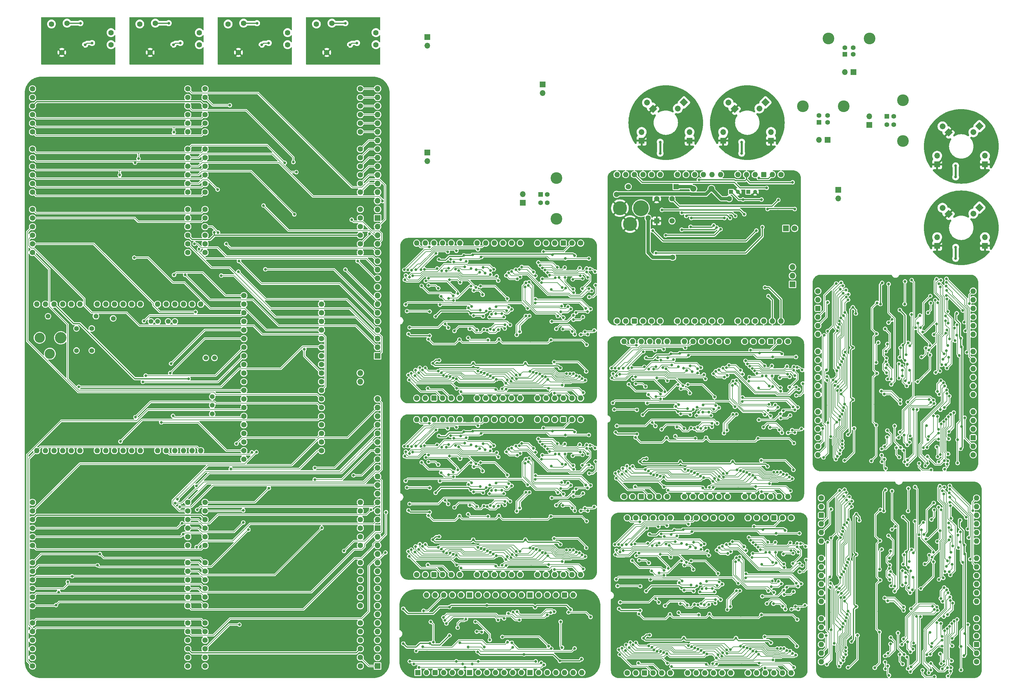
<source format=gbl>
%MOIN*%
%OFA0B0*%
%FSLAX46Y46*%
%IPPOS*%
%LPD*%
%AMHorizOval*
20,1,$1,$2,$3,$4,$5,0*
1,1,$1,$2,$3*
1,1,$1,$2,$3*%
%AMRotRect*
21,1,$1,$2,0,0,$3*%
%AMCOMP1*
4,1,3,
0.0000000000000000087419135797256419,0.047326044410123266,
-0.047326044410123266,0.0000000000000000087419135797256419,
-0.0000000000000000087419135797256419,-0.047326044410123266,
0.047326044410123266,-0.0000000000000000087419135797256419,
0*%
%AMCOMP2*
4,1,2,
0,0,
0,0,
0,0,
0*
4,1,19,
0,0.033464566929133861,
0.010341119890500209,0.031826694442948049,
0.0196699789152993,0.027073403355067138,
0.027073403355067138,0.0196699789152993,
0.031826694442948049,0.010341119890500209,
0.033464566929133861,0.0000000000000000020490460644665759,
0.031826694442948056,-0.010341119890500208,
0.027073403355067138,-0.019669978915299296,
0.019669978915299303,-0.027073403355067135,
0.010341119890500211,-0.031826694442948049,
0.0000000000000000040980921289331518,-0.033464566929133861,
-0.01034111989050022,-0.031826694442948049,
-0.019669978915299296,-0.027073403355067142,
-0.027073403355067135,-0.019669978915299303,
-0.031826694442948049,-0.010341119890500213,
-0.033464566929133861,-0.0000000000000000061471381933997289,
-0.031826694442948056,0.010341119890500202,
-0.027073403355067142,0.019669978915299289,
-0.019669978915299306,0.027073403355067135,
-0.010341119890500216,0.031826694442948049,
0*
4,1,19,
0,0.033464566929133861,
0.010341119890500209,0.031826694442948049,
0.0196699789152993,0.027073403355067138,
0.027073403355067138,0.0196699789152993,
0.031826694442948049,0.010341119890500209,
0.033464566929133861,0.0000000000000000020490460644665759,
0.031826694442948056,-0.010341119890500208,
0.027073403355067138,-0.019669978915299296,
0.019669978915299303,-0.027073403355067135,
0.010341119890500211,-0.031826694442948049,
0.0000000000000000040980921289331518,-0.033464566929133861,
-0.01034111989050022,-0.031826694442948049,
-0.019669978915299296,-0.027073403355067142,
-0.027073403355067135,-0.019669978915299303,
-0.031826694442948049,-0.010341119890500213,
-0.033464566929133861,-0.0000000000000000061471381933997289,
-0.031826694442948056,0.010341119890500202,
-0.027073403355067142,0.019669978915299289,
-0.019669978915299306,0.027073403355067135,
-0.010341119890500216,0.031826694442948049,
0*%
%AMCOMP3*
4,1,3,
-0.047326044410123259,0.000000000000000013112870369588464,
-0.000000000000000013112870369588464,-0.047326044410123259,
0.047326044410123259,-0.000000000000000013112870369588464,
0.000000000000000013112870369588464,0.047326044410123259,
0*%
%AMCOMP4*
4,1,2,
0,0,
0,0,
0,0,
0*
4,1,19,
0,0.033464566929133861,
0.010341119890500209,0.031826694442948049,
0.0196699789152993,0.027073403355067138,
0.027073403355067138,0.0196699789152993,
0.031826694442948049,0.010341119890500209,
0.033464566929133861,0.0000000000000000020490460644665759,
0.031826694442948056,-0.010341119890500208,
0.027073403355067138,-0.019669978915299296,
0.019669978915299303,-0.027073403355067135,
0.010341119890500211,-0.031826694442948049,
0.0000000000000000040980921289331518,-0.033464566929133861,
-0.01034111989050022,-0.031826694442948049,
-0.019669978915299296,-0.027073403355067142,
-0.027073403355067135,-0.019669978915299303,
-0.031826694442948049,-0.010341119890500213,
-0.033464566929133861,-0.0000000000000000061471381933997289,
-0.031826694442948056,0.010341119890500202,
-0.027073403355067142,0.019669978915299289,
-0.019669978915299306,0.027073403355067135,
-0.010341119890500216,0.031826694442948049,
0*
4,1,19,
0,0.033464566929133861,
0.010341119890500209,0.031826694442948049,
0.0196699789152993,0.027073403355067138,
0.027073403355067138,0.0196699789152993,
0.031826694442948049,0.010341119890500209,
0.033464566929133861,0.0000000000000000020490460644665759,
0.031826694442948056,-0.010341119890500208,
0.027073403355067138,-0.019669978915299296,
0.019669978915299303,-0.027073403355067135,
0.010341119890500211,-0.031826694442948049,
0.0000000000000000040980921289331518,-0.033464566929133861,
-0.01034111989050022,-0.031826694442948049,
-0.019669978915299296,-0.027073403355067142,
-0.027073403355067135,-0.019669978915299303,
-0.031826694442948049,-0.010341119890500213,
-0.033464566929133861,-0.0000000000000000061471381933997289,
-0.031826694442948056,0.010341119890500202,
-0.027073403355067142,0.019669978915299289,
-0.019669978915299306,0.027073403355067135,
-0.010341119890500216,0.031826694442948049,
0*%
%AMRoundRect0*
4,1,4,
-0.11811023622047245,0.07874015748031496,
-0.19685039370078741,0.15748031496062992,
-0.27559055118110237,0.23622047244094491,
-0.35433070866141736,0.31496062992125984,
-0.11811023622047245,0.07874015748031496,
0*
1,1,$1,$2,$3*
1,1,$1,$2,$3*
1,1,$1,$2,$3*
1,1,$1,$2,$3*
20,1,$1,$2,$3,$4,$5,90*
20,1,$1,$2,$3,$4,$5,90*
20,1,$1,$2,$3,$4,$5,90*
20,1,$1,$2,$3,$4,$5,90*%
%AMCOMP210*
4,1,3,
-0.015748031496062995,0.015748031496062995,
-0.015748031496062995,-0.015748031496062995,
0.015748031496062995,-0.015748031496062995,
0.015748031496062995,0.015748031496062995,
0*
4,1,19,
-0.031496062992125991,0.015748031496062995,
-0.030725299469215022,0.020614440856298388,
-0.028488456604329887,0.025004492162086195,
-0.025004492162086195,0.028488456604329887,
-0.020614440856298388,0.030725299469215022,
-0.015748031496062992,0.031496062992125991,
-0.0108816221358276,0.030725299469215022,
-0.0064915708300397933,0.028488456604329887,
-0.0030076063877961029,0.0250044921620862,
-0.00077076352291096729,0.020614440856298388,
0.000000000000000000964256971513683,0.015748031496062995,
-0.00077076352291096783,0.010881622135827598,
-0.003007606387796102,0.006491570830039795,
-0.0064915708300397924,0.003007606387796105,
-0.0108816221358276,0.00077076352291096913,
-0.015748031496062992,0.0000000000000000009642569715136828,
-0.020614440856298388,0.0007707635229109675,
-0.025004492162086188,0.0030076063877961042,
-0.02848845660432988,0.0064915708300397924,
-0.030725299469215022,0.0108816221358276,
0*
4,1,19,
-0.031496062992125991,-0.015748031496062992,
-0.030725299469215022,-0.0108816221358276,
-0.028488456604329887,-0.0064915708300397924,
-0.025004492162086195,-0.0030076063877961007,
-0.020614440856298388,-0.00077076352291096729,
-0.015748031496062995,0.000000000000000000964256971513683,
-0.010881622135827601,-0.00077076352291096566,
-0.006491570830039795,-0.003007606387796102,
-0.003007606387796105,-0.0064915708300397924,
-0.00077076352291096913,-0.0108816221358276,
-0.0000000000000000009642569715136828,-0.015748031496062992,
-0.00077076352291096967,-0.020614440856298391,
-0.0030076063877961042,-0.025004492162086195,
-0.0064915708300397942,-0.02848845660432988,
-0.010881622135827601,-0.030725299469215022,
-0.015748031496062995,-0.031496062992125991,
-0.020614440856298388,-0.030725299469215022,
-0.025004492162086188,-0.028488456604329887,
-0.02848845660432988,-0.0250044921620862,
-0.030725299469215022,-0.020614440856298391,
0*
4,1,19,
-0.000000000000000000964256971513683,-0.015748031496062995,
0.00077076352291096783,-0.010881622135827601,
0.003007606387796102,-0.0064915708300397942,
0.0064915708300397942,-0.0030076063877961029,
0.010881622135827601,-0.00077076352291096913,
0.015748031496062995,-0.000000000000000000964256971513683,
0.020614440856298388,-0.0007707635229109675,
0.025004492162086195,-0.0030076063877961042,
0.02848845660432988,-0.0064915708300397942,
0.030725299469215022,-0.010881622135827601,
0.031496062992125991,-0.015748031496062995,
0.030725299469215022,-0.020614440856298391,
0.028488456604329887,-0.025004492162086195,
0.0250044921620862,-0.02848845660432988,
0.020614440856298391,-0.030725299469215022,
0.015748031496062995,-0.031496062992125991,
0.010881622135827601,-0.030725299469215022,
0.006491570830039795,-0.028488456604329887,
0.0030076063877961029,-0.0250044921620862,
0.00077076352291096729,-0.020614440856298391,
0*
4,1,19,
0.000000000000000000964256971513683,0.015748031496062995,
0.00077076352291096967,0.020614440856298388,
0.0030076063877961042,0.025004492162086195,
0.0064915708300397968,0.028488456604329887,
0.010881622135827603,0.030725299469215022,
0.015748031496062995,0.031496062992125991,
0.020614440856298388,0.030725299469215022,
0.025004492162086195,0.028488456604329887,
0.02848845660432988,0.0250044921620862,
0.030725299469215022,0.020614440856298388,
0.031496062992125991,0.015748031496062995,
0.030725299469215022,0.010881622135827594,
0.028488456604329887,0.0064915708300397933,
0.0250044921620862,0.0030076063877961029,
0.020614440856298391,0.00077076352291096729,
0.015748031496062995,-0.000000000000000000964256971513683,
0.010881622135827603,0.00077076352291096566,
0.0064915708300397976,0.003007606387796102,
0.003007606387796105,0.00649157083003979,
0.00077076352291096913,0.010881622135827598,
0*
4,1,3,
-0.031496062992125991,0.015748031496062995,
0.000000000000000000964256971513683,0.015748031496062995,
-0.000000000000000000964256971513683,-0.015748031496062995,
-0.031496062992125991,-0.015748031496062992,
0*
4,1,3,
-0.015748031496062995,-0.031496062992125991,
-0.015748031496062995,0.000000000000000000964256971513683,
0.015748031496062995,-0.000000000000000000964256971513683,
0.015748031496062992,-0.031496062992125991,
0*
4,1,3,
0.031496062992125991,-0.015748031496062995,
-0.000000000000000000964256971513683,-0.015748031496062995,
0.000000000000000000964256971513683,0.015748031496062995,
0.031496062992125991,0.015748031496062992,
0*
4,1,3,
0.015748031496062995,0.031496062992125991,
0.015748031496062995,-0.000000000000000000964256971513683,
-0.015748031496062995,0.000000000000000000964256971513683,
-0.015748031496062992,0.031496062992125991,
0*%
%AMCOMP220*
4,1,3,
0.015748031496062995,-0.015748031496062995,
0.015748031496062995,0.015748031496062995,
-0.015748031496062995,0.015748031496062995,
-0.015748031496062995,-0.015748031496062995,
0*
4,1,19,
-0.000000000000000000964256971513683,-0.015748031496062995,
0.00077076352291096783,-0.010881622135827601,
0.003007606387796102,-0.0064915708300397942,
0.0064915708300397942,-0.0030076063877961029,
0.010881622135827601,-0.00077076352291096913,
0.015748031496062995,-0.000000000000000000964256971513683,
0.020614440856298388,-0.0007707635229109675,
0.025004492162086195,-0.0030076063877961042,
0.02848845660432988,-0.0064915708300397942,
0.030725299469215022,-0.010881622135827601,
0.031496062992125991,-0.015748031496062995,
0.030725299469215022,-0.020614440856298391,
0.028488456604329887,-0.025004492162086195,
0.0250044921620862,-0.02848845660432988,
0.020614440856298391,-0.030725299469215022,
0.015748031496062995,-0.031496062992125991,
0.010881622135827601,-0.030725299469215022,
0.006491570830039795,-0.028488456604329887,
0.0030076063877961029,-0.0250044921620862,
0.00077076352291096729,-0.020614440856298391,
0*
4,1,19,
0.000000000000000000964256971513683,0.015748031496062995,
0.00077076352291096967,0.020614440856298388,
0.0030076063877961042,0.025004492162086195,
0.0064915708300397968,0.028488456604329887,
0.010881622135827603,0.030725299469215022,
0.015748031496062995,0.031496062992125991,
0.020614440856298388,0.030725299469215022,
0.025004492162086195,0.028488456604329887,
0.02848845660432988,0.0250044921620862,
0.030725299469215022,0.020614440856298388,
0.031496062992125991,0.015748031496062995,
0.030725299469215022,0.010881622135827594,
0.028488456604329887,0.0064915708300397933,
0.0250044921620862,0.0030076063877961029,
0.020614440856298391,0.00077076352291096729,
0.015748031496062995,-0.000000000000000000964256971513683,
0.010881622135827603,0.00077076352291096566,
0.0064915708300397976,0.003007606387796102,
0.003007606387796105,0.00649157083003979,
0.00077076352291096913,0.010881622135827598,
0*
4,1,19,
-0.031496062992125991,0.015748031496062995,
-0.030725299469215022,0.020614440856298388,
-0.028488456604329887,0.025004492162086195,
-0.025004492162086195,0.028488456604329887,
-0.020614440856298388,0.030725299469215022,
-0.015748031496062992,0.031496062992125991,
-0.0108816221358276,0.030725299469215022,
-0.0064915708300397933,0.028488456604329887,
-0.0030076063877961029,0.0250044921620862,
-0.00077076352291096729,0.020614440856298388,
0.000000000000000000964256971513683,0.015748031496062995,
-0.00077076352291096783,0.010881622135827598,
-0.003007606387796102,0.006491570830039795,
-0.0064915708300397924,0.003007606387796105,
-0.0108816221358276,0.00077076352291096913,
-0.015748031496062992,0.0000000000000000009642569715136828,
-0.020614440856298388,0.0007707635229109675,
-0.025004492162086188,0.0030076063877961042,
-0.02848845660432988,0.0064915708300397924,
-0.030725299469215022,0.0108816221358276,
0*
4,1,19,
-0.031496062992125991,-0.015748031496062992,
-0.030725299469215022,-0.0108816221358276,
-0.028488456604329887,-0.0064915708300397924,
-0.025004492162086195,-0.0030076063877961007,
-0.020614440856298388,-0.00077076352291096729,
-0.015748031496062995,0.000000000000000000964256971513683,
-0.010881622135827601,-0.00077076352291096566,
-0.006491570830039795,-0.003007606387796102,
-0.003007606387796105,-0.0064915708300397924,
-0.00077076352291096913,-0.0108816221358276,
-0.0000000000000000009642569715136828,-0.015748031496062992,
-0.00077076352291096967,-0.020614440856298391,
-0.0030076063877961042,-0.025004492162086195,
-0.0064915708300397942,-0.02848845660432988,
-0.010881622135827601,-0.030725299469215022,
-0.015748031496062995,-0.031496062992125991,
-0.020614440856298388,-0.030725299469215022,
-0.025004492162086188,-0.028488456604329887,
-0.02848845660432988,-0.0250044921620862,
-0.030725299469215022,-0.020614440856298391,
0*
4,1,3,
0.031496062992125991,-0.015748031496062995,
-0.000000000000000000964256971513683,-0.015748031496062995,
0.000000000000000000964256971513683,0.015748031496062995,
0.031496062992125991,0.015748031496062992,
0*
4,1,3,
0.015748031496062995,0.031496062992125991,
0.015748031496062995,-0.000000000000000000964256971513683,
-0.015748031496062995,0.000000000000000000964256971513683,
-0.015748031496062992,0.031496062992125991,
0*
4,1,3,
-0.031496062992125991,0.015748031496062995,
0.000000000000000000964256971513683,0.015748031496062995,
-0.000000000000000000964256971513683,-0.015748031496062995,
-0.031496062992125991,-0.015748031496062992,
0*
4,1,3,
-0.015748031496062995,-0.031496062992125991,
-0.015748031496062995,0.000000000000000000964256971513683,
0.015748031496062995,-0.000000000000000000964256971513683,
0.015748031496062992,-0.031496062992125991,
0*%
%AMRoundRect1*
4,1,4,
-0.11811023622047245,0.07874015748031496,
-0.19685039370078741,0.15748031496062992,
-0.27559055118110237,0.23622047244094491,
-0.35433070866141736,0.31496062992125984,
-0.11811023622047245,0.07874015748031496,
0*
1,1,$1,$2,$3*
1,1,$1,$2,$3*
1,1,$1,$2,$3*
1,1,$1,$2,$3*
20,1,$1,$2,$3,$4,$5,90*
20,1,$1,$2,$3,$4,$5,90*
20,1,$1,$2,$3,$4,$5,90*
20,1,$1,$2,$3,$4,$5,90*%
%AMCOMP370*
4,1,3,
0.015748031496062995,-0.015748031496062995,
0.015748031496062995,0.015748031496062995,
-0.015748031496062995,0.015748031496062995,
-0.015748031496062995,-0.015748031496062995,
0*
4,1,19,
-0.000000000000000000964256971513683,-0.015748031496062995,
0.00077076352291096783,-0.010881622135827601,
0.003007606387796102,-0.0064915708300397942,
0.0064915708300397942,-0.0030076063877961029,
0.010881622135827601,-0.00077076352291096913,
0.015748031496062995,-0.000000000000000000964256971513683,
0.020614440856298388,-0.0007707635229109675,
0.025004492162086195,-0.0030076063877961042,
0.02848845660432988,-0.0064915708300397942,
0.030725299469215022,-0.010881622135827601,
0.031496062992125991,-0.015748031496062995,
0.030725299469215022,-0.020614440856298391,
0.028488456604329887,-0.025004492162086195,
0.0250044921620862,-0.02848845660432988,
0.020614440856298391,-0.030725299469215022,
0.015748031496062995,-0.031496062992125991,
0.010881622135827601,-0.030725299469215022,
0.006491570830039795,-0.028488456604329887,
0.0030076063877961029,-0.0250044921620862,
0.00077076352291096729,-0.020614440856298391,
0*
4,1,19,
0.000000000000000000964256971513683,0.015748031496062995,
0.00077076352291096967,0.020614440856298388,
0.0030076063877961042,0.025004492162086195,
0.0064915708300397968,0.028488456604329887,
0.010881622135827603,0.030725299469215022,
0.015748031496062995,0.031496062992125991,
0.020614440856298388,0.030725299469215022,
0.025004492162086195,0.028488456604329887,
0.02848845660432988,0.0250044921620862,
0.030725299469215022,0.020614440856298388,
0.031496062992125991,0.015748031496062995,
0.030725299469215022,0.010881622135827594,
0.028488456604329887,0.0064915708300397933,
0.0250044921620862,0.0030076063877961029,
0.020614440856298391,0.00077076352291096729,
0.015748031496062995,-0.000000000000000000964256971513683,
0.010881622135827603,0.00077076352291096566,
0.0064915708300397976,0.003007606387796102,
0.003007606387796105,0.00649157083003979,
0.00077076352291096913,0.010881622135827598,
0*
4,1,19,
-0.031496062992125991,0.015748031496062995,
-0.030725299469215022,0.020614440856298388,
-0.028488456604329887,0.025004492162086195,
-0.025004492162086195,0.028488456604329887,
-0.020614440856298388,0.030725299469215022,
-0.015748031496062992,0.031496062992125991,
-0.0108816221358276,0.030725299469215022,
-0.0064915708300397933,0.028488456604329887,
-0.0030076063877961029,0.0250044921620862,
-0.00077076352291096729,0.020614440856298388,
0.000000000000000000964256971513683,0.015748031496062995,
-0.00077076352291096783,0.010881622135827598,
-0.003007606387796102,0.006491570830039795,
-0.0064915708300397924,0.003007606387796105,
-0.0108816221358276,0.00077076352291096913,
-0.015748031496062992,0.0000000000000000009642569715136828,
-0.020614440856298388,0.0007707635229109675,
-0.025004492162086188,0.0030076063877961042,
-0.02848845660432988,0.0064915708300397924,
-0.030725299469215022,0.0108816221358276,
0*
4,1,19,
-0.031496062992125991,-0.015748031496062992,
-0.030725299469215022,-0.0108816221358276,
-0.028488456604329887,-0.0064915708300397924,
-0.025004492162086195,-0.0030076063877961007,
-0.020614440856298388,-0.00077076352291096729,
-0.015748031496062995,0.000000000000000000964256971513683,
-0.010881622135827601,-0.00077076352291096566,
-0.006491570830039795,-0.003007606387796102,
-0.003007606387796105,-0.0064915708300397924,
-0.00077076352291096913,-0.0108816221358276,
-0.0000000000000000009642569715136828,-0.015748031496062992,
-0.00077076352291096967,-0.020614440856298391,
-0.0030076063877961042,-0.025004492162086195,
-0.0064915708300397942,-0.02848845660432988,
-0.010881622135827601,-0.030725299469215022,
-0.015748031496062995,-0.031496062992125991,
-0.020614440856298388,-0.030725299469215022,
-0.025004492162086188,-0.028488456604329887,
-0.02848845660432988,-0.0250044921620862,
-0.030725299469215022,-0.020614440856298391,
0*
4,1,3,
0.031496062992125991,-0.015748031496062995,
-0.000000000000000000964256971513683,-0.015748031496062995,
0.000000000000000000964256971513683,0.015748031496062995,
0.031496062992125991,0.015748031496062992,
0*
4,1,3,
0.015748031496062995,0.031496062992125991,
0.015748031496062995,-0.000000000000000000964256971513683,
-0.015748031496062995,0.000000000000000000964256971513683,
-0.015748031496062992,0.031496062992125991,
0*
4,1,3,
-0.031496062992125991,0.015748031496062995,
0.000000000000000000964256971513683,0.015748031496062995,
-0.000000000000000000964256971513683,-0.015748031496062995,
-0.031496062992125991,-0.015748031496062992,
0*
4,1,3,
-0.015748031496062995,-0.031496062992125991,
-0.015748031496062995,0.000000000000000000964256971513683,
0.015748031496062995,-0.000000000000000000964256971513683,
0.015748031496062992,-0.031496062992125991,
0*%
%AMRoundRect0*
4,1,4,
-0.11811023622047245,0.07874015748031496,
-0.19685039370078741,0.15748031496062992,
-0.27559055118110237,0.23622047244094491,
-0.35433070866141736,0.31496062992125984,
-0.11811023622047245,0.07874015748031496,
0*
1,1,$1,$2,$3*
1,1,$1,$2,$3*
1,1,$1,$2,$3*
1,1,$1,$2,$3*
20,1,$1,$2,$3,$4,$5,90*
20,1,$1,$2,$3,$4,$5,90*
20,1,$1,$2,$3,$4,$5,90*
20,1,$1,$2,$3,$4,$5,90*%
%AMCOMP450*
4,1,3,
-0.015748031496062995,0.015748031496062995,
-0.015748031496062995,-0.015748031496062995,
0.015748031496062995,-0.015748031496062995,
0.015748031496062995,0.015748031496062995,
0*
4,1,19,
-0.031496062992125991,0.015748031496062995,
-0.030725299469215022,0.020614440856298388,
-0.028488456604329887,0.025004492162086195,
-0.025004492162086195,0.028488456604329887,
-0.020614440856298388,0.030725299469215022,
-0.015748031496062992,0.031496062992125991,
-0.0108816221358276,0.030725299469215022,
-0.0064915708300397933,0.028488456604329887,
-0.0030076063877961029,0.0250044921620862,
-0.00077076352291096729,0.020614440856298388,
0.000000000000000000964256971513683,0.015748031496062995,
-0.00077076352291096783,0.010881622135827598,
-0.003007606387796102,0.006491570830039795,
-0.0064915708300397924,0.003007606387796105,
-0.0108816221358276,0.00077076352291096913,
-0.015748031496062992,0.0000000000000000009642569715136828,
-0.020614440856298388,0.0007707635229109675,
-0.025004492162086188,0.0030076063877961042,
-0.02848845660432988,0.0064915708300397924,
-0.030725299469215022,0.0108816221358276,
0*
4,1,19,
-0.031496062992125991,-0.015748031496062992,
-0.030725299469215022,-0.0108816221358276,
-0.028488456604329887,-0.0064915708300397924,
-0.025004492162086195,-0.0030076063877961007,
-0.020614440856298388,-0.00077076352291096729,
-0.015748031496062995,0.000000000000000000964256971513683,
-0.010881622135827601,-0.00077076352291096566,
-0.006491570830039795,-0.003007606387796102,
-0.003007606387796105,-0.0064915708300397924,
-0.00077076352291096913,-0.0108816221358276,
-0.0000000000000000009642569715136828,-0.015748031496062992,
-0.00077076352291096967,-0.020614440856298391,
-0.0030076063877961042,-0.025004492162086195,
-0.0064915708300397942,-0.02848845660432988,
-0.010881622135827601,-0.030725299469215022,
-0.015748031496062995,-0.031496062992125991,
-0.020614440856298388,-0.030725299469215022,
-0.025004492162086188,-0.028488456604329887,
-0.02848845660432988,-0.0250044921620862,
-0.030725299469215022,-0.020614440856298391,
0*
4,1,19,
-0.000000000000000000964256971513683,-0.015748031496062995,
0.00077076352291096783,-0.010881622135827601,
0.003007606387796102,-0.0064915708300397942,
0.0064915708300397942,-0.0030076063877961029,
0.010881622135827601,-0.00077076352291096913,
0.015748031496062995,-0.000000000000000000964256971513683,
0.020614440856298388,-0.0007707635229109675,
0.025004492162086195,-0.0030076063877961042,
0.02848845660432988,-0.0064915708300397942,
0.030725299469215022,-0.010881622135827601,
0.031496062992125991,-0.015748031496062995,
0.030725299469215022,-0.020614440856298391,
0.028488456604329887,-0.025004492162086195,
0.0250044921620862,-0.02848845660432988,
0.020614440856298391,-0.030725299469215022,
0.015748031496062995,-0.031496062992125991,
0.010881622135827601,-0.030725299469215022,
0.006491570830039795,-0.028488456604329887,
0.0030076063877961029,-0.0250044921620862,
0.00077076352291096729,-0.020614440856298391,
0*
4,1,19,
0.000000000000000000964256971513683,0.015748031496062995,
0.00077076352291096967,0.020614440856298388,
0.0030076063877961042,0.025004492162086195,
0.0064915708300397968,0.028488456604329887,
0.010881622135827603,0.030725299469215022,
0.015748031496062995,0.031496062992125991,
0.020614440856298388,0.030725299469215022,
0.025004492162086195,0.028488456604329887,
0.02848845660432988,0.0250044921620862,
0.030725299469215022,0.020614440856298388,
0.031496062992125991,0.015748031496062995,
0.030725299469215022,0.010881622135827594,
0.028488456604329887,0.0064915708300397933,
0.0250044921620862,0.0030076063877961029,
0.020614440856298391,0.00077076352291096729,
0.015748031496062995,-0.000000000000000000964256971513683,
0.010881622135827603,0.00077076352291096566,
0.0064915708300397976,0.003007606387796102,
0.003007606387796105,0.00649157083003979,
0.00077076352291096913,0.010881622135827598,
0*
4,1,3,
-0.031496062992125991,0.015748031496062995,
0.000000000000000000964256971513683,0.015748031496062995,
-0.000000000000000000964256971513683,-0.015748031496062995,
-0.031496062992125991,-0.015748031496062992,
0*
4,1,3,
-0.015748031496062995,-0.031496062992125991,
-0.015748031496062995,0.000000000000000000964256971513683,
0.015748031496062995,-0.000000000000000000964256971513683,
0.015748031496062992,-0.031496062992125991,
0*
4,1,3,
0.031496062992125991,-0.015748031496062995,
-0.000000000000000000964256971513683,-0.015748031496062995,
0.000000000000000000964256971513683,0.015748031496062995,
0.031496062992125991,0.015748031496062992,
0*
4,1,3,
0.015748031496062995,0.031496062992125991,
0.015748031496062995,-0.000000000000000000964256971513683,
-0.015748031496062995,0.000000000000000000964256971513683,
-0.015748031496062992,0.031496062992125991,
0*%
%AMCOMP460*
4,1,3,
0.015748031496062995,-0.015748031496062995,
0.015748031496062995,0.015748031496062995,
-0.015748031496062995,0.015748031496062995,
-0.015748031496062995,-0.015748031496062995,
0*
4,1,19,
-0.000000000000000000964256971513683,-0.015748031496062995,
0.00077076352291096783,-0.010881622135827601,
0.003007606387796102,-0.0064915708300397942,
0.0064915708300397942,-0.0030076063877961029,
0.010881622135827601,-0.00077076352291096913,
0.015748031496062995,-0.000000000000000000964256971513683,
0.020614440856298388,-0.0007707635229109675,
0.025004492162086195,-0.0030076063877961042,
0.02848845660432988,-0.0064915708300397942,
0.030725299469215022,-0.010881622135827601,
0.031496062992125991,-0.015748031496062995,
0.030725299469215022,-0.020614440856298391,
0.028488456604329887,-0.025004492162086195,
0.0250044921620862,-0.02848845660432988,
0.020614440856298391,-0.030725299469215022,
0.015748031496062995,-0.031496062992125991,
0.010881622135827601,-0.030725299469215022,
0.006491570830039795,-0.028488456604329887,
0.0030076063877961029,-0.0250044921620862,
0.00077076352291096729,-0.020614440856298391,
0*
4,1,19,
0.000000000000000000964256971513683,0.015748031496062995,
0.00077076352291096967,0.020614440856298388,
0.0030076063877961042,0.025004492162086195,
0.0064915708300397968,0.028488456604329887,
0.010881622135827603,0.030725299469215022,
0.015748031496062995,0.031496062992125991,
0.020614440856298388,0.030725299469215022,
0.025004492162086195,0.028488456604329887,
0.02848845660432988,0.0250044921620862,
0.030725299469215022,0.020614440856298388,
0.031496062992125991,0.015748031496062995,
0.030725299469215022,0.010881622135827594,
0.028488456604329887,0.0064915708300397933,
0.0250044921620862,0.0030076063877961029,
0.020614440856298391,0.00077076352291096729,
0.015748031496062995,-0.000000000000000000964256971513683,
0.010881622135827603,0.00077076352291096566,
0.0064915708300397976,0.003007606387796102,
0.003007606387796105,0.00649157083003979,
0.00077076352291096913,0.010881622135827598,
0*
4,1,19,
-0.031496062992125991,0.015748031496062995,
-0.030725299469215022,0.020614440856298388,
-0.028488456604329887,0.025004492162086195,
-0.025004492162086195,0.028488456604329887,
-0.020614440856298388,0.030725299469215022,
-0.015748031496062992,0.031496062992125991,
-0.0108816221358276,0.030725299469215022,
-0.0064915708300397933,0.028488456604329887,
-0.0030076063877961029,0.0250044921620862,
-0.00077076352291096729,0.020614440856298388,
0.000000000000000000964256971513683,0.015748031496062995,
-0.00077076352291096783,0.010881622135827598,
-0.003007606387796102,0.006491570830039795,
-0.0064915708300397924,0.003007606387796105,
-0.0108816221358276,0.00077076352291096913,
-0.015748031496062992,0.0000000000000000009642569715136828,
-0.020614440856298388,0.0007707635229109675,
-0.025004492162086188,0.0030076063877961042,
-0.02848845660432988,0.0064915708300397924,
-0.030725299469215022,0.0108816221358276,
0*
4,1,19,
-0.031496062992125991,-0.015748031496062992,
-0.030725299469215022,-0.0108816221358276,
-0.028488456604329887,-0.0064915708300397924,
-0.025004492162086195,-0.0030076063877961007,
-0.020614440856298388,-0.00077076352291096729,
-0.015748031496062995,0.000000000000000000964256971513683,
-0.010881622135827601,-0.00077076352291096566,
-0.006491570830039795,-0.003007606387796102,
-0.003007606387796105,-0.0064915708300397924,
-0.00077076352291096913,-0.0108816221358276,
-0.0000000000000000009642569715136828,-0.015748031496062992,
-0.00077076352291096967,-0.020614440856298391,
-0.0030076063877961042,-0.025004492162086195,
-0.0064915708300397942,-0.02848845660432988,
-0.010881622135827601,-0.030725299469215022,
-0.015748031496062995,-0.031496062992125991,
-0.020614440856298388,-0.030725299469215022,
-0.025004492162086188,-0.028488456604329887,
-0.02848845660432988,-0.0250044921620862,
-0.030725299469215022,-0.020614440856298391,
0*
4,1,3,
0.031496062992125991,-0.015748031496062995,
-0.000000000000000000964256971513683,-0.015748031496062995,
0.000000000000000000964256971513683,0.015748031496062995,
0.031496062992125991,0.015748031496062992,
0*
4,1,3,
0.015748031496062995,0.031496062992125991,
0.015748031496062995,-0.000000000000000000964256971513683,
-0.015748031496062995,0.000000000000000000964256971513683,
-0.015748031496062992,0.031496062992125991,
0*
4,1,3,
-0.031496062992125991,0.015748031496062995,
0.000000000000000000964256971513683,0.015748031496062995,
-0.000000000000000000964256971513683,-0.015748031496062995,
-0.031496062992125991,-0.015748031496062992,
0*
4,1,3,
-0.015748031496062995,-0.031496062992125991,
-0.015748031496062995,0.000000000000000000964256971513683,
0.015748031496062995,-0.000000000000000000964256971513683,
0.015748031496062992,-0.031496062992125991,
0*%
%AMRoundRect1*
4,1,4,
0.07874015748031496,0.11811023622047245,
0.15748031496062992,0.19685039370078741,
0.23622047244094491,0.27559055118110237,
0.31496062992125984,0.35433070866141736,
0.07874015748031496,0.11811023622047245,
0*
1,1,$1,$2,$3*
1,1,$1,$2,$3*
1,1,$1,$2,$3*
1,1,$1,$2,$3*
20,1,$1,$2,$3,$4,$5,0*
20,1,$1,$2,$3,$4,$5,0*
20,1,$1,$2,$3,$4,$5,0*
20,1,$1,$2,$3,$4,$5,0*%
%AMCOMP610*
4,1,3,
0.015748031496062995,0.015748031496062995,
-0.015748031496062995,0.015748031496062995,
-0.015748031496062995,-0.015748031496062995,
0.015748031496062995,-0.015748031496062995,
0*
4,1,19,
0.015748031496062995,0.031496062992125991,
0.020614440856298388,0.030725299469215022,
0.025004492162086195,0.028488456604329887,
0.028488456604329887,0.025004492162086195,
0.030725299469215022,0.020614440856298388,
0.031496062992125991,0.015748031496062995,
0.030725299469215022,0.010881622135827601,
0.028488456604329887,0.006491570830039795,
0.0250044921620862,0.0030076063877961046,
0.020614440856298388,0.00077076352291096848,
0.015748031496062995,0,
0.010881622135827598,0.00077076352291096848,
0.006491570830039795,0.0030076063877961024,
0.0030076063877961046,0.0064915708300397924,
0.00077076352291096848,0.0108816221358276,
0,0.015748031496062992,
0.00077076352291096631,0.020614440856298388,
0.0030076063877961024,0.025004492162086188,
0.00649157083003979,0.02848845660432988,
0.010881622135827598,0.030725299469215022,
0*
4,1,19,
-0.015748031496062995,0.031496062992125991,
-0.010881622135827601,0.030725299469215022,
-0.0064915708300397942,0.028488456604329887,
-0.0030076063877961024,0.025004492162086195,
-0.00077076352291096848,0.020614440856298388,
0,0.015748031496062995,
-0.00077076352291096631,0.010881622135827601,
-0.0030076063877961024,0.006491570830039795,
-0.0064915708300397924,0.0030076063877961046,
-0.0108816221358276,0.00077076352291096848,
-0.015748031496062992,0,
-0.020614440856298391,0.00077076352291096848,
-0.025004492162086195,0.0030076063877961024,
-0.02848845660432988,0.0064915708300397924,
-0.030725299469215022,0.0108816221358276,
-0.031496062992125991,0.015748031496062992,
-0.030725299469215022,0.020614440856298388,
-0.028488456604329887,0.025004492162086188,
-0.0250044921620862,0.02848845660432988,
-0.020614440856298391,0.030725299469215022,
0*
4,1,19,
-0.015748031496062995,0,
-0.010881622135827601,-0.00077076352291096848,
-0.0064915708300397942,-0.0030076063877961024,
-0.0030076063877961024,-0.0064915708300397942,
-0.00077076352291096848,-0.010881622135827601,
0,-0.015748031496062995,
-0.00077076352291096631,-0.020614440856298388,
-0.0030076063877961024,-0.025004492162086195,
-0.0064915708300397924,-0.02848845660432988,
-0.0108816221358276,-0.030725299469215022,
-0.015748031496062992,-0.031496062992125991,
-0.020614440856298391,-0.030725299469215022,
-0.025004492162086195,-0.028488456604329887,
-0.02848845660432988,-0.0250044921620862,
-0.030725299469215022,-0.020614440856298391,
-0.031496062992125991,-0.015748031496062995,
-0.030725299469215022,-0.010881622135827603,
-0.028488456604329887,-0.0064915708300397976,
-0.0250044921620862,-0.0030076063877961046,
-0.020614440856298391,-0.00077076352291096848,
0*
4,1,19,
0.015748031496062995,0,
0.020614440856298388,-0.00077076352291096848,
0.025004492162086195,-0.0030076063877961024,
0.028488456604329887,-0.0064915708300397942,
0.030725299469215022,-0.010881622135827601,
0.031496062992125991,-0.015748031496062995,
0.030725299469215022,-0.020614440856298388,
0.028488456604329887,-0.025004492162086195,
0.0250044921620862,-0.02848845660432988,
0.020614440856298388,-0.030725299469215022,
0.015748031496062995,-0.031496062992125991,
0.010881622135827598,-0.030725299469215022,
0.006491570830039795,-0.028488456604329887,
0.0030076063877961046,-0.0250044921620862,
0.00077076352291096848,-0.020614440856298391,
0,-0.015748031496062995,
0.00077076352291096631,-0.010881622135827603,
0.0030076063877961024,-0.0064915708300397976,
0.00649157083003979,-0.0030076063877961046,
0.010881622135827598,-0.00077076352291096848,
0*
4,1,3,
0.015748031496062995,0.031496062992125991,
0.015748031496062995,0,
-0.015748031496062995,0,
-0.015748031496062995,0.031496062992125991,
0*
4,1,3,
-0.031496062992125991,0.015748031496062995,
0,0.015748031496062995,
0,-0.015748031496062995,
-0.031496062992125991,-0.015748031496062995,
0*
4,1,3,
-0.015748031496062995,-0.031496062992125991,
-0.015748031496062995,0,
0.015748031496062995,0,
0.015748031496062995,-0.031496062992125991,
0*
4,1,3,
0.031496062992125991,-0.015748031496062995,
0,-0.015748031496062995,
0,0.015748031496062995,
0.031496062992125991,0.015748031496062995,
0*%
%AMCOMP620*
4,1,3,
-0.015748031496062995,-0.015748031496062995,
0.015748031496062995,-0.015748031496062995,
0.015748031496062995,0.015748031496062995,
-0.015748031496062995,0.015748031496062995,
0*
4,1,19,
-0.015748031496062995,0,
-0.010881622135827601,-0.00077076352291096848,
-0.0064915708300397942,-0.0030076063877961024,
-0.0030076063877961024,-0.0064915708300397942,
-0.00077076352291096848,-0.010881622135827601,
0,-0.015748031496062995,
-0.00077076352291096631,-0.020614440856298388,
-0.0030076063877961024,-0.025004492162086195,
-0.0064915708300397924,-0.02848845660432988,
-0.0108816221358276,-0.030725299469215022,
-0.015748031496062992,-0.031496062992125991,
-0.020614440856298391,-0.030725299469215022,
-0.025004492162086195,-0.028488456604329887,
-0.02848845660432988,-0.0250044921620862,
-0.030725299469215022,-0.020614440856298391,
-0.031496062992125991,-0.015748031496062995,
-0.030725299469215022,-0.010881622135827603,
-0.028488456604329887,-0.0064915708300397976,
-0.0250044921620862,-0.0030076063877961046,
-0.020614440856298391,-0.00077076352291096848,
0*
4,1,19,
0.015748031496062995,0,
0.020614440856298388,-0.00077076352291096848,
0.025004492162086195,-0.0030076063877961024,
0.028488456604329887,-0.0064915708300397942,
0.030725299469215022,-0.010881622135827601,
0.031496062992125991,-0.015748031496062995,
0.030725299469215022,-0.020614440856298388,
0.028488456604329887,-0.025004492162086195,
0.0250044921620862,-0.02848845660432988,
0.020614440856298388,-0.030725299469215022,
0.015748031496062995,-0.031496062992125991,
0.010881622135827598,-0.030725299469215022,
0.006491570830039795,-0.028488456604329887,
0.0030076063877961046,-0.0250044921620862,
0.00077076352291096848,-0.020614440856298391,
0,-0.015748031496062995,
0.00077076352291096631,-0.010881622135827603,
0.0030076063877961024,-0.0064915708300397976,
0.00649157083003979,-0.0030076063877961046,
0.010881622135827598,-0.00077076352291096848,
0*
4,1,19,
0.015748031496062995,0.031496062992125991,
0.020614440856298388,0.030725299469215022,
0.025004492162086195,0.028488456604329887,
0.028488456604329887,0.025004492162086195,
0.030725299469215022,0.020614440856298388,
0.031496062992125991,0.015748031496062995,
0.030725299469215022,0.010881622135827601,
0.028488456604329887,0.006491570830039795,
0.0250044921620862,0.0030076063877961046,
0.020614440856298388,0.00077076352291096848,
0.015748031496062995,0,
0.010881622135827598,0.00077076352291096848,
0.006491570830039795,0.0030076063877961024,
0.0030076063877961046,0.0064915708300397924,
0.00077076352291096848,0.0108816221358276,
0,0.015748031496062992,
0.00077076352291096631,0.020614440856298388,
0.0030076063877961024,0.025004492162086188,
0.00649157083003979,0.02848845660432988,
0.010881622135827598,0.030725299469215022,
0*
4,1,19,
-0.015748031496062995,0.031496062992125991,
-0.010881622135827601,0.030725299469215022,
-0.0064915708300397942,0.028488456604329887,
-0.0030076063877961024,0.025004492162086195,
-0.00077076352291096848,0.020614440856298388,
0,0.015748031496062995,
-0.00077076352291096631,0.010881622135827601,
-0.0030076063877961024,0.006491570830039795,
-0.0064915708300397924,0.0030076063877961046,
-0.0108816221358276,0.00077076352291096848,
-0.015748031496062992,0,
-0.020614440856298391,0.00077076352291096848,
-0.025004492162086195,0.0030076063877961024,
-0.02848845660432988,0.0064915708300397924,
-0.030725299469215022,0.0108816221358276,
-0.031496062992125991,0.015748031496062992,
-0.030725299469215022,0.020614440856298388,
-0.028488456604329887,0.025004492162086188,
-0.0250044921620862,0.02848845660432988,
-0.020614440856298391,0.030725299469215022,
0*
4,1,3,
-0.015748031496062995,-0.031496062992125991,
-0.015748031496062995,0,
0.015748031496062995,0,
0.015748031496062995,-0.031496062992125991,
0*
4,1,3,
0.031496062992125991,-0.015748031496062995,
0,-0.015748031496062995,
0,0.015748031496062995,
0.031496062992125991,0.015748031496062995,
0*
4,1,3,
0.015748031496062995,0.031496062992125991,
0.015748031496062995,0,
-0.015748031496062995,0,
-0.015748031496062995,0.031496062992125991,
0*
4,1,3,
-0.031496062992125991,0.015748031496062995,
0,0.015748031496062995,
0,-0.015748031496062995,
-0.031496062992125991,-0.015748031496062995,
0*%
%AMRoundRect0*
4,1,4,
-0.11811023622047245,0.07874015748031496,
-0.19685039370078741,0.15748031496062992,
-0.27559055118110237,0.23622047244094491,
-0.35433070866141736,0.31496062992125984,
-0.11811023622047245,0.07874015748031496,
0*
1,1,$1,$2,$3*
1,1,$1,$2,$3*
1,1,$1,$2,$3*
1,1,$1,$2,$3*
20,1,$1,$2,$3,$4,$5,90*
20,1,$1,$2,$3,$4,$5,90*
20,1,$1,$2,$3,$4,$5,90*
20,1,$1,$2,$3,$4,$5,90*%
%AMCOMP770*
4,1,3,
-0.015748031496062995,0.015748031496062995,
-0.015748031496062995,-0.015748031496062995,
0.015748031496062995,-0.015748031496062995,
0.015748031496062995,0.015748031496062995,
0*
4,1,19,
-0.031496062992125991,0.015748031496062995,
-0.030725299469215022,0.020614440856298388,
-0.028488456604329887,0.025004492162086195,
-0.025004492162086195,0.028488456604329887,
-0.020614440856298388,0.030725299469215022,
-0.015748031496062992,0.031496062992125991,
-0.0108816221358276,0.030725299469215022,
-0.0064915708300397933,0.028488456604329887,
-0.0030076063877961029,0.0250044921620862,
-0.00077076352291096729,0.020614440856298388,
0.000000000000000000964256971513683,0.015748031496062995,
-0.00077076352291096783,0.010881622135827598,
-0.003007606387796102,0.006491570830039795,
-0.0064915708300397924,0.003007606387796105,
-0.0108816221358276,0.00077076352291096913,
-0.015748031496062992,0.0000000000000000009642569715136828,
-0.020614440856298388,0.0007707635229109675,
-0.025004492162086188,0.0030076063877961042,
-0.02848845660432988,0.0064915708300397924,
-0.030725299469215022,0.0108816221358276,
0*
4,1,19,
-0.031496062992125991,-0.015748031496062992,
-0.030725299469215022,-0.0108816221358276,
-0.028488456604329887,-0.0064915708300397924,
-0.025004492162086195,-0.0030076063877961007,
-0.020614440856298388,-0.00077076352291096729,
-0.015748031496062995,0.000000000000000000964256971513683,
-0.010881622135827601,-0.00077076352291096566,
-0.006491570830039795,-0.003007606387796102,
-0.003007606387796105,-0.0064915708300397924,
-0.00077076352291096913,-0.0108816221358276,
-0.0000000000000000009642569715136828,-0.015748031496062992,
-0.00077076352291096967,-0.020614440856298391,
-0.0030076063877961042,-0.025004492162086195,
-0.0064915708300397942,-0.02848845660432988,
-0.010881622135827601,-0.030725299469215022,
-0.015748031496062995,-0.031496062992125991,
-0.020614440856298388,-0.030725299469215022,
-0.025004492162086188,-0.028488456604329887,
-0.02848845660432988,-0.0250044921620862,
-0.030725299469215022,-0.020614440856298391,
0*
4,1,19,
-0.000000000000000000964256971513683,-0.015748031496062995,
0.00077076352291096783,-0.010881622135827601,
0.003007606387796102,-0.0064915708300397942,
0.0064915708300397942,-0.0030076063877961029,
0.010881622135827601,-0.00077076352291096913,
0.015748031496062995,-0.000000000000000000964256971513683,
0.020614440856298388,-0.0007707635229109675,
0.025004492162086195,-0.0030076063877961042,
0.02848845660432988,-0.0064915708300397942,
0.030725299469215022,-0.010881622135827601,
0.031496062992125991,-0.015748031496062995,
0.030725299469215022,-0.020614440856298391,
0.028488456604329887,-0.025004492162086195,
0.0250044921620862,-0.02848845660432988,
0.020614440856298391,-0.030725299469215022,
0.015748031496062995,-0.031496062992125991,
0.010881622135827601,-0.030725299469215022,
0.006491570830039795,-0.028488456604329887,
0.0030076063877961029,-0.0250044921620862,
0.00077076352291096729,-0.020614440856298391,
0*
4,1,19,
0.000000000000000000964256971513683,0.015748031496062995,
0.00077076352291096967,0.020614440856298388,
0.0030076063877961042,0.025004492162086195,
0.0064915708300397968,0.028488456604329887,
0.010881622135827603,0.030725299469215022,
0.015748031496062995,0.031496062992125991,
0.020614440856298388,0.030725299469215022,
0.025004492162086195,0.028488456604329887,
0.02848845660432988,0.0250044921620862,
0.030725299469215022,0.020614440856298388,
0.031496062992125991,0.015748031496062995,
0.030725299469215022,0.010881622135827594,
0.028488456604329887,0.0064915708300397933,
0.0250044921620862,0.0030076063877961029,
0.020614440856298391,0.00077076352291096729,
0.015748031496062995,-0.000000000000000000964256971513683,
0.010881622135827603,0.00077076352291096566,
0.0064915708300397976,0.003007606387796102,
0.003007606387796105,0.00649157083003979,
0.00077076352291096913,0.010881622135827598,
0*
4,1,3,
-0.031496062992125991,0.015748031496062995,
0.000000000000000000964256971513683,0.015748031496062995,
-0.000000000000000000964256971513683,-0.015748031496062995,
-0.031496062992125991,-0.015748031496062992,
0*
4,1,3,
-0.015748031496062995,-0.031496062992125991,
-0.015748031496062995,0.000000000000000000964256971513683,
0.015748031496062995,-0.000000000000000000964256971513683,
0.015748031496062992,-0.031496062992125991,
0*
4,1,3,
0.031496062992125991,-0.015748031496062995,
-0.000000000000000000964256971513683,-0.015748031496062995,
0.000000000000000000964256971513683,0.015748031496062995,
0.031496062992125991,0.015748031496062992,
0*
4,1,3,
0.015748031496062995,0.031496062992125991,
0.015748031496062995,-0.000000000000000000964256971513683,
-0.015748031496062995,0.000000000000000000964256971513683,
-0.015748031496062992,0.031496062992125991,
0*%
%AMCOMP780*
4,1,3,
0.015748031496062995,-0.015748031496062995,
0.015748031496062995,0.015748031496062995,
-0.015748031496062995,0.015748031496062995,
-0.015748031496062995,-0.015748031496062995,
0*
4,1,19,
-0.000000000000000000964256971513683,-0.015748031496062995,
0.00077076352291096783,-0.010881622135827601,
0.003007606387796102,-0.0064915708300397942,
0.0064915708300397942,-0.0030076063877961029,
0.010881622135827601,-0.00077076352291096913,
0.015748031496062995,-0.000000000000000000964256971513683,
0.020614440856298388,-0.0007707635229109675,
0.025004492162086195,-0.0030076063877961042,
0.02848845660432988,-0.0064915708300397942,
0.030725299469215022,-0.010881622135827601,
0.031496062992125991,-0.015748031496062995,
0.030725299469215022,-0.020614440856298391,
0.028488456604329887,-0.025004492162086195,
0.0250044921620862,-0.02848845660432988,
0.020614440856298391,-0.030725299469215022,
0.015748031496062995,-0.031496062992125991,
0.010881622135827601,-0.030725299469215022,
0.006491570830039795,-0.028488456604329887,
0.0030076063877961029,-0.0250044921620862,
0.00077076352291096729,-0.020614440856298391,
0*
4,1,19,
0.000000000000000000964256971513683,0.015748031496062995,
0.00077076352291096967,0.020614440856298388,
0.0030076063877961042,0.025004492162086195,
0.0064915708300397968,0.028488456604329887,
0.010881622135827603,0.030725299469215022,
0.015748031496062995,0.031496062992125991,
0.020614440856298388,0.030725299469215022,
0.025004492162086195,0.028488456604329887,
0.02848845660432988,0.0250044921620862,
0.030725299469215022,0.020614440856298388,
0.031496062992125991,0.015748031496062995,
0.030725299469215022,0.010881622135827594,
0.028488456604329887,0.0064915708300397933,
0.0250044921620862,0.0030076063877961029,
0.020614440856298391,0.00077076352291096729,
0.015748031496062995,-0.000000000000000000964256971513683,
0.010881622135827603,0.00077076352291096566,
0.0064915708300397976,0.003007606387796102,
0.003007606387796105,0.00649157083003979,
0.00077076352291096913,0.010881622135827598,
0*
4,1,19,
-0.031496062992125991,0.015748031496062995,
-0.030725299469215022,0.020614440856298388,
-0.028488456604329887,0.025004492162086195,
-0.025004492162086195,0.028488456604329887,
-0.020614440856298388,0.030725299469215022,
-0.015748031496062992,0.031496062992125991,
-0.0108816221358276,0.030725299469215022,
-0.0064915708300397933,0.028488456604329887,
-0.0030076063877961029,0.0250044921620862,
-0.00077076352291096729,0.020614440856298388,
0.000000000000000000964256971513683,0.015748031496062995,
-0.00077076352291096783,0.010881622135827598,
-0.003007606387796102,0.006491570830039795,
-0.0064915708300397924,0.003007606387796105,
-0.0108816221358276,0.00077076352291096913,
-0.015748031496062992,0.0000000000000000009642569715136828,
-0.020614440856298388,0.0007707635229109675,
-0.025004492162086188,0.0030076063877961042,
-0.02848845660432988,0.0064915708300397924,
-0.030725299469215022,0.0108816221358276,
0*
4,1,19,
-0.031496062992125991,-0.015748031496062992,
-0.030725299469215022,-0.0108816221358276,
-0.028488456604329887,-0.0064915708300397924,
-0.025004492162086195,-0.0030076063877961007,
-0.020614440856298388,-0.00077076352291096729,
-0.015748031496062995,0.000000000000000000964256971513683,
-0.010881622135827601,-0.00077076352291096566,
-0.006491570830039795,-0.003007606387796102,
-0.003007606387796105,-0.0064915708300397924,
-0.00077076352291096913,-0.0108816221358276,
-0.0000000000000000009642569715136828,-0.015748031496062992,
-0.00077076352291096967,-0.020614440856298391,
-0.0030076063877961042,-0.025004492162086195,
-0.0064915708300397942,-0.02848845660432988,
-0.010881622135827601,-0.030725299469215022,
-0.015748031496062995,-0.031496062992125991,
-0.020614440856298388,-0.030725299469215022,
-0.025004492162086188,-0.028488456604329887,
-0.02848845660432988,-0.0250044921620862,
-0.030725299469215022,-0.020614440856298391,
0*
4,1,3,
0.031496062992125991,-0.015748031496062995,
-0.000000000000000000964256971513683,-0.015748031496062995,
0.000000000000000000964256971513683,0.015748031496062995,
0.031496062992125991,0.015748031496062992,
0*
4,1,3,
0.015748031496062995,0.031496062992125991,
0.015748031496062995,-0.000000000000000000964256971513683,
-0.015748031496062995,0.000000000000000000964256971513683,
-0.015748031496062992,0.031496062992125991,
0*
4,1,3,
-0.031496062992125991,0.015748031496062995,
0.000000000000000000964256971513683,0.015748031496062995,
-0.000000000000000000964256971513683,-0.015748031496062995,
-0.031496062992125991,-0.015748031496062992,
0*
4,1,3,
-0.015748031496062995,-0.031496062992125991,
-0.015748031496062995,0.000000000000000000964256971513683,
0.015748031496062995,-0.000000000000000000964256971513683,
0.015748031496062992,-0.031496062992125991,
0*%
%AMRoundRect1*
4,1,4,
-0.11811023622047245,0.07874015748031496,
-0.19685039370078741,0.15748031496062992,
-0.27559055118110237,0.23622047244094491,
-0.35433070866141736,0.31496062992125984,
-0.11811023622047245,0.07874015748031496,
0*
1,1,$1,$2,$3*
1,1,$1,$2,$3*
1,1,$1,$2,$3*
1,1,$1,$2,$3*
20,1,$1,$2,$3,$4,$5,90*
20,1,$1,$2,$3,$4,$5,90*
20,1,$1,$2,$3,$4,$5,90*
20,1,$1,$2,$3,$4,$5,90*%
%AMCOMP930*
4,1,3,
-0.015748031496062995,0.015748031496062995,
-0.015748031496062995,-0.015748031496062995,
0.015748031496062995,-0.015748031496062995,
0.015748031496062995,0.015748031496062995,
0*
4,1,19,
-0.031496062992125991,0.015748031496062995,
-0.030725299469215022,0.020614440856298388,
-0.028488456604329887,0.025004492162086195,
-0.025004492162086195,0.028488456604329887,
-0.020614440856298388,0.030725299469215022,
-0.015748031496062992,0.031496062992125991,
-0.0108816221358276,0.030725299469215022,
-0.0064915708300397933,0.028488456604329887,
-0.0030076063877961029,0.0250044921620862,
-0.00077076352291096729,0.020614440856298388,
0.000000000000000000964256971513683,0.015748031496062995,
-0.00077076352291096783,0.010881622135827598,
-0.003007606387796102,0.006491570830039795,
-0.0064915708300397924,0.003007606387796105,
-0.0108816221358276,0.00077076352291096913,
-0.015748031496062992,0.0000000000000000009642569715136828,
-0.020614440856298388,0.0007707635229109675,
-0.025004492162086188,0.0030076063877961042,
-0.02848845660432988,0.0064915708300397924,
-0.030725299469215022,0.0108816221358276,
0*
4,1,19,
-0.031496062992125991,-0.015748031496062992,
-0.030725299469215022,-0.0108816221358276,
-0.028488456604329887,-0.0064915708300397924,
-0.025004492162086195,-0.0030076063877961007,
-0.020614440856298388,-0.00077076352291096729,
-0.015748031496062995,0.000000000000000000964256971513683,
-0.010881622135827601,-0.00077076352291096566,
-0.006491570830039795,-0.003007606387796102,
-0.003007606387796105,-0.0064915708300397924,
-0.00077076352291096913,-0.0108816221358276,
-0.0000000000000000009642569715136828,-0.015748031496062992,
-0.00077076352291096967,-0.020614440856298391,
-0.0030076063877961042,-0.025004492162086195,
-0.0064915708300397942,-0.02848845660432988,
-0.010881622135827601,-0.030725299469215022,
-0.015748031496062995,-0.031496062992125991,
-0.020614440856298388,-0.030725299469215022,
-0.025004492162086188,-0.028488456604329887,
-0.02848845660432988,-0.0250044921620862,
-0.030725299469215022,-0.020614440856298391,
0*
4,1,19,
-0.000000000000000000964256971513683,-0.015748031496062995,
0.00077076352291096783,-0.010881622135827601,
0.003007606387796102,-0.0064915708300397942,
0.0064915708300397942,-0.0030076063877961029,
0.010881622135827601,-0.00077076352291096913,
0.015748031496062995,-0.000000000000000000964256971513683,
0.020614440856298388,-0.0007707635229109675,
0.025004492162086195,-0.0030076063877961042,
0.02848845660432988,-0.0064915708300397942,
0.030725299469215022,-0.010881622135827601,
0.031496062992125991,-0.015748031496062995,
0.030725299469215022,-0.020614440856298391,
0.028488456604329887,-0.025004492162086195,
0.0250044921620862,-0.02848845660432988,
0.020614440856298391,-0.030725299469215022,
0.015748031496062995,-0.031496062992125991,
0.010881622135827601,-0.030725299469215022,
0.006491570830039795,-0.028488456604329887,
0.0030076063877961029,-0.0250044921620862,
0.00077076352291096729,-0.020614440856298391,
0*
4,1,19,
0.000000000000000000964256971513683,0.015748031496062995,
0.00077076352291096967,0.020614440856298388,
0.0030076063877961042,0.025004492162086195,
0.0064915708300397968,0.028488456604329887,
0.010881622135827603,0.030725299469215022,
0.015748031496062995,0.031496062992125991,
0.020614440856298388,0.030725299469215022,
0.025004492162086195,0.028488456604329887,
0.02848845660432988,0.0250044921620862,
0.030725299469215022,0.020614440856298388,
0.031496062992125991,0.015748031496062995,
0.030725299469215022,0.010881622135827594,
0.028488456604329887,0.0064915708300397933,
0.0250044921620862,0.0030076063877961029,
0.020614440856298391,0.00077076352291096729,
0.015748031496062995,-0.000000000000000000964256971513683,
0.010881622135827603,0.00077076352291096566,
0.0064915708300397976,0.003007606387796102,
0.003007606387796105,0.00649157083003979,
0.00077076352291096913,0.010881622135827598,
0*
4,1,3,
-0.031496062992125991,0.015748031496062995,
0.000000000000000000964256971513683,0.015748031496062995,
-0.000000000000000000964256971513683,-0.015748031496062995,
-0.031496062992125991,-0.015748031496062992,
0*
4,1,3,
-0.015748031496062995,-0.031496062992125991,
-0.015748031496062995,0.000000000000000000964256971513683,
0.015748031496062995,-0.000000000000000000964256971513683,
0.015748031496062992,-0.031496062992125991,
0*
4,1,3,
0.031496062992125991,-0.015748031496062995,
-0.000000000000000000964256971513683,-0.015748031496062995,
0.000000000000000000964256971513683,0.015748031496062995,
0.031496062992125991,0.015748031496062992,
0*
4,1,3,
0.015748031496062995,0.031496062992125991,
0.015748031496062995,-0.000000000000000000964256971513683,
-0.015748031496062995,0.000000000000000000964256971513683,
-0.015748031496062992,0.031496062992125991,
0*%
%AMCOMP940*
4,1,3,
0.015748031496062995,-0.015748031496062995,
0.015748031496062995,0.015748031496062995,
-0.015748031496062995,0.015748031496062995,
-0.015748031496062995,-0.015748031496062995,
0*
4,1,19,
-0.000000000000000000964256971513683,-0.015748031496062995,
0.00077076352291096783,-0.010881622135827601,
0.003007606387796102,-0.0064915708300397942,
0.0064915708300397942,-0.0030076063877961029,
0.010881622135827601,-0.00077076352291096913,
0.015748031496062995,-0.000000000000000000964256971513683,
0.020614440856298388,-0.0007707635229109675,
0.025004492162086195,-0.0030076063877961042,
0.02848845660432988,-0.0064915708300397942,
0.030725299469215022,-0.010881622135827601,
0.031496062992125991,-0.015748031496062995,
0.030725299469215022,-0.020614440856298391,
0.028488456604329887,-0.025004492162086195,
0.0250044921620862,-0.02848845660432988,
0.020614440856298391,-0.030725299469215022,
0.015748031496062995,-0.031496062992125991,
0.010881622135827601,-0.030725299469215022,
0.006491570830039795,-0.028488456604329887,
0.0030076063877961029,-0.0250044921620862,
0.00077076352291096729,-0.020614440856298391,
0*
4,1,19,
0.000000000000000000964256971513683,0.015748031496062995,
0.00077076352291096967,0.020614440856298388,
0.0030076063877961042,0.025004492162086195,
0.0064915708300397968,0.028488456604329887,
0.010881622135827603,0.030725299469215022,
0.015748031496062995,0.031496062992125991,
0.020614440856298388,0.030725299469215022,
0.025004492162086195,0.028488456604329887,
0.02848845660432988,0.0250044921620862,
0.030725299469215022,0.020614440856298388,
0.031496062992125991,0.015748031496062995,
0.030725299469215022,0.010881622135827594,
0.028488456604329887,0.0064915708300397933,
0.0250044921620862,0.0030076063877961029,
0.020614440856298391,0.00077076352291096729,
0.015748031496062995,-0.000000000000000000964256971513683,
0.010881622135827603,0.00077076352291096566,
0.0064915708300397976,0.003007606387796102,
0.003007606387796105,0.00649157083003979,
0.00077076352291096913,0.010881622135827598,
0*
4,1,19,
-0.031496062992125991,0.015748031496062995,
-0.030725299469215022,0.020614440856298388,
-0.028488456604329887,0.025004492162086195,
-0.025004492162086195,0.028488456604329887,
-0.020614440856298388,0.030725299469215022,
-0.015748031496062992,0.031496062992125991,
-0.0108816221358276,0.030725299469215022,
-0.0064915708300397933,0.028488456604329887,
-0.0030076063877961029,0.0250044921620862,
-0.00077076352291096729,0.020614440856298388,
0.000000000000000000964256971513683,0.015748031496062995,
-0.00077076352291096783,0.010881622135827598,
-0.003007606387796102,0.006491570830039795,
-0.0064915708300397924,0.003007606387796105,
-0.0108816221358276,0.00077076352291096913,
-0.015748031496062992,0.0000000000000000009642569715136828,
-0.020614440856298388,0.0007707635229109675,
-0.025004492162086188,0.0030076063877961042,
-0.02848845660432988,0.0064915708300397924,
-0.030725299469215022,0.0108816221358276,
0*
4,1,19,
-0.031496062992125991,-0.015748031496062992,
-0.030725299469215022,-0.0108816221358276,
-0.028488456604329887,-0.0064915708300397924,
-0.025004492162086195,-0.0030076063877961007,
-0.020614440856298388,-0.00077076352291096729,
-0.015748031496062995,0.000000000000000000964256971513683,
-0.010881622135827601,-0.00077076352291096566,
-0.006491570830039795,-0.003007606387796102,
-0.003007606387796105,-0.0064915708300397924,
-0.00077076352291096913,-0.0108816221358276,
-0.0000000000000000009642569715136828,-0.015748031496062992,
-0.00077076352291096967,-0.020614440856298391,
-0.0030076063877961042,-0.025004492162086195,
-0.0064915708300397942,-0.02848845660432988,
-0.010881622135827601,-0.030725299469215022,
-0.015748031496062995,-0.031496062992125991,
-0.020614440856298388,-0.030725299469215022,
-0.025004492162086188,-0.028488456604329887,
-0.02848845660432988,-0.0250044921620862,
-0.030725299469215022,-0.020614440856298391,
0*
4,1,3,
0.031496062992125991,-0.015748031496062995,
-0.000000000000000000964256971513683,-0.015748031496062995,
0.000000000000000000964256971513683,0.015748031496062995,
0.031496062992125991,0.015748031496062992,
0*
4,1,3,
0.015748031496062995,0.031496062992125991,
0.015748031496062995,-0.000000000000000000964256971513683,
-0.015748031496062995,0.000000000000000000964256971513683,
-0.015748031496062992,0.031496062992125991,
0*
4,1,3,
-0.031496062992125991,0.015748031496062995,
0.000000000000000000964256971513683,0.015748031496062995,
-0.000000000000000000964256971513683,-0.015748031496062995,
-0.031496062992125991,-0.015748031496062992,
0*
4,1,3,
-0.015748031496062995,-0.031496062992125991,
-0.015748031496062995,0.000000000000000000964256971513683,
0.015748031496062995,-0.000000000000000000964256971513683,
0.015748031496062992,-0.031496062992125991,
0*%
%AMRoundRect0*
4,1,4,
-0.11811023622047245,0.07874015748031496,
-0.19685039370078741,0.15748031496062992,
-0.27559055118110237,0.23622047244094491,
-0.35433070866141736,0.31496062992125984,
-0.11811023622047245,0.07874015748031496,
0*
1,1,$1,$2,$3*
1,1,$1,$2,$3*
1,1,$1,$2,$3*
1,1,$1,$2,$3*
20,1,$1,$2,$3,$4,$5,90*
20,1,$1,$2,$3,$4,$5,90*
20,1,$1,$2,$3,$4,$5,90*
20,1,$1,$2,$3,$4,$5,90*%
%AMCOMP1090*
4,1,3,
0.015748031496062995,-0.015748031496062995,
0.015748031496062995,0.015748031496062995,
-0.015748031496062995,0.015748031496062995,
-0.015748031496062995,-0.015748031496062995,
0*
4,1,19,
-0.000000000000000000964256971513683,-0.015748031496062995,
0.00077076352291096783,-0.010881622135827601,
0.003007606387796102,-0.0064915708300397942,
0.0064915708300397942,-0.0030076063877961029,
0.010881622135827601,-0.00077076352291096913,
0.015748031496062995,-0.000000000000000000964256971513683,
0.020614440856298388,-0.0007707635229109675,
0.025004492162086195,-0.0030076063877961042,
0.02848845660432988,-0.0064915708300397942,
0.030725299469215022,-0.010881622135827601,
0.031496062992125991,-0.015748031496062995,
0.030725299469215022,-0.020614440856298391,
0.028488456604329887,-0.025004492162086195,
0.0250044921620862,-0.02848845660432988,
0.020614440856298391,-0.030725299469215022,
0.015748031496062995,-0.031496062992125991,
0.010881622135827601,-0.030725299469215022,
0.006491570830039795,-0.028488456604329887,
0.0030076063877961029,-0.0250044921620862,
0.00077076352291096729,-0.020614440856298391,
0*
4,1,19,
0.000000000000000000964256971513683,0.015748031496062995,
0.00077076352291096967,0.020614440856298388,
0.0030076063877961042,0.025004492162086195,
0.0064915708300397968,0.028488456604329887,
0.010881622135827603,0.030725299469215022,
0.015748031496062995,0.031496062992125991,
0.020614440856298388,0.030725299469215022,
0.025004492162086195,0.028488456604329887,
0.02848845660432988,0.0250044921620862,
0.030725299469215022,0.020614440856298388,
0.031496062992125991,0.015748031496062995,
0.030725299469215022,0.010881622135827594,
0.028488456604329887,0.0064915708300397933,
0.0250044921620862,0.0030076063877961029,
0.020614440856298391,0.00077076352291096729,
0.015748031496062995,-0.000000000000000000964256971513683,
0.010881622135827603,0.00077076352291096566,
0.0064915708300397976,0.003007606387796102,
0.003007606387796105,0.00649157083003979,
0.00077076352291096913,0.010881622135827598,
0*
4,1,19,
-0.031496062992125991,0.015748031496062995,
-0.030725299469215022,0.020614440856298388,
-0.028488456604329887,0.025004492162086195,
-0.025004492162086195,0.028488456604329887,
-0.020614440856298388,0.030725299469215022,
-0.015748031496062992,0.031496062992125991,
-0.0108816221358276,0.030725299469215022,
-0.0064915708300397933,0.028488456604329887,
-0.0030076063877961029,0.0250044921620862,
-0.00077076352291096729,0.020614440856298388,
0.000000000000000000964256971513683,0.015748031496062995,
-0.00077076352291096783,0.010881622135827598,
-0.003007606387796102,0.006491570830039795,
-0.0064915708300397924,0.003007606387796105,
-0.0108816221358276,0.00077076352291096913,
-0.015748031496062992,0.0000000000000000009642569715136828,
-0.020614440856298388,0.0007707635229109675,
-0.025004492162086188,0.0030076063877961042,
-0.02848845660432988,0.0064915708300397924,
-0.030725299469215022,0.0108816221358276,
0*
4,1,19,
-0.031496062992125991,-0.015748031496062992,
-0.030725299469215022,-0.0108816221358276,
-0.028488456604329887,-0.0064915708300397924,
-0.025004492162086195,-0.0030076063877961007,
-0.020614440856298388,-0.00077076352291096729,
-0.015748031496062995,0.000000000000000000964256971513683,
-0.010881622135827601,-0.00077076352291096566,
-0.006491570830039795,-0.003007606387796102,
-0.003007606387796105,-0.0064915708300397924,
-0.00077076352291096913,-0.0108816221358276,
-0.0000000000000000009642569715136828,-0.015748031496062992,
-0.00077076352291096967,-0.020614440856298391,
-0.0030076063877961042,-0.025004492162086195,
-0.0064915708300397942,-0.02848845660432988,
-0.010881622135827601,-0.030725299469215022,
-0.015748031496062995,-0.031496062992125991,
-0.020614440856298388,-0.030725299469215022,
-0.025004492162086188,-0.028488456604329887,
-0.02848845660432988,-0.0250044921620862,
-0.030725299469215022,-0.020614440856298391,
0*
4,1,3,
0.031496062992125991,-0.015748031496062995,
-0.000000000000000000964256971513683,-0.015748031496062995,
0.000000000000000000964256971513683,0.015748031496062995,
0.031496062992125991,0.015748031496062992,
0*
4,1,3,
0.015748031496062995,0.031496062992125991,
0.015748031496062995,-0.000000000000000000964256971513683,
-0.015748031496062995,0.000000000000000000964256971513683,
-0.015748031496062992,0.031496062992125991,
0*
4,1,3,
-0.031496062992125991,0.015748031496062995,
0.000000000000000000964256971513683,0.015748031496062995,
-0.000000000000000000964256971513683,-0.015748031496062995,
-0.031496062992125991,-0.015748031496062992,
0*
4,1,3,
-0.015748031496062995,-0.031496062992125991,
-0.015748031496062995,0.000000000000000000964256971513683,
0.015748031496062995,-0.000000000000000000964256971513683,
0.015748031496062992,-0.031496062992125991,
0*%
%AMCOMP1100*
4,1,3,
-0.015748031496062995,0.015748031496062995,
-0.015748031496062995,-0.015748031496062995,
0.015748031496062995,-0.015748031496062995,
0.015748031496062995,0.015748031496062995,
0*
4,1,19,
-0.031496062992125991,0.015748031496062995,
-0.030725299469215022,0.020614440856298388,
-0.028488456604329887,0.025004492162086195,
-0.025004492162086195,0.028488456604329887,
-0.020614440856298388,0.030725299469215022,
-0.015748031496062992,0.031496062992125991,
-0.0108816221358276,0.030725299469215022,
-0.0064915708300397933,0.028488456604329887,
-0.0030076063877961029,0.0250044921620862,
-0.00077076352291096729,0.020614440856298388,
0.000000000000000000964256971513683,0.015748031496062995,
-0.00077076352291096783,0.010881622135827598,
-0.003007606387796102,0.006491570830039795,
-0.0064915708300397924,0.003007606387796105,
-0.0108816221358276,0.00077076352291096913,
-0.015748031496062992,0.0000000000000000009642569715136828,
-0.020614440856298388,0.0007707635229109675,
-0.025004492162086188,0.0030076063877961042,
-0.02848845660432988,0.0064915708300397924,
-0.030725299469215022,0.0108816221358276,
0*
4,1,19,
-0.031496062992125991,-0.015748031496062992,
-0.030725299469215022,-0.0108816221358276,
-0.028488456604329887,-0.0064915708300397924,
-0.025004492162086195,-0.0030076063877961007,
-0.020614440856298388,-0.00077076352291096729,
-0.015748031496062995,0.000000000000000000964256971513683,
-0.010881622135827601,-0.00077076352291096566,
-0.006491570830039795,-0.003007606387796102,
-0.003007606387796105,-0.0064915708300397924,
-0.00077076352291096913,-0.0108816221358276,
-0.0000000000000000009642569715136828,-0.015748031496062992,
-0.00077076352291096967,-0.020614440856298391,
-0.0030076063877961042,-0.025004492162086195,
-0.0064915708300397942,-0.02848845660432988,
-0.010881622135827601,-0.030725299469215022,
-0.015748031496062995,-0.031496062992125991,
-0.020614440856298388,-0.030725299469215022,
-0.025004492162086188,-0.028488456604329887,
-0.02848845660432988,-0.0250044921620862,
-0.030725299469215022,-0.020614440856298391,
0*
4,1,19,
-0.000000000000000000964256971513683,-0.015748031496062995,
0.00077076352291096783,-0.010881622135827601,
0.003007606387796102,-0.0064915708300397942,
0.0064915708300397942,-0.0030076063877961029,
0.010881622135827601,-0.00077076352291096913,
0.015748031496062995,-0.000000000000000000964256971513683,
0.020614440856298388,-0.0007707635229109675,
0.025004492162086195,-0.0030076063877961042,
0.02848845660432988,-0.0064915708300397942,
0.030725299469215022,-0.010881622135827601,
0.031496062992125991,-0.015748031496062995,
0.030725299469215022,-0.020614440856298391,
0.028488456604329887,-0.025004492162086195,
0.0250044921620862,-0.02848845660432988,
0.020614440856298391,-0.030725299469215022,
0.015748031496062995,-0.031496062992125991,
0.010881622135827601,-0.030725299469215022,
0.006491570830039795,-0.028488456604329887,
0.0030076063877961029,-0.0250044921620862,
0.00077076352291096729,-0.020614440856298391,
0*
4,1,19,
0.000000000000000000964256971513683,0.015748031496062995,
0.00077076352291096967,0.020614440856298388,
0.0030076063877961042,0.025004492162086195,
0.0064915708300397968,0.028488456604329887,
0.010881622135827603,0.030725299469215022,
0.015748031496062995,0.031496062992125991,
0.020614440856298388,0.030725299469215022,
0.025004492162086195,0.028488456604329887,
0.02848845660432988,0.0250044921620862,
0.030725299469215022,0.020614440856298388,
0.031496062992125991,0.015748031496062995,
0.030725299469215022,0.010881622135827594,
0.028488456604329887,0.0064915708300397933,
0.0250044921620862,0.0030076063877961029,
0.020614440856298391,0.00077076352291096729,
0.015748031496062995,-0.000000000000000000964256971513683,
0.010881622135827603,0.00077076352291096566,
0.0064915708300397976,0.003007606387796102,
0.003007606387796105,0.00649157083003979,
0.00077076352291096913,0.010881622135827598,
0*
4,1,3,
-0.031496062992125991,0.015748031496062995,
0.000000000000000000964256971513683,0.015748031496062995,
-0.000000000000000000964256971513683,-0.015748031496062995,
-0.031496062992125991,-0.015748031496062992,
0*
4,1,3,
-0.015748031496062995,-0.031496062992125991,
-0.015748031496062995,0.000000000000000000964256971513683,
0.015748031496062995,-0.000000000000000000964256971513683,
0.015748031496062992,-0.031496062992125991,
0*
4,1,3,
0.031496062992125991,-0.015748031496062995,
-0.000000000000000000964256971513683,-0.015748031496062995,
0.000000000000000000964256971513683,0.015748031496062995,
0.031496062992125991,0.015748031496062992,
0*
4,1,3,
0.015748031496062995,0.031496062992125991,
0.015748031496062995,-0.000000000000000000964256971513683,
-0.015748031496062995,0.000000000000000000964256971513683,
-0.015748031496062992,0.031496062992125991,
0*%
%AMHorizOval0*
20,1,$1,$2,$3,$4,$5,0*
1,1,$1,$2,$3*
1,1,$1,$2,$3*%
%AMRotRect0*
21,1,$1,$2,0,0,$3*%
%AMCOMP1230*
4,1,3,
0.0000000000000000087419135797256419,0.047326044410123266,
-0.047326044410123266,0.0000000000000000087419135797256419,
-0.0000000000000000087419135797256419,-0.047326044410123266,
0.047326044410123266,-0.0000000000000000087419135797256419,
0*%
%AMCOMP1240*
4,1,2,
0,0,
0,0,
0,0,
0*
4,1,19,
0,0.033464566929133861,
0.010341119890500209,0.031826694442948049,
0.0196699789152993,0.027073403355067138,
0.027073403355067138,0.0196699789152993,
0.031826694442948049,0.010341119890500209,
0.033464566929133861,0.0000000000000000020490460644665759,
0.031826694442948056,-0.010341119890500208,
0.027073403355067138,-0.019669978915299296,
0.019669978915299303,-0.027073403355067135,
0.010341119890500211,-0.031826694442948049,
0.0000000000000000040980921289331518,-0.033464566929133861,
-0.01034111989050022,-0.031826694442948049,
-0.019669978915299296,-0.027073403355067142,
-0.027073403355067135,-0.019669978915299303,
-0.031826694442948049,-0.010341119890500213,
-0.033464566929133861,-0.0000000000000000061471381933997289,
-0.031826694442948056,0.010341119890500202,
-0.027073403355067142,0.019669978915299289,
-0.019669978915299306,0.027073403355067135,
-0.010341119890500216,0.031826694442948049,
0*
4,1,19,
0,0.033464566929133861,
0.010341119890500209,0.031826694442948049,
0.0196699789152993,0.027073403355067138,
0.027073403355067138,0.0196699789152993,
0.031826694442948049,0.010341119890500209,
0.033464566929133861,0.0000000000000000020490460644665759,
0.031826694442948056,-0.010341119890500208,
0.027073403355067138,-0.019669978915299296,
0.019669978915299303,-0.027073403355067135,
0.010341119890500211,-0.031826694442948049,
0.0000000000000000040980921289331518,-0.033464566929133861,
-0.01034111989050022,-0.031826694442948049,
-0.019669978915299296,-0.027073403355067142,
-0.027073403355067135,-0.019669978915299303,
-0.031826694442948049,-0.010341119890500213,
-0.033464566929133861,-0.0000000000000000061471381933997289,
-0.031826694442948056,0.010341119890500202,
-0.027073403355067142,0.019669978915299289,
-0.019669978915299306,0.027073403355067135,
-0.010341119890500216,0.031826694442948049,
0*%
%AMCOMP1250*
4,1,3,
-0.047326044410123259,0.000000000000000013112870369588464,
-0.000000000000000013112870369588464,-0.047326044410123259,
0.047326044410123259,-0.000000000000000013112870369588464,
0.000000000000000013112870369588464,0.047326044410123259,
0*%
%AMCOMP1260*
4,1,2,
0,0,
0,0,
0,0,
0*
4,1,19,
0,0.033464566929133861,
0.010341119890500209,0.031826694442948049,
0.0196699789152993,0.027073403355067138,
0.027073403355067138,0.0196699789152993,
0.031826694442948049,0.010341119890500209,
0.033464566929133861,0.0000000000000000020490460644665759,
0.031826694442948056,-0.010341119890500208,
0.027073403355067138,-0.019669978915299296,
0.019669978915299303,-0.027073403355067135,
0.010341119890500211,-0.031826694442948049,
0.0000000000000000040980921289331518,-0.033464566929133861,
-0.01034111989050022,-0.031826694442948049,
-0.019669978915299296,-0.027073403355067142,
-0.027073403355067135,-0.019669978915299303,
-0.031826694442948049,-0.010341119890500213,
-0.033464566929133861,-0.0000000000000000061471381933997289,
-0.031826694442948056,0.010341119890500202,
-0.027073403355067142,0.019669978915299289,
-0.019669978915299306,0.027073403355067135,
-0.010341119890500216,0.031826694442948049,
0*
4,1,19,
0,0.033464566929133861,
0.010341119890500209,0.031826694442948049,
0.0196699789152993,0.027073403355067138,
0.027073403355067138,0.0196699789152993,
0.031826694442948049,0.010341119890500209,
0.033464566929133861,0.0000000000000000020490460644665759,
0.031826694442948056,-0.010341119890500208,
0.027073403355067138,-0.019669978915299296,
0.019669978915299303,-0.027073403355067135,
0.010341119890500211,-0.031826694442948049,
0.0000000000000000040980921289331518,-0.033464566929133861,
-0.01034111989050022,-0.031826694442948049,
-0.019669978915299296,-0.027073403355067142,
-0.027073403355067135,-0.019669978915299303,
-0.031826694442948049,-0.010341119890500213,
-0.033464566929133861,-0.0000000000000000061471381933997289,
-0.031826694442948056,0.010341119890500202,
-0.027073403355067142,0.019669978915299289,
-0.019669978915299306,0.027073403355067135,
-0.010341119890500216,0.031826694442948049,
0*%
%AMHorizOval1*
20,1,$1,$2,$3,$4,$5,0*
1,1,$1,$2,$3*
1,1,$1,$2,$3*%
%AMRotRect1*
21,1,$1,$2,0,0,$3*%
%AMCOMP1410*
4,1,3,
0.0000000000000000087419135797256419,0.047326044410123266,
-0.047326044410123266,0.0000000000000000087419135797256419,
-0.0000000000000000087419135797256419,-0.047326044410123266,
0.047326044410123266,-0.0000000000000000087419135797256419,
0*%
%AMCOMP1420*
4,1,2,
0,0,
0,0,
0,0,
0*
4,1,19,
0,0.033464566929133861,
0.010341119890500209,0.031826694442948049,
0.0196699789152993,0.027073403355067138,
0.027073403355067138,0.0196699789152993,
0.031826694442948049,0.010341119890500209,
0.033464566929133861,0.0000000000000000020490460644665759,
0.031826694442948056,-0.010341119890500208,
0.027073403355067138,-0.019669978915299296,
0.019669978915299303,-0.027073403355067135,
0.010341119890500211,-0.031826694442948049,
0.0000000000000000040980921289331518,-0.033464566929133861,
-0.01034111989050022,-0.031826694442948049,
-0.019669978915299296,-0.027073403355067142,
-0.027073403355067135,-0.019669978915299303,
-0.031826694442948049,-0.010341119890500213,
-0.033464566929133861,-0.0000000000000000061471381933997289,
-0.031826694442948056,0.010341119890500202,
-0.027073403355067142,0.019669978915299289,
-0.019669978915299306,0.027073403355067135,
-0.010341119890500216,0.031826694442948049,
0*
4,1,19,
0,0.033464566929133861,
0.010341119890500209,0.031826694442948049,
0.0196699789152993,0.027073403355067138,
0.027073403355067138,0.0196699789152993,
0.031826694442948049,0.010341119890500209,
0.033464566929133861,0.0000000000000000020490460644665759,
0.031826694442948056,-0.010341119890500208,
0.027073403355067138,-0.019669978915299296,
0.019669978915299303,-0.027073403355067135,
0.010341119890500211,-0.031826694442948049,
0.0000000000000000040980921289331518,-0.033464566929133861,
-0.01034111989050022,-0.031826694442948049,
-0.019669978915299296,-0.027073403355067142,
-0.027073403355067135,-0.019669978915299303,
-0.031826694442948049,-0.010341119890500213,
-0.033464566929133861,-0.0000000000000000061471381933997289,
-0.031826694442948056,0.010341119890500202,
-0.027073403355067142,0.019669978915299289,
-0.019669978915299306,0.027073403355067135,
-0.010341119890500216,0.031826694442948049,
0*%
%AMCOMP1430*
4,1,3,
-0.047326044410123259,0.000000000000000013112870369588464,
-0.000000000000000013112870369588464,-0.047326044410123259,
0.047326044410123259,-0.000000000000000013112870369588464,
0.000000000000000013112870369588464,0.047326044410123259,
0*%
%AMCOMP1440*
4,1,2,
0,0,
0,0,
0,0,
0*
4,1,19,
0,0.033464566929133861,
0.010341119890500209,0.031826694442948049,
0.0196699789152993,0.027073403355067138,
0.027073403355067138,0.0196699789152993,
0.031826694442948049,0.010341119890500209,
0.033464566929133861,0.0000000000000000020490460644665759,
0.031826694442948056,-0.010341119890500208,
0.027073403355067138,-0.019669978915299296,
0.019669978915299303,-0.027073403355067135,
0.010341119890500211,-0.031826694442948049,
0.0000000000000000040980921289331518,-0.033464566929133861,
-0.01034111989050022,-0.031826694442948049,
-0.019669978915299296,-0.027073403355067142,
-0.027073403355067135,-0.019669978915299303,
-0.031826694442948049,-0.010341119890500213,
-0.033464566929133861,-0.0000000000000000061471381933997289,
-0.031826694442948056,0.010341119890500202,
-0.027073403355067142,0.019669978915299289,
-0.019669978915299306,0.027073403355067135,
-0.010341119890500216,0.031826694442948049,
0*
4,1,19,
0,0.033464566929133861,
0.010341119890500209,0.031826694442948049,
0.0196699789152993,0.027073403355067138,
0.027073403355067138,0.0196699789152993,
0.031826694442948049,0.010341119890500209,
0.033464566929133861,0.0000000000000000020490460644665759,
0.031826694442948056,-0.010341119890500208,
0.027073403355067138,-0.019669978915299296,
0.019669978915299303,-0.027073403355067135,
0.010341119890500211,-0.031826694442948049,
0.0000000000000000040980921289331518,-0.033464566929133861,
-0.01034111989050022,-0.031826694442948049,
-0.019669978915299296,-0.027073403355067142,
-0.027073403355067135,-0.019669978915299303,
-0.031826694442948049,-0.010341119890500213,
-0.033464566929133861,-0.0000000000000000061471381933997289,
-0.031826694442948056,0.010341119890500202,
-0.027073403355067142,0.019669978915299289,
-0.019669978915299306,0.027073403355067135,
-0.010341119890500216,0.031826694442948049,
0*%
%AMRoundRect1*
4,1,4,
0.07874015748031496,0.11811023622047245,
0.15748031496062992,0.19685039370078741,
0.23622047244094491,0.27559055118110237,
0.31496062992125984,0.35433070866141736,
0.07874015748031496,0.11811023622047245,
0*
1,1,$1,$2,$3*
1,1,$1,$2,$3*
1,1,$1,$2,$3*
1,1,$1,$2,$3*
20,1,$1,$2,$3,$4,$5,0*
20,1,$1,$2,$3,$4,$5,0*
20,1,$1,$2,$3,$4,$5,0*
20,1,$1,$2,$3,$4,$5,0*%
%AMCOMP1630*
4,1,3,
0.015748031496062995,0.015748031496062995,
-0.015748031496062995,0.015748031496062995,
-0.015748031496062995,-0.015748031496062995,
0.015748031496062995,-0.015748031496062995,
0*
4,1,19,
0.015748031496062995,0.031496062992125991,
0.020614440856298388,0.030725299469215022,
0.025004492162086195,0.028488456604329887,
0.028488456604329887,0.025004492162086195,
0.030725299469215022,0.020614440856298388,
0.031496062992125991,0.015748031496062995,
0.030725299469215022,0.010881622135827601,
0.028488456604329887,0.006491570830039795,
0.0250044921620862,0.0030076063877961046,
0.020614440856298388,0.00077076352291096848,
0.015748031496062995,0,
0.010881622135827598,0.00077076352291096848,
0.006491570830039795,0.0030076063877961024,
0.0030076063877961046,0.0064915708300397924,
0.00077076352291096848,0.0108816221358276,
0,0.015748031496062992,
0.00077076352291096631,0.020614440856298388,
0.0030076063877961024,0.025004492162086188,
0.00649157083003979,0.02848845660432988,
0.010881622135827598,0.030725299469215022,
0*
4,1,19,
-0.015748031496062995,0.031496062992125991,
-0.010881622135827601,0.030725299469215022,
-0.0064915708300397942,0.028488456604329887,
-0.0030076063877961024,0.025004492162086195,
-0.00077076352291096848,0.020614440856298388,
0,0.015748031496062995,
-0.00077076352291096631,0.010881622135827601,
-0.0030076063877961024,0.006491570830039795,
-0.0064915708300397924,0.0030076063877961046,
-0.0108816221358276,0.00077076352291096848,
-0.015748031496062992,0,
-0.020614440856298391,0.00077076352291096848,
-0.025004492162086195,0.0030076063877961024,
-0.02848845660432988,0.0064915708300397924,
-0.030725299469215022,0.0108816221358276,
-0.031496062992125991,0.015748031496062992,
-0.030725299469215022,0.020614440856298388,
-0.028488456604329887,0.025004492162086188,
-0.0250044921620862,0.02848845660432988,
-0.020614440856298391,0.030725299469215022,
0*
4,1,19,
-0.015748031496062995,0,
-0.010881622135827601,-0.00077076352291096848,
-0.0064915708300397942,-0.0030076063877961024,
-0.0030076063877961024,-0.0064915708300397942,
-0.00077076352291096848,-0.010881622135827601,
0,-0.015748031496062995,
-0.00077076352291096631,-0.020614440856298388,
-0.0030076063877961024,-0.025004492162086195,
-0.0064915708300397924,-0.02848845660432988,
-0.0108816221358276,-0.030725299469215022,
-0.015748031496062992,-0.031496062992125991,
-0.020614440856298391,-0.030725299469215022,
-0.025004492162086195,-0.028488456604329887,
-0.02848845660432988,-0.0250044921620862,
-0.030725299469215022,-0.020614440856298391,
-0.031496062992125991,-0.015748031496062995,
-0.030725299469215022,-0.010881622135827603,
-0.028488456604329887,-0.0064915708300397976,
-0.0250044921620862,-0.0030076063877961046,
-0.020614440856298391,-0.00077076352291096848,
0*
4,1,19,
0.015748031496062995,0,
0.020614440856298388,-0.00077076352291096848,
0.025004492162086195,-0.0030076063877961024,
0.028488456604329887,-0.0064915708300397942,
0.030725299469215022,-0.010881622135827601,
0.031496062992125991,-0.015748031496062995,
0.030725299469215022,-0.020614440856298388,
0.028488456604329887,-0.025004492162086195,
0.0250044921620862,-0.02848845660432988,
0.020614440856298388,-0.030725299469215022,
0.015748031496062995,-0.031496062992125991,
0.010881622135827598,-0.030725299469215022,
0.006491570830039795,-0.028488456604329887,
0.0030076063877961046,-0.0250044921620862,
0.00077076352291096848,-0.020614440856298391,
0,-0.015748031496062995,
0.00077076352291096631,-0.010881622135827603,
0.0030076063877961024,-0.0064915708300397976,
0.00649157083003979,-0.0030076063877961046,
0.010881622135827598,-0.00077076352291096848,
0*
4,1,3,
0.015748031496062995,0.031496062992125991,
0.015748031496062995,0,
-0.015748031496062995,0,
-0.015748031496062995,0.031496062992125991,
0*
4,1,3,
-0.031496062992125991,0.015748031496062995,
0,0.015748031496062995,
0,-0.015748031496062995,
-0.031496062992125991,-0.015748031496062995,
0*
4,1,3,
-0.015748031496062995,-0.031496062992125991,
-0.015748031496062995,0,
0.015748031496062995,0,
0.015748031496062995,-0.031496062992125991,
0*
4,1,3,
0.031496062992125991,-0.015748031496062995,
0,-0.015748031496062995,
0,0.015748031496062995,
0.031496062992125991,0.015748031496062995,
0*%
%AMCOMP1640*
4,1,3,
-0.015748031496062995,-0.015748031496062995,
0.015748031496062995,-0.015748031496062995,
0.015748031496062995,0.015748031496062995,
-0.015748031496062995,0.015748031496062995,
0*
4,1,19,
-0.015748031496062995,0,
-0.010881622135827601,-0.00077076352291096848,
-0.0064915708300397942,-0.0030076063877961024,
-0.0030076063877961024,-0.0064915708300397942,
-0.00077076352291096848,-0.010881622135827601,
0,-0.015748031496062995,
-0.00077076352291096631,-0.020614440856298388,
-0.0030076063877961024,-0.025004492162086195,
-0.0064915708300397924,-0.02848845660432988,
-0.0108816221358276,-0.030725299469215022,
-0.015748031496062992,-0.031496062992125991,
-0.020614440856298391,-0.030725299469215022,
-0.025004492162086195,-0.028488456604329887,
-0.02848845660432988,-0.0250044921620862,
-0.030725299469215022,-0.020614440856298391,
-0.031496062992125991,-0.015748031496062995,
-0.030725299469215022,-0.010881622135827603,
-0.028488456604329887,-0.0064915708300397976,
-0.0250044921620862,-0.0030076063877961046,
-0.020614440856298391,-0.00077076352291096848,
0*
4,1,19,
0.015748031496062995,0,
0.020614440856298388,-0.00077076352291096848,
0.025004492162086195,-0.0030076063877961024,
0.028488456604329887,-0.0064915708300397942,
0.030725299469215022,-0.010881622135827601,
0.031496062992125991,-0.015748031496062995,
0.030725299469215022,-0.020614440856298388,
0.028488456604329887,-0.025004492162086195,
0.0250044921620862,-0.02848845660432988,
0.020614440856298388,-0.030725299469215022,
0.015748031496062995,-0.031496062992125991,
0.010881622135827598,-0.030725299469215022,
0.006491570830039795,-0.028488456604329887,
0.0030076063877961046,-0.0250044921620862,
0.00077076352291096848,-0.020614440856298391,
0,-0.015748031496062995,
0.00077076352291096631,-0.010881622135827603,
0.0030076063877961024,-0.0064915708300397976,
0.00649157083003979,-0.0030076063877961046,
0.010881622135827598,-0.00077076352291096848,
0*
4,1,19,
0.015748031496062995,0.031496062992125991,
0.020614440856298388,0.030725299469215022,
0.025004492162086195,0.028488456604329887,
0.028488456604329887,0.025004492162086195,
0.030725299469215022,0.020614440856298388,
0.031496062992125991,0.015748031496062995,
0.030725299469215022,0.010881622135827601,
0.028488456604329887,0.006491570830039795,
0.0250044921620862,0.0030076063877961046,
0.020614440856298388,0.00077076352291096848,
0.015748031496062995,0,
0.010881622135827598,0.00077076352291096848,
0.006491570830039795,0.0030076063877961024,
0.0030076063877961046,0.0064915708300397924,
0.00077076352291096848,0.0108816221358276,
0,0.015748031496062992,
0.00077076352291096631,0.020614440856298388,
0.0030076063877961024,0.025004492162086188,
0.00649157083003979,0.02848845660432988,
0.010881622135827598,0.030725299469215022,
0*
4,1,19,
-0.015748031496062995,0.031496062992125991,
-0.010881622135827601,0.030725299469215022,
-0.0064915708300397942,0.028488456604329887,
-0.0030076063877961024,0.025004492162086195,
-0.00077076352291096848,0.020614440856298388,
0,0.015748031496062995,
-0.00077076352291096631,0.010881622135827601,
-0.0030076063877961024,0.006491570830039795,
-0.0064915708300397924,0.0030076063877961046,
-0.0108816221358276,0.00077076352291096848,
-0.015748031496062992,0,
-0.020614440856298391,0.00077076352291096848,
-0.025004492162086195,0.0030076063877961024,
-0.02848845660432988,0.0064915708300397924,
-0.030725299469215022,0.0108816221358276,
-0.031496062992125991,0.015748031496062992,
-0.030725299469215022,0.020614440856298388,
-0.028488456604329887,0.025004492162086188,
-0.0250044921620862,0.02848845660432988,
-0.020614440856298391,0.030725299469215022,
0*
4,1,3,
-0.015748031496062995,-0.031496062992125991,
-0.015748031496062995,0,
0.015748031496062995,0,
0.015748031496062995,-0.031496062992125991,
0*
4,1,3,
0.031496062992125991,-0.015748031496062995,
0,-0.015748031496062995,
0,0.015748031496062995,
0.031496062992125991,0.015748031496062995,
0*
4,1,3,
0.015748031496062995,0.031496062992125991,
0.015748031496062995,0,
-0.015748031496062995,0,
-0.015748031496062995,0.031496062992125991,
0*
4,1,3,
-0.031496062992125991,0.015748031496062995,
0,0.015748031496062995,
0,-0.015748031496062995,
-0.031496062992125991,-0.015748031496062995,
0*%
%AMHorizOval0*
20,1,$1,$2,$3,$4,$5,0*
1,1,$1,$2,$3*
1,1,$1,$2,$3*%
%AMRotRect0*
21,1,$1,$2,0,0,$3*%
%AMCOMP1790*
4,1,3,
0.0000000000000000087419135797256419,0.047326044410123266,
-0.047326044410123266,0.0000000000000000087419135797256419,
-0.0000000000000000087419135797256419,-0.047326044410123266,
0.047326044410123266,-0.0000000000000000087419135797256419,
0*%
%AMCOMP1800*
4,1,2,
0,0,
0,0,
0,0,
0*
4,1,19,
0,0.033464566929133861,
0.010341119890500209,0.031826694442948049,
0.0196699789152993,0.027073403355067138,
0.027073403355067138,0.0196699789152993,
0.031826694442948049,0.010341119890500209,
0.033464566929133861,0.0000000000000000020490460644665759,
0.031826694442948056,-0.010341119890500208,
0.027073403355067138,-0.019669978915299296,
0.019669978915299303,-0.027073403355067135,
0.010341119890500211,-0.031826694442948049,
0.0000000000000000040980921289331518,-0.033464566929133861,
-0.01034111989050022,-0.031826694442948049,
-0.019669978915299296,-0.027073403355067142,
-0.027073403355067135,-0.019669978915299303,
-0.031826694442948049,-0.010341119890500213,
-0.033464566929133861,-0.0000000000000000061471381933997289,
-0.031826694442948056,0.010341119890500202,
-0.027073403355067142,0.019669978915299289,
-0.019669978915299306,0.027073403355067135,
-0.010341119890500216,0.031826694442948049,
0*
4,1,19,
0,0.033464566929133861,
0.010341119890500209,0.031826694442948049,
0.0196699789152993,0.027073403355067138,
0.027073403355067138,0.0196699789152993,
0.031826694442948049,0.010341119890500209,
0.033464566929133861,0.0000000000000000020490460644665759,
0.031826694442948056,-0.010341119890500208,
0.027073403355067138,-0.019669978915299296,
0.019669978915299303,-0.027073403355067135,
0.010341119890500211,-0.031826694442948049,
0.0000000000000000040980921289331518,-0.033464566929133861,
-0.01034111989050022,-0.031826694442948049,
-0.019669978915299296,-0.027073403355067142,
-0.027073403355067135,-0.019669978915299303,
-0.031826694442948049,-0.010341119890500213,
-0.033464566929133861,-0.0000000000000000061471381933997289,
-0.031826694442948056,0.010341119890500202,
-0.027073403355067142,0.019669978915299289,
-0.019669978915299306,0.027073403355067135,
-0.010341119890500216,0.031826694442948049,
0*%
%AMCOMP1810*
4,1,3,
-0.047326044410123259,0.000000000000000013112870369588464,
-0.000000000000000013112870369588464,-0.047326044410123259,
0.047326044410123259,-0.000000000000000013112870369588464,
0.000000000000000013112870369588464,0.047326044410123259,
0*%
%AMCOMP1820*
4,1,2,
0,0,
0,0,
0,0,
0*
4,1,19,
0,0.033464566929133861,
0.010341119890500209,0.031826694442948049,
0.0196699789152993,0.027073403355067138,
0.027073403355067138,0.0196699789152993,
0.031826694442948049,0.010341119890500209,
0.033464566929133861,0.0000000000000000020490460644665759,
0.031826694442948056,-0.010341119890500208,
0.027073403355067138,-0.019669978915299296,
0.019669978915299303,-0.027073403355067135,
0.010341119890500211,-0.031826694442948049,
0.0000000000000000040980921289331518,-0.033464566929133861,
-0.01034111989050022,-0.031826694442948049,
-0.019669978915299296,-0.027073403355067142,
-0.027073403355067135,-0.019669978915299303,
-0.031826694442948049,-0.010341119890500213,
-0.033464566929133861,-0.0000000000000000061471381933997289,
-0.031826694442948056,0.010341119890500202,
-0.027073403355067142,0.019669978915299289,
-0.019669978915299306,0.027073403355067135,
-0.010341119890500216,0.031826694442948049,
0*
4,1,19,
0,0.033464566929133861,
0.010341119890500209,0.031826694442948049,
0.0196699789152993,0.027073403355067138,
0.027073403355067138,0.0196699789152993,
0.031826694442948049,0.010341119890500209,
0.033464566929133861,0.0000000000000000020490460644665759,
0.031826694442948056,-0.010341119890500208,
0.027073403355067138,-0.019669978915299296,
0.019669978915299303,-0.027073403355067135,
0.010341119890500211,-0.031826694442948049,
0.0000000000000000040980921289331518,-0.033464566929133861,
-0.01034111989050022,-0.031826694442948049,
-0.019669978915299296,-0.027073403355067142,
-0.027073403355067135,-0.019669978915299303,
-0.031826694442948049,-0.010341119890500213,
-0.033464566929133861,-0.0000000000000000061471381933997289,
-0.031826694442948056,0.010341119890500202,
-0.027073403355067142,0.019669978915299289,
-0.019669978915299306,0.027073403355067135,
-0.010341119890500216,0.031826694442948049,
0*%
%ADD10R,0.066929133858267723X0.066929133858267723*%
%ADD11O,0.066929133858267723X0.066929133858267723*%
%AMCOMP236*
4,1,3,
0.0000000000000000087419135797256419,0.047326044410123266,
-0.047326044410123266,0.0000000000000000087419135797256419,
-0.0000000000000000087419135797256419,-0.047326044410123266,
0.047326044410123266,-0.0000000000000000087419135797256419,
0*%
%ADD12COMP236,1.7X1.7X225*%
%AMCOMP237*
4,1,1,
0,0,
0,0,
0*
4,1,19,
0,0.033464566929133861,
0.010341119890500209,0.031826694442948049,
0.0196699789152993,0.027073403355067138,
0.027073403355067138,0.0196699789152993,
0.031826694442948049,0.010341119890500209,
0.033464566929133861,0.0000000000000000020490460644665759,
0.031826694442948056,-0.010341119890500208,
0.027073403355067138,-0.019669978915299296,
0.019669978915299303,-0.027073403355067135,
0.010341119890500211,-0.031826694442948049,
0.0000000000000000040980921289331518,-0.033464566929133861,
-0.01034111989050022,-0.031826694442948049,
-0.019669978915299296,-0.027073403355067142,
-0.027073403355067135,-0.019669978915299303,
-0.031826694442948049,-0.010341119890500213,
-0.033464566929133861,-0.0000000000000000061471381933997289,
-0.031826694442948056,0.010341119890500202,
-0.027073403355067142,0.019669978915299289,
-0.019669978915299306,0.027073403355067135,
-0.010341119890500216,0.031826694442948049,
0*
4,1,19,
0,0.033464566929133861,
0.010341119890500209,0.031826694442948049,
0.0196699789152993,0.027073403355067138,
0.027073403355067138,0.0196699789152993,
0.031826694442948049,0.010341119890500209,
0.033464566929133861,0.0000000000000000020490460644665759,
0.031826694442948056,-0.010341119890500208,
0.027073403355067138,-0.019669978915299296,
0.019669978915299303,-0.027073403355067135,
0.010341119890500211,-0.031826694442948049,
0.0000000000000000040980921289331518,-0.033464566929133861,
-0.01034111989050022,-0.031826694442948049,
-0.019669978915299296,-0.027073403355067142,
-0.027073403355067135,-0.019669978915299303,
-0.031826694442948049,-0.010341119890500213,
-0.033464566929133861,-0.0000000000000000061471381933997289,
-0.031826694442948056,0.010341119890500202,
-0.027073403355067142,0.019669978915299289,
-0.019669978915299306,0.027073403355067135,
-0.010341119890500216,0.031826694442948049,
0*%
%ADD13COMP237,1.7X0X0X0X0X0*%
%AMCOMP242*
4,1,3,
-0.047326044410123259,0.000000000000000013112870369588464,
-0.000000000000000013112870369588464,-0.047326044410123259,
0.047326044410123259,-0.000000000000000013112870369588464,
0.000000000000000013112870369588464,0.047326044410123259,
0*%
%ADD14COMP242,1.7X1.7X315*%
%AMCOMP243*
4,1,1,
0,0,
0,0,
0*
4,1,19,
0,0.033464566929133861,
0.010341119890500209,0.031826694442948049,
0.0196699789152993,0.027073403355067138,
0.027073403355067138,0.0196699789152993,
0.031826694442948049,0.010341119890500209,
0.033464566929133861,0.0000000000000000020490460644665759,
0.031826694442948056,-0.010341119890500208,
0.027073403355067138,-0.019669978915299296,
0.019669978915299303,-0.027073403355067135,
0.010341119890500211,-0.031826694442948049,
0.0000000000000000040980921289331518,-0.033464566929133861,
-0.01034111989050022,-0.031826694442948049,
-0.019669978915299296,-0.027073403355067142,
-0.027073403355067135,-0.019669978915299303,
-0.031826694442948049,-0.010341119890500213,
-0.033464566929133861,-0.0000000000000000061471381933997289,
-0.031826694442948056,0.010341119890500202,
-0.027073403355067142,0.019669978915299289,
-0.019669978915299306,0.027073403355067135,
-0.010341119890500216,0.031826694442948049,
0*
4,1,19,
0,0.033464566929133861,
0.010341119890500209,0.031826694442948049,
0.0196699789152993,0.027073403355067138,
0.027073403355067138,0.0196699789152993,
0.031826694442948049,0.010341119890500209,
0.033464566929133861,0.0000000000000000020490460644665759,
0.031826694442948056,-0.010341119890500208,
0.027073403355067138,-0.019669978915299296,
0.019669978915299303,-0.027073403355067135,
0.010341119890500211,-0.031826694442948049,
0.0000000000000000040980921289331518,-0.033464566929133861,
-0.01034111989050022,-0.031826694442948049,
-0.019669978915299296,-0.027073403355067142,
-0.027073403355067135,-0.019669978915299303,
-0.031826694442948049,-0.010341119890500213,
-0.033464566929133861,-0.0000000000000000061471381933997289,
-0.031826694442948056,0.010341119890500202,
-0.027073403355067142,0.019669978915299289,
-0.019669978915299306,0.027073403355067135,
-0.010341119890500216,0.031826694442948049,
0*%
%ADD15COMP243,1.7X0X0X0X0X0*%
%ADD16C,0.031496062992125991*%
%ADD17C,0.023622047244094488*%
%ADD28R,0.066929133858267723X0.066929133858267723*%
%ADD29O,0.066929133858267723X0.066929133858267723*%
%ADD30R,0.055118110236220472X0.055118110236220472*%
%ADD31C,0.055118110236220472*%
%ADD32C,0.13582677165354332*%
%ADD33R,0.066929133858267723X0.066929133858267723*%
%ADD34O,0.066929133858267723X0.066929133858267723*%
%ADD35C,0.062992125984251982*%
%ADD36O,0.062992125984251982X0.062992125984251982*%
%AMCOMP249*
4,1,3,
-0.015748031496062995,0.015748031496062995,
-0.015748031496062995,-0.015748031496062995,
0.015748031496062995,-0.015748031496062995,
0.015748031496062995,0.015748031496062995,
0*
4,1,19,
-0.031496062992125991,0.015748031496062995,
-0.030725299469215022,0.020614440856298388,
-0.028488456604329887,0.025004492162086195,
-0.025004492162086195,0.028488456604329887,
-0.020614440856298388,0.030725299469215022,
-0.015748031496062992,0.031496062992125991,
-0.0108816221358276,0.030725299469215022,
-0.0064915708300397933,0.028488456604329887,
-0.0030076063877961029,0.0250044921620862,
-0.00077076352291096729,0.020614440856298388,
0.000000000000000000964256971513683,0.015748031496062995,
-0.00077076352291096783,0.010881622135827598,
-0.003007606387796102,0.006491570830039795,
-0.0064915708300397924,0.003007606387796105,
-0.0108816221358276,0.00077076352291096913,
-0.015748031496062992,0.0000000000000000009642569715136828,
-0.020614440856298388,0.0007707635229109675,
-0.025004492162086188,0.0030076063877961042,
-0.02848845660432988,0.0064915708300397924,
-0.030725299469215022,0.0108816221358276,
0*
4,1,19,
-0.031496062992125991,-0.015748031496062992,
-0.030725299469215022,-0.0108816221358276,
-0.028488456604329887,-0.0064915708300397924,
-0.025004492162086195,-0.0030076063877961007,
-0.020614440856298388,-0.00077076352291096729,
-0.015748031496062995,0.000000000000000000964256971513683,
-0.010881622135827601,-0.00077076352291096566,
-0.006491570830039795,-0.003007606387796102,
-0.003007606387796105,-0.0064915708300397924,
-0.00077076352291096913,-0.0108816221358276,
-0.0000000000000000009642569715136828,-0.015748031496062992,
-0.00077076352291096967,-0.020614440856298391,
-0.0030076063877961042,-0.025004492162086195,
-0.0064915708300397942,-0.02848845660432988,
-0.010881622135827601,-0.030725299469215022,
-0.015748031496062995,-0.031496062992125991,
-0.020614440856298388,-0.030725299469215022,
-0.025004492162086188,-0.028488456604329887,
-0.02848845660432988,-0.0250044921620862,
-0.030725299469215022,-0.020614440856298391,
0*
4,1,19,
-0.000000000000000000964256971513683,-0.015748031496062995,
0.00077076352291096783,-0.010881622135827601,
0.003007606387796102,-0.0064915708300397942,
0.0064915708300397942,-0.0030076063877961029,
0.010881622135827601,-0.00077076352291096913,
0.015748031496062995,-0.000000000000000000964256971513683,
0.020614440856298388,-0.0007707635229109675,
0.025004492162086195,-0.0030076063877961042,
0.02848845660432988,-0.0064915708300397942,
0.030725299469215022,-0.010881622135827601,
0.031496062992125991,-0.015748031496062995,
0.030725299469215022,-0.020614440856298391,
0.028488456604329887,-0.025004492162086195,
0.0250044921620862,-0.02848845660432988,
0.020614440856298391,-0.030725299469215022,
0.015748031496062995,-0.031496062992125991,
0.010881622135827601,-0.030725299469215022,
0.006491570830039795,-0.028488456604329887,
0.0030076063877961029,-0.0250044921620862,
0.00077076352291096729,-0.020614440856298391,
0*
4,1,19,
0.000000000000000000964256971513683,0.015748031496062995,
0.00077076352291096967,0.020614440856298388,
0.0030076063877961042,0.025004492162086195,
0.0064915708300397968,0.028488456604329887,
0.010881622135827603,0.030725299469215022,
0.015748031496062995,0.031496062992125991,
0.020614440856298388,0.030725299469215022,
0.025004492162086195,0.028488456604329887,
0.02848845660432988,0.0250044921620862,
0.030725299469215022,0.020614440856298388,
0.031496062992125991,0.015748031496062995,
0.030725299469215022,0.010881622135827594,
0.028488456604329887,0.0064915708300397933,
0.0250044921620862,0.0030076063877961029,
0.020614440856298391,0.00077076352291096729,
0.015748031496062995,-0.000000000000000000964256971513683,
0.010881622135827603,0.00077076352291096566,
0.0064915708300397976,0.003007606387796102,
0.003007606387796105,0.00649157083003979,
0.00077076352291096913,0.010881622135827598,
0*
4,1,3,
-0.031496062992125991,0.015748031496062995,
0.000000000000000000964256971513683,0.015748031496062995,
-0.000000000000000000964256971513683,-0.015748031496062995,
-0.031496062992125991,-0.015748031496062992,
0*
4,1,3,
-0.015748031496062995,-0.031496062992125991,
-0.015748031496062995,0.000000000000000000964256971513683,
0.015748031496062995,-0.000000000000000000964256971513683,
0.015748031496062992,-0.031496062992125991,
0*
4,1,3,
0.031496062992125991,-0.015748031496062995,
-0.000000000000000000964256971513683,-0.015748031496062995,
0.000000000000000000964256971513683,0.015748031496062995,
0.031496062992125991,0.015748031496062992,
0*
4,1,3,
0.015748031496062995,0.031496062992125991,
0.015748031496062995,-0.000000000000000000964256971513683,
-0.015748031496062995,0.000000000000000000964256971513683,
-0.015748031496062992,0.031496062992125991,
0*%
%ADD37COMP249,0.4X0.4X0.4X-0.4X0.4X-0.4X-0.4X0.4X-0.4X0*%
%ADD38R,0.062992125984251982X0.062992125984251982*%
%AMCOMP254*
4,1,3,
0.015748031496062995,-0.015748031496062995,
0.015748031496062995,0.015748031496062995,
-0.015748031496062995,0.015748031496062995,
-0.015748031496062995,-0.015748031496062995,
0*
4,1,19,
-0.000000000000000000964256971513683,-0.015748031496062995,
0.00077076352291096783,-0.010881622135827601,
0.003007606387796102,-0.0064915708300397942,
0.0064915708300397942,-0.0030076063877961029,
0.010881622135827601,-0.00077076352291096913,
0.015748031496062995,-0.000000000000000000964256971513683,
0.020614440856298388,-0.0007707635229109675,
0.025004492162086195,-0.0030076063877961042,
0.02848845660432988,-0.0064915708300397942,
0.030725299469215022,-0.010881622135827601,
0.031496062992125991,-0.015748031496062995,
0.030725299469215022,-0.020614440856298391,
0.028488456604329887,-0.025004492162086195,
0.0250044921620862,-0.02848845660432988,
0.020614440856298391,-0.030725299469215022,
0.015748031496062995,-0.031496062992125991,
0.010881622135827601,-0.030725299469215022,
0.006491570830039795,-0.028488456604329887,
0.0030076063877961029,-0.0250044921620862,
0.00077076352291096729,-0.020614440856298391,
0*
4,1,19,
0.000000000000000000964256971513683,0.015748031496062995,
0.00077076352291096967,0.020614440856298388,
0.0030076063877961042,0.025004492162086195,
0.0064915708300397968,0.028488456604329887,
0.010881622135827603,0.030725299469215022,
0.015748031496062995,0.031496062992125991,
0.020614440856298388,0.030725299469215022,
0.025004492162086195,0.028488456604329887,
0.02848845660432988,0.0250044921620862,
0.030725299469215022,0.020614440856298388,
0.031496062992125991,0.015748031496062995,
0.030725299469215022,0.010881622135827594,
0.028488456604329887,0.0064915708300397933,
0.0250044921620862,0.0030076063877961029,
0.020614440856298391,0.00077076352291096729,
0.015748031496062995,-0.000000000000000000964256971513683,
0.010881622135827603,0.00077076352291096566,
0.0064915708300397976,0.003007606387796102,
0.003007606387796105,0.00649157083003979,
0.00077076352291096913,0.010881622135827598,
0*
4,1,19,
-0.031496062992125991,0.015748031496062995,
-0.030725299469215022,0.020614440856298388,
-0.028488456604329887,0.025004492162086195,
-0.025004492162086195,0.028488456604329887,
-0.020614440856298388,0.030725299469215022,
-0.015748031496062992,0.031496062992125991,
-0.0108816221358276,0.030725299469215022,
-0.0064915708300397933,0.028488456604329887,
-0.0030076063877961029,0.0250044921620862,
-0.00077076352291096729,0.020614440856298388,
0.000000000000000000964256971513683,0.015748031496062995,
-0.00077076352291096783,0.010881622135827598,
-0.003007606387796102,0.006491570830039795,
-0.0064915708300397924,0.003007606387796105,
-0.0108816221358276,0.00077076352291096913,
-0.015748031496062992,0.0000000000000000009642569715136828,
-0.020614440856298388,0.0007707635229109675,
-0.025004492162086188,0.0030076063877961042,
-0.02848845660432988,0.0064915708300397924,
-0.030725299469215022,0.0108816221358276,
0*
4,1,19,
-0.031496062992125991,-0.015748031496062992,
-0.030725299469215022,-0.0108816221358276,
-0.028488456604329887,-0.0064915708300397924,
-0.025004492162086195,-0.0030076063877961007,
-0.020614440856298388,-0.00077076352291096729,
-0.015748031496062995,0.000000000000000000964256971513683,
-0.010881622135827601,-0.00077076352291096566,
-0.006491570830039795,-0.003007606387796102,
-0.003007606387796105,-0.0064915708300397924,
-0.00077076352291096913,-0.0108816221358276,
-0.0000000000000000009642569715136828,-0.015748031496062992,
-0.00077076352291096967,-0.020614440856298391,
-0.0030076063877961042,-0.025004492162086195,
-0.0064915708300397942,-0.02848845660432988,
-0.010881622135827601,-0.030725299469215022,
-0.015748031496062995,-0.031496062992125991,
-0.020614440856298388,-0.030725299469215022,
-0.025004492162086188,-0.028488456604329887,
-0.02848845660432988,-0.0250044921620862,
-0.030725299469215022,-0.020614440856298391,
0*
4,1,3,
0.031496062992125991,-0.015748031496062995,
-0.000000000000000000964256971513683,-0.015748031496062995,
0.000000000000000000964256971513683,0.015748031496062995,
0.031496062992125991,0.015748031496062992,
0*
4,1,3,
0.015748031496062995,0.031496062992125991,
0.015748031496062995,-0.000000000000000000964256971513683,
-0.015748031496062995,0.000000000000000000964256971513683,
-0.015748031496062992,0.031496062992125991,
0*
4,1,3,
-0.031496062992125991,0.015748031496062995,
0.000000000000000000964256971513683,0.015748031496062995,
-0.000000000000000000964256971513683,-0.015748031496062995,
-0.031496062992125991,-0.015748031496062992,
0*
4,1,3,
-0.015748031496062995,-0.031496062992125991,
-0.015748031496062995,0.000000000000000000964256971513683,
0.015748031496062995,-0.000000000000000000964256971513683,
0.015748031496062992,-0.031496062992125991,
0*%
%ADD39COMP254,0.4X-0.4X-0.4X0.4X-0.4X0.4X0.4X-0.4X0.4X0*%
%ADD40C,0.031496062992125991*%
%ADD41C,0.014960629921259844*%
%ADD42C,0.0078740157480314977*%
%ADD43O,0.062992125984251982X0.062992125984251982*%
%ADD44R,0.062992125984251982X0.062992125984251982*%
%AMCOMP258*
4,1,3,
0.015748031496062995,-0.015748031496062995,
0.015748031496062995,0.015748031496062995,
-0.015748031496062995,0.015748031496062995,
-0.015748031496062995,-0.015748031496062995,
0*
4,1,19,
-0.000000000000000000964256971513683,-0.015748031496062995,
0.00077076352291096783,-0.010881622135827601,
0.003007606387796102,-0.0064915708300397942,
0.0064915708300397942,-0.0030076063877961029,
0.010881622135827601,-0.00077076352291096913,
0.015748031496062995,-0.000000000000000000964256971513683,
0.020614440856298388,-0.0007707635229109675,
0.025004492162086195,-0.0030076063877961042,
0.02848845660432988,-0.0064915708300397942,
0.030725299469215022,-0.010881622135827601,
0.031496062992125991,-0.015748031496062995,
0.030725299469215022,-0.020614440856298391,
0.028488456604329887,-0.025004492162086195,
0.0250044921620862,-0.02848845660432988,
0.020614440856298391,-0.030725299469215022,
0.015748031496062995,-0.031496062992125991,
0.010881622135827601,-0.030725299469215022,
0.006491570830039795,-0.028488456604329887,
0.0030076063877961029,-0.0250044921620862,
0.00077076352291096729,-0.020614440856298391,
0*
4,1,19,
0.000000000000000000964256971513683,0.015748031496062995,
0.00077076352291096967,0.020614440856298388,
0.0030076063877961042,0.025004492162086195,
0.0064915708300397968,0.028488456604329887,
0.010881622135827603,0.030725299469215022,
0.015748031496062995,0.031496062992125991,
0.020614440856298388,0.030725299469215022,
0.025004492162086195,0.028488456604329887,
0.02848845660432988,0.0250044921620862,
0.030725299469215022,0.020614440856298388,
0.031496062992125991,0.015748031496062995,
0.030725299469215022,0.010881622135827594,
0.028488456604329887,0.0064915708300397933,
0.0250044921620862,0.0030076063877961029,
0.020614440856298391,0.00077076352291096729,
0.015748031496062995,-0.000000000000000000964256971513683,
0.010881622135827603,0.00077076352291096566,
0.0064915708300397976,0.003007606387796102,
0.003007606387796105,0.00649157083003979,
0.00077076352291096913,0.010881622135827598,
0*
4,1,19,
-0.031496062992125991,0.015748031496062995,
-0.030725299469215022,0.020614440856298388,
-0.028488456604329887,0.025004492162086195,
-0.025004492162086195,0.028488456604329887,
-0.020614440856298388,0.030725299469215022,
-0.015748031496062992,0.031496062992125991,
-0.0108816221358276,0.030725299469215022,
-0.0064915708300397933,0.028488456604329887,
-0.0030076063877961029,0.0250044921620862,
-0.00077076352291096729,0.020614440856298388,
0.000000000000000000964256971513683,0.015748031496062995,
-0.00077076352291096783,0.010881622135827598,
-0.003007606387796102,0.006491570830039795,
-0.0064915708300397924,0.003007606387796105,
-0.0108816221358276,0.00077076352291096913,
-0.015748031496062992,0.0000000000000000009642569715136828,
-0.020614440856298388,0.0007707635229109675,
-0.025004492162086188,0.0030076063877961042,
-0.02848845660432988,0.0064915708300397924,
-0.030725299469215022,0.0108816221358276,
0*
4,1,19,
-0.031496062992125991,-0.015748031496062992,
-0.030725299469215022,-0.0108816221358276,
-0.028488456604329887,-0.0064915708300397924,
-0.025004492162086195,-0.0030076063877961007,
-0.020614440856298388,-0.00077076352291096729,
-0.015748031496062995,0.000000000000000000964256971513683,
-0.010881622135827601,-0.00077076352291096566,
-0.006491570830039795,-0.003007606387796102,
-0.003007606387796105,-0.0064915708300397924,
-0.00077076352291096913,-0.0108816221358276,
-0.0000000000000000009642569715136828,-0.015748031496062992,
-0.00077076352291096967,-0.020614440856298391,
-0.0030076063877961042,-0.025004492162086195,
-0.0064915708300397942,-0.02848845660432988,
-0.010881622135827601,-0.030725299469215022,
-0.015748031496062995,-0.031496062992125991,
-0.020614440856298388,-0.030725299469215022,
-0.025004492162086188,-0.028488456604329887,
-0.02848845660432988,-0.0250044921620862,
-0.030725299469215022,-0.020614440856298391,
0*
4,1,3,
0.031496062992125991,-0.015748031496062995,
-0.000000000000000000964256971513683,-0.015748031496062995,
0.000000000000000000964256971513683,0.015748031496062995,
0.031496062992125991,0.015748031496062992,
0*
4,1,3,
0.015748031496062995,0.031496062992125991,
0.015748031496062995,-0.000000000000000000964256971513683,
-0.015748031496062995,0.000000000000000000964256971513683,
-0.015748031496062992,0.031496062992125991,
0*
4,1,3,
-0.031496062992125991,0.015748031496062995,
0.000000000000000000964256971513683,0.015748031496062995,
-0.000000000000000000964256971513683,-0.015748031496062995,
-0.031496062992125991,-0.015748031496062992,
0*
4,1,3,
-0.015748031496062995,-0.031496062992125991,
-0.015748031496062995,0.000000000000000000964256971513683,
0.015748031496062995,-0.000000000000000000964256971513683,
0.015748031496062992,-0.031496062992125991,
0*%
%ADD45COMP258,0.4X-0.4X-0.4X0.4X-0.4X0.4X0.4X-0.4X0.4X0*%
%ADD46C,0.031496062992125991*%
%ADD47C,0.014960629921259844*%
%ADD48C,0.0078740157480314977*%
%ADD49C,0.062992125984251982*%
%ADD50R,0.066929133858267723X0.066929133858267723*%
%ADD51O,0.066929133858267723X0.066929133858267723*%
%ADD52C,0.055118110236220472*%
%ADD53C,0.11811023622047245*%
%ADD54C,0.13385826771653545*%
%ADD55O,0.062992125984251982X0.062992125984251982*%
%ADD56C,0.031496062992125991*%
%ADD57C,0.014960629921259844*%
%ADD58C,0.0078740157480314977*%
%ADD59C,0.062992125984251982*%
%ADD60O,0.062992125984251982X0.062992125984251982*%
%AMCOMP262*
4,1,3,
-0.015748031496062995,0.015748031496062995,
-0.015748031496062995,-0.015748031496062995,
0.015748031496062995,-0.015748031496062995,
0.015748031496062995,0.015748031496062995,
0*
4,1,19,
-0.031496062992125991,0.015748031496062995,
-0.030725299469215022,0.020614440856298388,
-0.028488456604329887,0.025004492162086195,
-0.025004492162086195,0.028488456604329887,
-0.020614440856298388,0.030725299469215022,
-0.015748031496062992,0.031496062992125991,
-0.0108816221358276,0.030725299469215022,
-0.0064915708300397933,0.028488456604329887,
-0.0030076063877961029,0.0250044921620862,
-0.00077076352291096729,0.020614440856298388,
0.000000000000000000964256971513683,0.015748031496062995,
-0.00077076352291096783,0.010881622135827598,
-0.003007606387796102,0.006491570830039795,
-0.0064915708300397924,0.003007606387796105,
-0.0108816221358276,0.00077076352291096913,
-0.015748031496062992,0.0000000000000000009642569715136828,
-0.020614440856298388,0.0007707635229109675,
-0.025004492162086188,0.0030076063877961042,
-0.02848845660432988,0.0064915708300397924,
-0.030725299469215022,0.0108816221358276,
0*
4,1,19,
-0.031496062992125991,-0.015748031496062992,
-0.030725299469215022,-0.0108816221358276,
-0.028488456604329887,-0.0064915708300397924,
-0.025004492162086195,-0.0030076063877961007,
-0.020614440856298388,-0.00077076352291096729,
-0.015748031496062995,0.000000000000000000964256971513683,
-0.010881622135827601,-0.00077076352291096566,
-0.006491570830039795,-0.003007606387796102,
-0.003007606387796105,-0.0064915708300397924,
-0.00077076352291096913,-0.0108816221358276,
-0.0000000000000000009642569715136828,-0.015748031496062992,
-0.00077076352291096967,-0.020614440856298391,
-0.0030076063877961042,-0.025004492162086195,
-0.0064915708300397942,-0.02848845660432988,
-0.010881622135827601,-0.030725299469215022,
-0.015748031496062995,-0.031496062992125991,
-0.020614440856298388,-0.030725299469215022,
-0.025004492162086188,-0.028488456604329887,
-0.02848845660432988,-0.0250044921620862,
-0.030725299469215022,-0.020614440856298391,
0*
4,1,19,
-0.000000000000000000964256971513683,-0.015748031496062995,
0.00077076352291096783,-0.010881622135827601,
0.003007606387796102,-0.0064915708300397942,
0.0064915708300397942,-0.0030076063877961029,
0.010881622135827601,-0.00077076352291096913,
0.015748031496062995,-0.000000000000000000964256971513683,
0.020614440856298388,-0.0007707635229109675,
0.025004492162086195,-0.0030076063877961042,
0.02848845660432988,-0.0064915708300397942,
0.030725299469215022,-0.010881622135827601,
0.031496062992125991,-0.015748031496062995,
0.030725299469215022,-0.020614440856298391,
0.028488456604329887,-0.025004492162086195,
0.0250044921620862,-0.02848845660432988,
0.020614440856298391,-0.030725299469215022,
0.015748031496062995,-0.031496062992125991,
0.010881622135827601,-0.030725299469215022,
0.006491570830039795,-0.028488456604329887,
0.0030076063877961029,-0.0250044921620862,
0.00077076352291096729,-0.020614440856298391,
0*
4,1,19,
0.000000000000000000964256971513683,0.015748031496062995,
0.00077076352291096967,0.020614440856298388,
0.0030076063877961042,0.025004492162086195,
0.0064915708300397968,0.028488456604329887,
0.010881622135827603,0.030725299469215022,
0.015748031496062995,0.031496062992125991,
0.020614440856298388,0.030725299469215022,
0.025004492162086195,0.028488456604329887,
0.02848845660432988,0.0250044921620862,
0.030725299469215022,0.020614440856298388,
0.031496062992125991,0.015748031496062995,
0.030725299469215022,0.010881622135827594,
0.028488456604329887,0.0064915708300397933,
0.0250044921620862,0.0030076063877961029,
0.020614440856298391,0.00077076352291096729,
0.015748031496062995,-0.000000000000000000964256971513683,
0.010881622135827603,0.00077076352291096566,
0.0064915708300397976,0.003007606387796102,
0.003007606387796105,0.00649157083003979,
0.00077076352291096913,0.010881622135827598,
0*
4,1,3,
-0.031496062992125991,0.015748031496062995,
0.000000000000000000964256971513683,0.015748031496062995,
-0.000000000000000000964256971513683,-0.015748031496062995,
-0.031496062992125991,-0.015748031496062992,
0*
4,1,3,
-0.015748031496062995,-0.031496062992125991,
-0.015748031496062995,0.000000000000000000964256971513683,
0.015748031496062995,-0.000000000000000000964256971513683,
0.015748031496062992,-0.031496062992125991,
0*
4,1,3,
0.031496062992125991,-0.015748031496062995,
-0.000000000000000000964256971513683,-0.015748031496062995,
0.000000000000000000964256971513683,0.015748031496062995,
0.031496062992125991,0.015748031496062992,
0*
4,1,3,
0.015748031496062995,0.031496062992125991,
0.015748031496062995,-0.000000000000000000964256971513683,
-0.015748031496062995,0.000000000000000000964256971513683,
-0.015748031496062992,0.031496062992125991,
0*%
%ADD61COMP262,0.4X0.4X0.4X-0.4X0.4X-0.4X-0.4X0.4X-0.4X0*%
%ADD62R,0.062992125984251982X0.062992125984251982*%
%AMCOMP266*
4,1,3,
0.015748031496062995,-0.015748031496062995,
0.015748031496062995,0.015748031496062995,
-0.015748031496062995,0.015748031496062995,
-0.015748031496062995,-0.015748031496062995,
0*
4,1,19,
-0.000000000000000000964256971513683,-0.015748031496062995,
0.00077076352291096783,-0.010881622135827601,
0.003007606387796102,-0.0064915708300397942,
0.0064915708300397942,-0.0030076063877961029,
0.010881622135827601,-0.00077076352291096913,
0.015748031496062995,-0.000000000000000000964256971513683,
0.020614440856298388,-0.0007707635229109675,
0.025004492162086195,-0.0030076063877961042,
0.02848845660432988,-0.0064915708300397942,
0.030725299469215022,-0.010881622135827601,
0.031496062992125991,-0.015748031496062995,
0.030725299469215022,-0.020614440856298391,
0.028488456604329887,-0.025004492162086195,
0.0250044921620862,-0.02848845660432988,
0.020614440856298391,-0.030725299469215022,
0.015748031496062995,-0.031496062992125991,
0.010881622135827601,-0.030725299469215022,
0.006491570830039795,-0.028488456604329887,
0.0030076063877961029,-0.0250044921620862,
0.00077076352291096729,-0.020614440856298391,
0*
4,1,19,
0.000000000000000000964256971513683,0.015748031496062995,
0.00077076352291096967,0.020614440856298388,
0.0030076063877961042,0.025004492162086195,
0.0064915708300397968,0.028488456604329887,
0.010881622135827603,0.030725299469215022,
0.015748031496062995,0.031496062992125991,
0.020614440856298388,0.030725299469215022,
0.025004492162086195,0.028488456604329887,
0.02848845660432988,0.0250044921620862,
0.030725299469215022,0.020614440856298388,
0.031496062992125991,0.015748031496062995,
0.030725299469215022,0.010881622135827594,
0.028488456604329887,0.0064915708300397933,
0.0250044921620862,0.0030076063877961029,
0.020614440856298391,0.00077076352291096729,
0.015748031496062995,-0.000000000000000000964256971513683,
0.010881622135827603,0.00077076352291096566,
0.0064915708300397976,0.003007606387796102,
0.003007606387796105,0.00649157083003979,
0.00077076352291096913,0.010881622135827598,
0*
4,1,19,
-0.031496062992125991,0.015748031496062995,
-0.030725299469215022,0.020614440856298388,
-0.028488456604329887,0.025004492162086195,
-0.025004492162086195,0.028488456604329887,
-0.020614440856298388,0.030725299469215022,
-0.015748031496062992,0.031496062992125991,
-0.0108816221358276,0.030725299469215022,
-0.0064915708300397933,0.028488456604329887,
-0.0030076063877961029,0.0250044921620862,
-0.00077076352291096729,0.020614440856298388,
0.000000000000000000964256971513683,0.015748031496062995,
-0.00077076352291096783,0.010881622135827598,
-0.003007606387796102,0.006491570830039795,
-0.0064915708300397924,0.003007606387796105,
-0.0108816221358276,0.00077076352291096913,
-0.015748031496062992,0.0000000000000000009642569715136828,
-0.020614440856298388,0.0007707635229109675,
-0.025004492162086188,0.0030076063877961042,
-0.02848845660432988,0.0064915708300397924,
-0.030725299469215022,0.0108816221358276,
0*
4,1,19,
-0.031496062992125991,-0.015748031496062992,
-0.030725299469215022,-0.0108816221358276,
-0.028488456604329887,-0.0064915708300397924,
-0.025004492162086195,-0.0030076063877961007,
-0.020614440856298388,-0.00077076352291096729,
-0.015748031496062995,0.000000000000000000964256971513683,
-0.010881622135827601,-0.00077076352291096566,
-0.006491570830039795,-0.003007606387796102,
-0.003007606387796105,-0.0064915708300397924,
-0.00077076352291096913,-0.0108816221358276,
-0.0000000000000000009642569715136828,-0.015748031496062992,
-0.00077076352291096967,-0.020614440856298391,
-0.0030076063877961042,-0.025004492162086195,
-0.0064915708300397942,-0.02848845660432988,
-0.010881622135827601,-0.030725299469215022,
-0.015748031496062995,-0.031496062992125991,
-0.020614440856298388,-0.030725299469215022,
-0.025004492162086188,-0.028488456604329887,
-0.02848845660432988,-0.0250044921620862,
-0.030725299469215022,-0.020614440856298391,
0*
4,1,3,
0.031496062992125991,-0.015748031496062995,
-0.000000000000000000964256971513683,-0.015748031496062995,
0.000000000000000000964256971513683,0.015748031496062995,
0.031496062992125991,0.015748031496062992,
0*
4,1,3,
0.015748031496062995,0.031496062992125991,
0.015748031496062995,-0.000000000000000000964256971513683,
-0.015748031496062995,0.000000000000000000964256971513683,
-0.015748031496062992,0.031496062992125991,
0*
4,1,3,
-0.031496062992125991,0.015748031496062995,
0.000000000000000000964256971513683,0.015748031496062995,
-0.000000000000000000964256971513683,-0.015748031496062995,
-0.031496062992125991,-0.015748031496062992,
0*
4,1,3,
-0.015748031496062995,-0.031496062992125991,
-0.015748031496062995,0.000000000000000000964256971513683,
0.015748031496062995,-0.000000000000000000964256971513683,
0.015748031496062992,-0.031496062992125991,
0*%
%ADD63COMP266,0.4X-0.4X-0.4X0.4X-0.4X0.4X0.4X-0.4X0.4X0*%
%ADD64C,0.031496062992125991*%
%ADD65C,0.014960629921259844*%
%ADD66C,0.0078740157480314977*%
%ADD67C,0.062992125984251982*%
%ADD68O,0.062992125984251982X0.062992125984251982*%
%AMCOMP270*
4,1,3,
0.015748031496062995,0.015748031496062995,
-0.015748031496062995,0.015748031496062995,
-0.015748031496062995,-0.015748031496062995,
0.015748031496062995,-0.015748031496062995,
0*
4,1,19,
0.015748031496062995,0.031496062992125991,
0.020614440856298388,0.030725299469215022,
0.025004492162086195,0.028488456604329887,
0.028488456604329887,0.025004492162086195,
0.030725299469215022,0.020614440856298388,
0.031496062992125991,0.015748031496062995,
0.030725299469215022,0.010881622135827601,
0.028488456604329887,0.006491570830039795,
0.0250044921620862,0.0030076063877961046,
0.020614440856298388,0.00077076352291096848,
0.015748031496062995,0,
0.010881622135827598,0.00077076352291096848,
0.006491570830039795,0.0030076063877961024,
0.0030076063877961046,0.0064915708300397924,
0.00077076352291096848,0.0108816221358276,
0,0.015748031496062992,
0.00077076352291096631,0.020614440856298388,
0.0030076063877961024,0.025004492162086188,
0.00649157083003979,0.02848845660432988,
0.010881622135827598,0.030725299469215022,
0*
4,1,19,
-0.015748031496062995,0.031496062992125991,
-0.010881622135827601,0.030725299469215022,
-0.0064915708300397942,0.028488456604329887,
-0.0030076063877961024,0.025004492162086195,
-0.00077076352291096848,0.020614440856298388,
0,0.015748031496062995,
-0.00077076352291096631,0.010881622135827601,
-0.0030076063877961024,0.006491570830039795,
-0.0064915708300397924,0.0030076063877961046,
-0.0108816221358276,0.00077076352291096848,
-0.015748031496062992,0,
-0.020614440856298391,0.00077076352291096848,
-0.025004492162086195,0.0030076063877961024,
-0.02848845660432988,0.0064915708300397924,
-0.030725299469215022,0.0108816221358276,
-0.031496062992125991,0.015748031496062992,
-0.030725299469215022,0.020614440856298388,
-0.028488456604329887,0.025004492162086188,
-0.0250044921620862,0.02848845660432988,
-0.020614440856298391,0.030725299469215022,
0*
4,1,19,
-0.015748031496062995,0,
-0.010881622135827601,-0.00077076352291096848,
-0.0064915708300397942,-0.0030076063877961024,
-0.0030076063877961024,-0.0064915708300397942,
-0.00077076352291096848,-0.010881622135827601,
0,-0.015748031496062995,
-0.00077076352291096631,-0.020614440856298388,
-0.0030076063877961024,-0.025004492162086195,
-0.0064915708300397924,-0.02848845660432988,
-0.0108816221358276,-0.030725299469215022,
-0.015748031496062992,-0.031496062992125991,
-0.020614440856298391,-0.030725299469215022,
-0.025004492162086195,-0.028488456604329887,
-0.02848845660432988,-0.0250044921620862,
-0.030725299469215022,-0.020614440856298391,
-0.031496062992125991,-0.015748031496062995,
-0.030725299469215022,-0.010881622135827603,
-0.028488456604329887,-0.0064915708300397976,
-0.0250044921620862,-0.0030076063877961046,
-0.020614440856298391,-0.00077076352291096848,
0*
4,1,19,
0.015748031496062995,0,
0.020614440856298388,-0.00077076352291096848,
0.025004492162086195,-0.0030076063877961024,
0.028488456604329887,-0.0064915708300397942,
0.030725299469215022,-0.010881622135827601,
0.031496062992125991,-0.015748031496062995,
0.030725299469215022,-0.020614440856298388,
0.028488456604329887,-0.025004492162086195,
0.0250044921620862,-0.02848845660432988,
0.020614440856298388,-0.030725299469215022,
0.015748031496062995,-0.031496062992125991,
0.010881622135827598,-0.030725299469215022,
0.006491570830039795,-0.028488456604329887,
0.0030076063877961046,-0.0250044921620862,
0.00077076352291096848,-0.020614440856298391,
0,-0.015748031496062995,
0.00077076352291096631,-0.010881622135827603,
0.0030076063877961024,-0.0064915708300397976,
0.00649157083003979,-0.0030076063877961046,
0.010881622135827598,-0.00077076352291096848,
0*
4,1,3,
0.015748031496062995,0.031496062992125991,
0.015748031496062995,0,
-0.015748031496062995,0,
-0.015748031496062995,0.031496062992125991,
0*
4,1,3,
-0.031496062992125991,0.015748031496062995,
0,0.015748031496062995,
0,-0.015748031496062995,
-0.031496062992125991,-0.015748031496062995,
0*
4,1,3,
-0.015748031496062995,-0.031496062992125991,
-0.015748031496062995,0,
0.015748031496062995,0,
0.015748031496062995,-0.031496062992125991,
0*
4,1,3,
0.031496062992125991,-0.015748031496062995,
0,-0.015748031496062995,
0,0.015748031496062995,
0.031496062992125991,0.015748031496062995,
0*%
%ADD69COMP270,0.4X0.4X0.4X-0.4X0.4X-0.4X-0.4X0.4X-0.4X0*%
%ADD70R,0.062992125984251982X0.062992125984251982*%
%AMCOMP274*
4,1,3,
-0.015748031496062995,-0.015748031496062995,
0.015748031496062995,-0.015748031496062995,
0.015748031496062995,0.015748031496062995,
-0.015748031496062995,0.015748031496062995,
0*
4,1,19,
-0.015748031496062995,0,
-0.010881622135827601,-0.00077076352291096848,
-0.0064915708300397942,-0.0030076063877961024,
-0.0030076063877961024,-0.0064915708300397942,
-0.00077076352291096848,-0.010881622135827601,
0,-0.015748031496062995,
-0.00077076352291096631,-0.020614440856298388,
-0.0030076063877961024,-0.025004492162086195,
-0.0064915708300397924,-0.02848845660432988,
-0.0108816221358276,-0.030725299469215022,
-0.015748031496062992,-0.031496062992125991,
-0.020614440856298391,-0.030725299469215022,
-0.025004492162086195,-0.028488456604329887,
-0.02848845660432988,-0.0250044921620862,
-0.030725299469215022,-0.020614440856298391,
-0.031496062992125991,-0.015748031496062995,
-0.030725299469215022,-0.010881622135827603,
-0.028488456604329887,-0.0064915708300397976,
-0.0250044921620862,-0.0030076063877961046,
-0.020614440856298391,-0.00077076352291096848,
0*
4,1,19,
0.015748031496062995,0,
0.020614440856298388,-0.00077076352291096848,
0.025004492162086195,-0.0030076063877961024,
0.028488456604329887,-0.0064915708300397942,
0.030725299469215022,-0.010881622135827601,
0.031496062992125991,-0.015748031496062995,
0.030725299469215022,-0.020614440856298388,
0.028488456604329887,-0.025004492162086195,
0.0250044921620862,-0.02848845660432988,
0.020614440856298388,-0.030725299469215022,
0.015748031496062995,-0.031496062992125991,
0.010881622135827598,-0.030725299469215022,
0.006491570830039795,-0.028488456604329887,
0.0030076063877961046,-0.0250044921620862,
0.00077076352291096848,-0.020614440856298391,
0,-0.015748031496062995,
0.00077076352291096631,-0.010881622135827603,
0.0030076063877961024,-0.0064915708300397976,
0.00649157083003979,-0.0030076063877961046,
0.010881622135827598,-0.00077076352291096848,
0*
4,1,19,
0.015748031496062995,0.031496062992125991,
0.020614440856298388,0.030725299469215022,
0.025004492162086195,0.028488456604329887,
0.028488456604329887,0.025004492162086195,
0.030725299469215022,0.020614440856298388,
0.031496062992125991,0.015748031496062995,
0.030725299469215022,0.010881622135827601,
0.028488456604329887,0.006491570830039795,
0.0250044921620862,0.0030076063877961046,
0.020614440856298388,0.00077076352291096848,
0.015748031496062995,0,
0.010881622135827598,0.00077076352291096848,
0.006491570830039795,0.0030076063877961024,
0.0030076063877961046,0.0064915708300397924,
0.00077076352291096848,0.0108816221358276,
0,0.015748031496062992,
0.00077076352291096631,0.020614440856298388,
0.0030076063877961024,0.025004492162086188,
0.00649157083003979,0.02848845660432988,
0.010881622135827598,0.030725299469215022,
0*
4,1,19,
-0.015748031496062995,0.031496062992125991,
-0.010881622135827601,0.030725299469215022,
-0.0064915708300397942,0.028488456604329887,
-0.0030076063877961024,0.025004492162086195,
-0.00077076352291096848,0.020614440856298388,
0,0.015748031496062995,
-0.00077076352291096631,0.010881622135827601,
-0.0030076063877961024,0.006491570830039795,
-0.0064915708300397924,0.0030076063877961046,
-0.0108816221358276,0.00077076352291096848,
-0.015748031496062992,0,
-0.020614440856298391,0.00077076352291096848,
-0.025004492162086195,0.0030076063877961024,
-0.02848845660432988,0.0064915708300397924,
-0.030725299469215022,0.0108816221358276,
-0.031496062992125991,0.015748031496062992,
-0.030725299469215022,0.020614440856298388,
-0.028488456604329887,0.025004492162086188,
-0.0250044921620862,0.02848845660432988,
-0.020614440856298391,0.030725299469215022,
0*
4,1,3,
-0.015748031496062995,-0.031496062992125991,
-0.015748031496062995,0,
0.015748031496062995,0,
0.015748031496062995,-0.031496062992125991,
0*
4,1,3,
0.031496062992125991,-0.015748031496062995,
0,-0.015748031496062995,
0,0.015748031496062995,
0.031496062992125991,0.015748031496062995,
0*
4,1,3,
0.015748031496062995,0.031496062992125991,
0.015748031496062995,0,
-0.015748031496062995,0,
-0.015748031496062995,0.031496062992125991,
0*
4,1,3,
-0.031496062992125991,0.015748031496062995,
0,0.015748031496062995,
0,-0.015748031496062995,
-0.031496062992125991,-0.015748031496062995,
0*%
%ADD71COMP274,0.4X-0.4X-0.4X0.4X-0.4X0.4X0.4X-0.4X0.4X0*%
%ADD72C,0.031496062992125991*%
%ADD73C,0.014960629921259844*%
%ADD74C,0.0078740157480314977*%
%ADD75C,0.062992125984251982*%
%ADD76O,0.062992125984251982X0.062992125984251982*%
%AMCOMP278*
4,1,3,
-0.015748031496062995,0.015748031496062995,
-0.015748031496062995,-0.015748031496062995,
0.015748031496062995,-0.015748031496062995,
0.015748031496062995,0.015748031496062995,
0*
4,1,19,
-0.031496062992125991,0.015748031496062995,
-0.030725299469215022,0.020614440856298388,
-0.028488456604329887,0.025004492162086195,
-0.025004492162086195,0.028488456604329887,
-0.020614440856298388,0.030725299469215022,
-0.015748031496062992,0.031496062992125991,
-0.0108816221358276,0.030725299469215022,
-0.0064915708300397933,0.028488456604329887,
-0.0030076063877961029,0.0250044921620862,
-0.00077076352291096729,0.020614440856298388,
0.000000000000000000964256971513683,0.015748031496062995,
-0.00077076352291096783,0.010881622135827598,
-0.003007606387796102,0.006491570830039795,
-0.0064915708300397924,0.003007606387796105,
-0.0108816221358276,0.00077076352291096913,
-0.015748031496062992,0.0000000000000000009642569715136828,
-0.020614440856298388,0.0007707635229109675,
-0.025004492162086188,0.0030076063877961042,
-0.02848845660432988,0.0064915708300397924,
-0.030725299469215022,0.0108816221358276,
0*
4,1,19,
-0.031496062992125991,-0.015748031496062992,
-0.030725299469215022,-0.0108816221358276,
-0.028488456604329887,-0.0064915708300397924,
-0.025004492162086195,-0.0030076063877961007,
-0.020614440856298388,-0.00077076352291096729,
-0.015748031496062995,0.000000000000000000964256971513683,
-0.010881622135827601,-0.00077076352291096566,
-0.006491570830039795,-0.003007606387796102,
-0.003007606387796105,-0.0064915708300397924,
-0.00077076352291096913,-0.0108816221358276,
-0.0000000000000000009642569715136828,-0.015748031496062992,
-0.00077076352291096967,-0.020614440856298391,
-0.0030076063877961042,-0.025004492162086195,
-0.0064915708300397942,-0.02848845660432988,
-0.010881622135827601,-0.030725299469215022,
-0.015748031496062995,-0.031496062992125991,
-0.020614440856298388,-0.030725299469215022,
-0.025004492162086188,-0.028488456604329887,
-0.02848845660432988,-0.0250044921620862,
-0.030725299469215022,-0.020614440856298391,
0*
4,1,19,
-0.000000000000000000964256971513683,-0.015748031496062995,
0.00077076352291096783,-0.010881622135827601,
0.003007606387796102,-0.0064915708300397942,
0.0064915708300397942,-0.0030076063877961029,
0.010881622135827601,-0.00077076352291096913,
0.015748031496062995,-0.000000000000000000964256971513683,
0.020614440856298388,-0.0007707635229109675,
0.025004492162086195,-0.0030076063877961042,
0.02848845660432988,-0.0064915708300397942,
0.030725299469215022,-0.010881622135827601,
0.031496062992125991,-0.015748031496062995,
0.030725299469215022,-0.020614440856298391,
0.028488456604329887,-0.025004492162086195,
0.0250044921620862,-0.02848845660432988,
0.020614440856298391,-0.030725299469215022,
0.015748031496062995,-0.031496062992125991,
0.010881622135827601,-0.030725299469215022,
0.006491570830039795,-0.028488456604329887,
0.0030076063877961029,-0.0250044921620862,
0.00077076352291096729,-0.020614440856298391,
0*
4,1,19,
0.000000000000000000964256971513683,0.015748031496062995,
0.00077076352291096967,0.020614440856298388,
0.0030076063877961042,0.025004492162086195,
0.0064915708300397968,0.028488456604329887,
0.010881622135827603,0.030725299469215022,
0.015748031496062995,0.031496062992125991,
0.020614440856298388,0.030725299469215022,
0.025004492162086195,0.028488456604329887,
0.02848845660432988,0.0250044921620862,
0.030725299469215022,0.020614440856298388,
0.031496062992125991,0.015748031496062995,
0.030725299469215022,0.010881622135827594,
0.028488456604329887,0.0064915708300397933,
0.0250044921620862,0.0030076063877961029,
0.020614440856298391,0.00077076352291096729,
0.015748031496062995,-0.000000000000000000964256971513683,
0.010881622135827603,0.00077076352291096566,
0.0064915708300397976,0.003007606387796102,
0.003007606387796105,0.00649157083003979,
0.00077076352291096913,0.010881622135827598,
0*
4,1,3,
-0.031496062992125991,0.015748031496062995,
0.000000000000000000964256971513683,0.015748031496062995,
-0.000000000000000000964256971513683,-0.015748031496062995,
-0.031496062992125991,-0.015748031496062992,
0*
4,1,3,
-0.015748031496062995,-0.031496062992125991,
-0.015748031496062995,0.000000000000000000964256971513683,
0.015748031496062995,-0.000000000000000000964256971513683,
0.015748031496062992,-0.031496062992125991,
0*
4,1,3,
0.031496062992125991,-0.015748031496062995,
-0.000000000000000000964256971513683,-0.015748031496062995,
0.000000000000000000964256971513683,0.015748031496062995,
0.031496062992125991,0.015748031496062992,
0*
4,1,3,
0.015748031496062995,0.031496062992125991,
0.015748031496062995,-0.000000000000000000964256971513683,
-0.015748031496062995,0.000000000000000000964256971513683,
-0.015748031496062992,0.031496062992125991,
0*%
%ADD77COMP278,0.4X0.4X0.4X-0.4X0.4X-0.4X-0.4X0.4X-0.4X0*%
%ADD78R,0.062992125984251982X0.062992125984251982*%
%AMCOMP282*
4,1,3,
0.015748031496062995,-0.015748031496062995,
0.015748031496062995,0.015748031496062995,
-0.015748031496062995,0.015748031496062995,
-0.015748031496062995,-0.015748031496062995,
0*
4,1,19,
-0.000000000000000000964256971513683,-0.015748031496062995,
0.00077076352291096783,-0.010881622135827601,
0.003007606387796102,-0.0064915708300397942,
0.0064915708300397942,-0.0030076063877961029,
0.010881622135827601,-0.00077076352291096913,
0.015748031496062995,-0.000000000000000000964256971513683,
0.020614440856298388,-0.0007707635229109675,
0.025004492162086195,-0.0030076063877961042,
0.02848845660432988,-0.0064915708300397942,
0.030725299469215022,-0.010881622135827601,
0.031496062992125991,-0.015748031496062995,
0.030725299469215022,-0.020614440856298391,
0.028488456604329887,-0.025004492162086195,
0.0250044921620862,-0.02848845660432988,
0.020614440856298391,-0.030725299469215022,
0.015748031496062995,-0.031496062992125991,
0.010881622135827601,-0.030725299469215022,
0.006491570830039795,-0.028488456604329887,
0.0030076063877961029,-0.0250044921620862,
0.00077076352291096729,-0.020614440856298391,
0*
4,1,19,
0.000000000000000000964256971513683,0.015748031496062995,
0.00077076352291096967,0.020614440856298388,
0.0030076063877961042,0.025004492162086195,
0.0064915708300397968,0.028488456604329887,
0.010881622135827603,0.030725299469215022,
0.015748031496062995,0.031496062992125991,
0.020614440856298388,0.030725299469215022,
0.025004492162086195,0.028488456604329887,
0.02848845660432988,0.0250044921620862,
0.030725299469215022,0.020614440856298388,
0.031496062992125991,0.015748031496062995,
0.030725299469215022,0.010881622135827594,
0.028488456604329887,0.0064915708300397933,
0.0250044921620862,0.0030076063877961029,
0.020614440856298391,0.00077076352291096729,
0.015748031496062995,-0.000000000000000000964256971513683,
0.010881622135827603,0.00077076352291096566,
0.0064915708300397976,0.003007606387796102,
0.003007606387796105,0.00649157083003979,
0.00077076352291096913,0.010881622135827598,
0*
4,1,19,
-0.031496062992125991,0.015748031496062995,
-0.030725299469215022,0.020614440856298388,
-0.028488456604329887,0.025004492162086195,
-0.025004492162086195,0.028488456604329887,
-0.020614440856298388,0.030725299469215022,
-0.015748031496062992,0.031496062992125991,
-0.0108816221358276,0.030725299469215022,
-0.0064915708300397933,0.028488456604329887,
-0.0030076063877961029,0.0250044921620862,
-0.00077076352291096729,0.020614440856298388,
0.000000000000000000964256971513683,0.015748031496062995,
-0.00077076352291096783,0.010881622135827598,
-0.003007606387796102,0.006491570830039795,
-0.0064915708300397924,0.003007606387796105,
-0.0108816221358276,0.00077076352291096913,
-0.015748031496062992,0.0000000000000000009642569715136828,
-0.020614440856298388,0.0007707635229109675,
-0.025004492162086188,0.0030076063877961042,
-0.02848845660432988,0.0064915708300397924,
-0.030725299469215022,0.0108816221358276,
0*
4,1,19,
-0.031496062992125991,-0.015748031496062992,
-0.030725299469215022,-0.0108816221358276,
-0.028488456604329887,-0.0064915708300397924,
-0.025004492162086195,-0.0030076063877961007,
-0.020614440856298388,-0.00077076352291096729,
-0.015748031496062995,0.000000000000000000964256971513683,
-0.010881622135827601,-0.00077076352291096566,
-0.006491570830039795,-0.003007606387796102,
-0.003007606387796105,-0.0064915708300397924,
-0.00077076352291096913,-0.0108816221358276,
-0.0000000000000000009642569715136828,-0.015748031496062992,
-0.00077076352291096967,-0.020614440856298391,
-0.0030076063877961042,-0.025004492162086195,
-0.0064915708300397942,-0.02848845660432988,
-0.010881622135827601,-0.030725299469215022,
-0.015748031496062995,-0.031496062992125991,
-0.020614440856298388,-0.030725299469215022,
-0.025004492162086188,-0.028488456604329887,
-0.02848845660432988,-0.0250044921620862,
-0.030725299469215022,-0.020614440856298391,
0*
4,1,3,
0.031496062992125991,-0.015748031496062995,
-0.000000000000000000964256971513683,-0.015748031496062995,
0.000000000000000000964256971513683,0.015748031496062995,
0.031496062992125991,0.015748031496062992,
0*
4,1,3,
0.015748031496062995,0.031496062992125991,
0.015748031496062995,-0.000000000000000000964256971513683,
-0.015748031496062995,0.000000000000000000964256971513683,
-0.015748031496062992,0.031496062992125991,
0*
4,1,3,
-0.031496062992125991,0.015748031496062995,
0.000000000000000000964256971513683,0.015748031496062995,
-0.000000000000000000964256971513683,-0.015748031496062995,
-0.031496062992125991,-0.015748031496062992,
0*
4,1,3,
-0.015748031496062995,-0.031496062992125991,
-0.015748031496062995,0.000000000000000000964256971513683,
0.015748031496062995,-0.000000000000000000964256971513683,
0.015748031496062992,-0.031496062992125991,
0*%
%ADD79COMP282,0.4X-0.4X-0.4X0.4X-0.4X0.4X0.4X-0.4X0.4X0*%
%ADD80C,0.031496062992125991*%
%ADD81C,0.014960629921259844*%
%ADD82C,0.0078740157480314977*%
%ADD83C,0.062992125984251982*%
%ADD84O,0.062992125984251982X0.062992125984251982*%
%AMCOMP286*
4,1,3,
-0.015748031496062995,0.015748031496062995,
-0.015748031496062995,-0.015748031496062995,
0.015748031496062995,-0.015748031496062995,
0.015748031496062995,0.015748031496062995,
0*
4,1,19,
-0.031496062992125991,0.015748031496062995,
-0.030725299469215022,0.020614440856298388,
-0.028488456604329887,0.025004492162086195,
-0.025004492162086195,0.028488456604329887,
-0.020614440856298388,0.030725299469215022,
-0.015748031496062992,0.031496062992125991,
-0.0108816221358276,0.030725299469215022,
-0.0064915708300397933,0.028488456604329887,
-0.0030076063877961029,0.0250044921620862,
-0.00077076352291096729,0.020614440856298388,
0.000000000000000000964256971513683,0.015748031496062995,
-0.00077076352291096783,0.010881622135827598,
-0.003007606387796102,0.006491570830039795,
-0.0064915708300397924,0.003007606387796105,
-0.0108816221358276,0.00077076352291096913,
-0.015748031496062992,0.0000000000000000009642569715136828,
-0.020614440856298388,0.0007707635229109675,
-0.025004492162086188,0.0030076063877961042,
-0.02848845660432988,0.0064915708300397924,
-0.030725299469215022,0.0108816221358276,
0*
4,1,19,
-0.031496062992125991,-0.015748031496062992,
-0.030725299469215022,-0.0108816221358276,
-0.028488456604329887,-0.0064915708300397924,
-0.025004492162086195,-0.0030076063877961007,
-0.020614440856298388,-0.00077076352291096729,
-0.015748031496062995,0.000000000000000000964256971513683,
-0.010881622135827601,-0.00077076352291096566,
-0.006491570830039795,-0.003007606387796102,
-0.003007606387796105,-0.0064915708300397924,
-0.00077076352291096913,-0.0108816221358276,
-0.0000000000000000009642569715136828,-0.015748031496062992,
-0.00077076352291096967,-0.020614440856298391,
-0.0030076063877961042,-0.025004492162086195,
-0.0064915708300397942,-0.02848845660432988,
-0.010881622135827601,-0.030725299469215022,
-0.015748031496062995,-0.031496062992125991,
-0.020614440856298388,-0.030725299469215022,
-0.025004492162086188,-0.028488456604329887,
-0.02848845660432988,-0.0250044921620862,
-0.030725299469215022,-0.020614440856298391,
0*
4,1,19,
-0.000000000000000000964256971513683,-0.015748031496062995,
0.00077076352291096783,-0.010881622135827601,
0.003007606387796102,-0.0064915708300397942,
0.0064915708300397942,-0.0030076063877961029,
0.010881622135827601,-0.00077076352291096913,
0.015748031496062995,-0.000000000000000000964256971513683,
0.020614440856298388,-0.0007707635229109675,
0.025004492162086195,-0.0030076063877961042,
0.02848845660432988,-0.0064915708300397942,
0.030725299469215022,-0.010881622135827601,
0.031496062992125991,-0.015748031496062995,
0.030725299469215022,-0.020614440856298391,
0.028488456604329887,-0.025004492162086195,
0.0250044921620862,-0.02848845660432988,
0.020614440856298391,-0.030725299469215022,
0.015748031496062995,-0.031496062992125991,
0.010881622135827601,-0.030725299469215022,
0.006491570830039795,-0.028488456604329887,
0.0030076063877961029,-0.0250044921620862,
0.00077076352291096729,-0.020614440856298391,
0*
4,1,19,
0.000000000000000000964256971513683,0.015748031496062995,
0.00077076352291096967,0.020614440856298388,
0.0030076063877961042,0.025004492162086195,
0.0064915708300397968,0.028488456604329887,
0.010881622135827603,0.030725299469215022,
0.015748031496062995,0.031496062992125991,
0.020614440856298388,0.030725299469215022,
0.025004492162086195,0.028488456604329887,
0.02848845660432988,0.0250044921620862,
0.030725299469215022,0.020614440856298388,
0.031496062992125991,0.015748031496062995,
0.030725299469215022,0.010881622135827594,
0.028488456604329887,0.0064915708300397933,
0.0250044921620862,0.0030076063877961029,
0.020614440856298391,0.00077076352291096729,
0.015748031496062995,-0.000000000000000000964256971513683,
0.010881622135827603,0.00077076352291096566,
0.0064915708300397976,0.003007606387796102,
0.003007606387796105,0.00649157083003979,
0.00077076352291096913,0.010881622135827598,
0*
4,1,3,
-0.031496062992125991,0.015748031496062995,
0.000000000000000000964256971513683,0.015748031496062995,
-0.000000000000000000964256971513683,-0.015748031496062995,
-0.031496062992125991,-0.015748031496062992,
0*
4,1,3,
-0.015748031496062995,-0.031496062992125991,
-0.015748031496062995,0.000000000000000000964256971513683,
0.015748031496062995,-0.000000000000000000964256971513683,
0.015748031496062992,-0.031496062992125991,
0*
4,1,3,
0.031496062992125991,-0.015748031496062995,
-0.000000000000000000964256971513683,-0.015748031496062995,
0.000000000000000000964256971513683,0.015748031496062995,
0.031496062992125991,0.015748031496062992,
0*
4,1,3,
0.015748031496062995,0.031496062992125991,
0.015748031496062995,-0.000000000000000000964256971513683,
-0.015748031496062995,0.000000000000000000964256971513683,
-0.015748031496062992,0.031496062992125991,
0*%
%ADD85COMP286,0.4X0.4X0.4X-0.4X0.4X-0.4X-0.4X0.4X-0.4X0*%
%ADD86R,0.062992125984251982X0.062992125984251982*%
%AMCOMP290*
4,1,3,
0.015748031496062995,-0.015748031496062995,
0.015748031496062995,0.015748031496062995,
-0.015748031496062995,0.015748031496062995,
-0.015748031496062995,-0.015748031496062995,
0*
4,1,19,
-0.000000000000000000964256971513683,-0.015748031496062995,
0.00077076352291096783,-0.010881622135827601,
0.003007606387796102,-0.0064915708300397942,
0.0064915708300397942,-0.0030076063877961029,
0.010881622135827601,-0.00077076352291096913,
0.015748031496062995,-0.000000000000000000964256971513683,
0.020614440856298388,-0.0007707635229109675,
0.025004492162086195,-0.0030076063877961042,
0.02848845660432988,-0.0064915708300397942,
0.030725299469215022,-0.010881622135827601,
0.031496062992125991,-0.015748031496062995,
0.030725299469215022,-0.020614440856298391,
0.028488456604329887,-0.025004492162086195,
0.0250044921620862,-0.02848845660432988,
0.020614440856298391,-0.030725299469215022,
0.015748031496062995,-0.031496062992125991,
0.010881622135827601,-0.030725299469215022,
0.006491570830039795,-0.028488456604329887,
0.0030076063877961029,-0.0250044921620862,
0.00077076352291096729,-0.020614440856298391,
0*
4,1,19,
0.000000000000000000964256971513683,0.015748031496062995,
0.00077076352291096967,0.020614440856298388,
0.0030076063877961042,0.025004492162086195,
0.0064915708300397968,0.028488456604329887,
0.010881622135827603,0.030725299469215022,
0.015748031496062995,0.031496062992125991,
0.020614440856298388,0.030725299469215022,
0.025004492162086195,0.028488456604329887,
0.02848845660432988,0.0250044921620862,
0.030725299469215022,0.020614440856298388,
0.031496062992125991,0.015748031496062995,
0.030725299469215022,0.010881622135827594,
0.028488456604329887,0.0064915708300397933,
0.0250044921620862,0.0030076063877961029,
0.020614440856298391,0.00077076352291096729,
0.015748031496062995,-0.000000000000000000964256971513683,
0.010881622135827603,0.00077076352291096566,
0.0064915708300397976,0.003007606387796102,
0.003007606387796105,0.00649157083003979,
0.00077076352291096913,0.010881622135827598,
0*
4,1,19,
-0.031496062992125991,0.015748031496062995,
-0.030725299469215022,0.020614440856298388,
-0.028488456604329887,0.025004492162086195,
-0.025004492162086195,0.028488456604329887,
-0.020614440856298388,0.030725299469215022,
-0.015748031496062992,0.031496062992125991,
-0.0108816221358276,0.030725299469215022,
-0.0064915708300397933,0.028488456604329887,
-0.0030076063877961029,0.0250044921620862,
-0.00077076352291096729,0.020614440856298388,
0.000000000000000000964256971513683,0.015748031496062995,
-0.00077076352291096783,0.010881622135827598,
-0.003007606387796102,0.006491570830039795,
-0.0064915708300397924,0.003007606387796105,
-0.0108816221358276,0.00077076352291096913,
-0.015748031496062992,0.0000000000000000009642569715136828,
-0.020614440856298388,0.0007707635229109675,
-0.025004492162086188,0.0030076063877961042,
-0.02848845660432988,0.0064915708300397924,
-0.030725299469215022,0.0108816221358276,
0*
4,1,19,
-0.031496062992125991,-0.015748031496062992,
-0.030725299469215022,-0.0108816221358276,
-0.028488456604329887,-0.0064915708300397924,
-0.025004492162086195,-0.0030076063877961007,
-0.020614440856298388,-0.00077076352291096729,
-0.015748031496062995,0.000000000000000000964256971513683,
-0.010881622135827601,-0.00077076352291096566,
-0.006491570830039795,-0.003007606387796102,
-0.003007606387796105,-0.0064915708300397924,
-0.00077076352291096913,-0.0108816221358276,
-0.0000000000000000009642569715136828,-0.015748031496062992,
-0.00077076352291096967,-0.020614440856298391,
-0.0030076063877961042,-0.025004492162086195,
-0.0064915708300397942,-0.02848845660432988,
-0.010881622135827601,-0.030725299469215022,
-0.015748031496062995,-0.031496062992125991,
-0.020614440856298388,-0.030725299469215022,
-0.025004492162086188,-0.028488456604329887,
-0.02848845660432988,-0.0250044921620862,
-0.030725299469215022,-0.020614440856298391,
0*
4,1,3,
0.031496062992125991,-0.015748031496062995,
-0.000000000000000000964256971513683,-0.015748031496062995,
0.000000000000000000964256971513683,0.015748031496062995,
0.031496062992125991,0.015748031496062992,
0*
4,1,3,
0.015748031496062995,0.031496062992125991,
0.015748031496062995,-0.000000000000000000964256971513683,
-0.015748031496062995,0.000000000000000000964256971513683,
-0.015748031496062992,0.031496062992125991,
0*
4,1,3,
-0.031496062992125991,0.015748031496062995,
0.000000000000000000964256971513683,0.015748031496062995,
-0.000000000000000000964256971513683,-0.015748031496062995,
-0.031496062992125991,-0.015748031496062992,
0*
4,1,3,
-0.015748031496062995,-0.031496062992125991,
-0.015748031496062995,0.000000000000000000964256971513683,
0.015748031496062995,-0.000000000000000000964256971513683,
0.015748031496062992,-0.031496062992125991,
0*%
%ADD87COMP290,0.4X-0.4X-0.4X0.4X-0.4X0.4X0.4X-0.4X0.4X0*%
%ADD88C,0.031496062992125991*%
%ADD89C,0.014960629921259844*%
%ADD90C,0.0078740157480314977*%
%ADD91R,0.047244094488188976X0.047244094488188976*%
%ADD92C,0.047244094488188976*%
%ADD93R,0.062007874015748032X0.062007874015748032*%
%ADD94C,0.062007874015748032*%
%ADD95C,0.062992125984251982*%
%ADD96O,0.062992125984251982X0.062992125984251982*%
%AMCOMP294*
4,1,3,
0.015748031496062995,-0.015748031496062995,
0.015748031496062995,0.015748031496062995,
-0.015748031496062995,0.015748031496062995,
-0.015748031496062995,-0.015748031496062995,
0*
4,1,19,
-0.000000000000000000964256971513683,-0.015748031496062995,
0.00077076352291096783,-0.010881622135827601,
0.003007606387796102,-0.0064915708300397942,
0.0064915708300397942,-0.0030076063877961029,
0.010881622135827601,-0.00077076352291096913,
0.015748031496062995,-0.000000000000000000964256971513683,
0.020614440856298388,-0.0007707635229109675,
0.025004492162086195,-0.0030076063877961042,
0.02848845660432988,-0.0064915708300397942,
0.030725299469215022,-0.010881622135827601,
0.031496062992125991,-0.015748031496062995,
0.030725299469215022,-0.020614440856298391,
0.028488456604329887,-0.025004492162086195,
0.0250044921620862,-0.02848845660432988,
0.020614440856298391,-0.030725299469215022,
0.015748031496062995,-0.031496062992125991,
0.010881622135827601,-0.030725299469215022,
0.006491570830039795,-0.028488456604329887,
0.0030076063877961029,-0.0250044921620862,
0.00077076352291096729,-0.020614440856298391,
0*
4,1,19,
0.000000000000000000964256971513683,0.015748031496062995,
0.00077076352291096967,0.020614440856298388,
0.0030076063877961042,0.025004492162086195,
0.0064915708300397968,0.028488456604329887,
0.010881622135827603,0.030725299469215022,
0.015748031496062995,0.031496062992125991,
0.020614440856298388,0.030725299469215022,
0.025004492162086195,0.028488456604329887,
0.02848845660432988,0.0250044921620862,
0.030725299469215022,0.020614440856298388,
0.031496062992125991,0.015748031496062995,
0.030725299469215022,0.010881622135827594,
0.028488456604329887,0.0064915708300397933,
0.0250044921620862,0.0030076063877961029,
0.020614440856298391,0.00077076352291096729,
0.015748031496062995,-0.000000000000000000964256971513683,
0.010881622135827603,0.00077076352291096566,
0.0064915708300397976,0.003007606387796102,
0.003007606387796105,0.00649157083003979,
0.00077076352291096913,0.010881622135827598,
0*
4,1,19,
-0.031496062992125991,0.015748031496062995,
-0.030725299469215022,0.020614440856298388,
-0.028488456604329887,0.025004492162086195,
-0.025004492162086195,0.028488456604329887,
-0.020614440856298388,0.030725299469215022,
-0.015748031496062992,0.031496062992125991,
-0.0108816221358276,0.030725299469215022,
-0.0064915708300397933,0.028488456604329887,
-0.0030076063877961029,0.0250044921620862,
-0.00077076352291096729,0.020614440856298388,
0.000000000000000000964256971513683,0.015748031496062995,
-0.00077076352291096783,0.010881622135827598,
-0.003007606387796102,0.006491570830039795,
-0.0064915708300397924,0.003007606387796105,
-0.0108816221358276,0.00077076352291096913,
-0.015748031496062992,0.0000000000000000009642569715136828,
-0.020614440856298388,0.0007707635229109675,
-0.025004492162086188,0.0030076063877961042,
-0.02848845660432988,0.0064915708300397924,
-0.030725299469215022,0.0108816221358276,
0*
4,1,19,
-0.031496062992125991,-0.015748031496062992,
-0.030725299469215022,-0.0108816221358276,
-0.028488456604329887,-0.0064915708300397924,
-0.025004492162086195,-0.0030076063877961007,
-0.020614440856298388,-0.00077076352291096729,
-0.015748031496062995,0.000000000000000000964256971513683,
-0.010881622135827601,-0.00077076352291096566,
-0.006491570830039795,-0.003007606387796102,
-0.003007606387796105,-0.0064915708300397924,
-0.00077076352291096913,-0.0108816221358276,
-0.0000000000000000009642569715136828,-0.015748031496062992,
-0.00077076352291096967,-0.020614440856298391,
-0.0030076063877961042,-0.025004492162086195,
-0.0064915708300397942,-0.02848845660432988,
-0.010881622135827601,-0.030725299469215022,
-0.015748031496062995,-0.031496062992125991,
-0.020614440856298388,-0.030725299469215022,
-0.025004492162086188,-0.028488456604329887,
-0.02848845660432988,-0.0250044921620862,
-0.030725299469215022,-0.020614440856298391,
0*
4,1,3,
0.031496062992125991,-0.015748031496062995,
-0.000000000000000000964256971513683,-0.015748031496062995,
0.000000000000000000964256971513683,0.015748031496062995,
0.031496062992125991,0.015748031496062992,
0*
4,1,3,
0.015748031496062995,0.031496062992125991,
0.015748031496062995,-0.000000000000000000964256971513683,
-0.015748031496062995,0.000000000000000000964256971513683,
-0.015748031496062992,0.031496062992125991,
0*
4,1,3,
-0.031496062992125991,0.015748031496062995,
0.000000000000000000964256971513683,0.015748031496062995,
-0.000000000000000000964256971513683,-0.015748031496062995,
-0.031496062992125991,-0.015748031496062992,
0*
4,1,3,
-0.015748031496062995,-0.031496062992125991,
-0.015748031496062995,0.000000000000000000964256971513683,
0.015748031496062995,-0.000000000000000000964256971513683,
0.015748031496062992,-0.031496062992125991,
0*%
%ADD97COMP294,0.4X-0.4X-0.4X0.4X-0.4X0.4X0.4X-0.4X0.4X0*%
%ADD98R,0.062992125984251982X0.062992125984251982*%
%ADD99C,0.070866141732283464*%
%ADD100R,0.066929133858267723X0.066929133858267723*%
%ADD101C,0.066929133858267723*%
%AMCOMP299*
4,1,3,
-0.015748031496062995,0.015748031496062995,
-0.015748031496062995,-0.015748031496062995,
0.015748031496062995,-0.015748031496062995,
0.015748031496062995,0.015748031496062995,
0*
4,1,19,
-0.031496062992125991,0.015748031496062995,
-0.030725299469215022,0.020614440856298388,
-0.028488456604329887,0.025004492162086195,
-0.025004492162086195,0.028488456604329887,
-0.020614440856298388,0.030725299469215022,
-0.015748031496062992,0.031496062992125991,
-0.0108816221358276,0.030725299469215022,
-0.0064915708300397933,0.028488456604329887,
-0.0030076063877961029,0.0250044921620862,
-0.00077076352291096729,0.020614440856298388,
0.000000000000000000964256971513683,0.015748031496062995,
-0.00077076352291096783,0.010881622135827598,
-0.003007606387796102,0.006491570830039795,
-0.0064915708300397924,0.003007606387796105,
-0.0108816221358276,0.00077076352291096913,
-0.015748031496062992,0.0000000000000000009642569715136828,
-0.020614440856298388,0.0007707635229109675,
-0.025004492162086188,0.0030076063877961042,
-0.02848845660432988,0.0064915708300397924,
-0.030725299469215022,0.0108816221358276,
0*
4,1,19,
-0.031496062992125991,-0.015748031496062992,
-0.030725299469215022,-0.0108816221358276,
-0.028488456604329887,-0.0064915708300397924,
-0.025004492162086195,-0.0030076063877961007,
-0.020614440856298388,-0.00077076352291096729,
-0.015748031496062995,0.000000000000000000964256971513683,
-0.010881622135827601,-0.00077076352291096566,
-0.006491570830039795,-0.003007606387796102,
-0.003007606387796105,-0.0064915708300397924,
-0.00077076352291096913,-0.0108816221358276,
-0.0000000000000000009642569715136828,-0.015748031496062992,
-0.00077076352291096967,-0.020614440856298391,
-0.0030076063877961042,-0.025004492162086195,
-0.0064915708300397942,-0.02848845660432988,
-0.010881622135827601,-0.030725299469215022,
-0.015748031496062995,-0.031496062992125991,
-0.020614440856298388,-0.030725299469215022,
-0.025004492162086188,-0.028488456604329887,
-0.02848845660432988,-0.0250044921620862,
-0.030725299469215022,-0.020614440856298391,
0*
4,1,19,
-0.000000000000000000964256971513683,-0.015748031496062995,
0.00077076352291096783,-0.010881622135827601,
0.003007606387796102,-0.0064915708300397942,
0.0064915708300397942,-0.0030076063877961029,
0.010881622135827601,-0.00077076352291096913,
0.015748031496062995,-0.000000000000000000964256971513683,
0.020614440856298388,-0.0007707635229109675,
0.025004492162086195,-0.0030076063877961042,
0.02848845660432988,-0.0064915708300397942,
0.030725299469215022,-0.010881622135827601,
0.031496062992125991,-0.015748031496062995,
0.030725299469215022,-0.020614440856298391,
0.028488456604329887,-0.025004492162086195,
0.0250044921620862,-0.02848845660432988,
0.020614440856298391,-0.030725299469215022,
0.015748031496062995,-0.031496062992125991,
0.010881622135827601,-0.030725299469215022,
0.006491570830039795,-0.028488456604329887,
0.0030076063877961029,-0.0250044921620862,
0.00077076352291096729,-0.020614440856298391,
0*
4,1,19,
0.000000000000000000964256971513683,0.015748031496062995,
0.00077076352291096967,0.020614440856298388,
0.0030076063877961042,0.025004492162086195,
0.0064915708300397968,0.028488456604329887,
0.010881622135827603,0.030725299469215022,
0.015748031496062995,0.031496062992125991,
0.020614440856298388,0.030725299469215022,
0.025004492162086195,0.028488456604329887,
0.02848845660432988,0.0250044921620862,
0.030725299469215022,0.020614440856298388,
0.031496062992125991,0.015748031496062995,
0.030725299469215022,0.010881622135827594,
0.028488456604329887,0.0064915708300397933,
0.0250044921620862,0.0030076063877961029,
0.020614440856298391,0.00077076352291096729,
0.015748031496062995,-0.000000000000000000964256971513683,
0.010881622135827603,0.00077076352291096566,
0.0064915708300397976,0.003007606387796102,
0.003007606387796105,0.00649157083003979,
0.00077076352291096913,0.010881622135827598,
0*
4,1,3,
-0.031496062992125991,0.015748031496062995,
0.000000000000000000964256971513683,0.015748031496062995,
-0.000000000000000000964256971513683,-0.015748031496062995,
-0.031496062992125991,-0.015748031496062992,
0*
4,1,3,
-0.015748031496062995,-0.031496062992125991,
-0.015748031496062995,0.000000000000000000964256971513683,
0.015748031496062995,-0.000000000000000000964256971513683,
0.015748031496062992,-0.031496062992125991,
0*
4,1,3,
0.031496062992125991,-0.015748031496062995,
-0.000000000000000000964256971513683,-0.015748031496062995,
0.000000000000000000964256971513683,0.015748031496062995,
0.031496062992125991,0.015748031496062992,
0*
4,1,3,
0.015748031496062995,0.031496062992125991,
0.015748031496062995,-0.000000000000000000964256971513683,
-0.015748031496062995,0.000000000000000000964256971513683,
-0.015748031496062992,0.031496062992125991,
0*%
%ADD102COMP299,0.4X0.4X0.4X-0.4X0.4X-0.4X-0.4X0.4X-0.4X0*%
%ADD103C,0.18503937007874016*%
%ADD104C,0.16338582677165356*%
%ADD105O,0.066929133858267723X0.066929133858267723*%
%ADD106C,0.031496062992125991*%
%ADD107C,0.062992125984251982*%
%ADD108C,0.014960629921259844*%
%ADD109C,0.03937007874015748*%
%ADD110R,0.066929133858267723X0.066929133858267723*%
%ADD111O,0.066929133858267723X0.066929133858267723*%
%AMCOMP304*
4,1,3,
0.0000000000000000087419135797256419,0.047326044410123266,
-0.047326044410123266,0.0000000000000000087419135797256419,
-0.0000000000000000087419135797256419,-0.047326044410123266,
0.047326044410123266,-0.0000000000000000087419135797256419,
0*%
%ADD112COMP304,1.7X1.7X225*%
%AMCOMP305*
4,1,1,
0,0,
0,0,
0*
4,1,19,
0,0.033464566929133861,
0.010341119890500209,0.031826694442948049,
0.0196699789152993,0.027073403355067138,
0.027073403355067138,0.0196699789152993,
0.031826694442948049,0.010341119890500209,
0.033464566929133861,0.0000000000000000020490460644665759,
0.031826694442948056,-0.010341119890500208,
0.027073403355067138,-0.019669978915299296,
0.019669978915299303,-0.027073403355067135,
0.010341119890500211,-0.031826694442948049,
0.0000000000000000040980921289331518,-0.033464566929133861,
-0.01034111989050022,-0.031826694442948049,
-0.019669978915299296,-0.027073403355067142,
-0.027073403355067135,-0.019669978915299303,
-0.031826694442948049,-0.010341119890500213,
-0.033464566929133861,-0.0000000000000000061471381933997289,
-0.031826694442948056,0.010341119890500202,
-0.027073403355067142,0.019669978915299289,
-0.019669978915299306,0.027073403355067135,
-0.010341119890500216,0.031826694442948049,
0*
4,1,19,
0,0.033464566929133861,
0.010341119890500209,0.031826694442948049,
0.0196699789152993,0.027073403355067138,
0.027073403355067138,0.0196699789152993,
0.031826694442948049,0.010341119890500209,
0.033464566929133861,0.0000000000000000020490460644665759,
0.031826694442948056,-0.010341119890500208,
0.027073403355067138,-0.019669978915299296,
0.019669978915299303,-0.027073403355067135,
0.010341119890500211,-0.031826694442948049,
0.0000000000000000040980921289331518,-0.033464566929133861,
-0.01034111989050022,-0.031826694442948049,
-0.019669978915299296,-0.027073403355067142,
-0.027073403355067135,-0.019669978915299303,
-0.031826694442948049,-0.010341119890500213,
-0.033464566929133861,-0.0000000000000000061471381933997289,
-0.031826694442948056,0.010341119890500202,
-0.027073403355067142,0.019669978915299289,
-0.019669978915299306,0.027073403355067135,
-0.010341119890500216,0.031826694442948049,
0*%
%ADD113COMP305,1.7X0X0X0X0X0*%
%AMCOMP310*
4,1,3,
-0.047326044410123259,0.000000000000000013112870369588464,
-0.000000000000000013112870369588464,-0.047326044410123259,
0.047326044410123259,-0.000000000000000013112870369588464,
0.000000000000000013112870369588464,0.047326044410123259,
0*%
%ADD114COMP310,1.7X1.7X315*%
%AMCOMP311*
4,1,1,
0,0,
0,0,
0*
4,1,19,
0,0.033464566929133861,
0.010341119890500209,0.031826694442948049,
0.0196699789152993,0.027073403355067138,
0.027073403355067138,0.0196699789152993,
0.031826694442948049,0.010341119890500209,
0.033464566929133861,0.0000000000000000020490460644665759,
0.031826694442948056,-0.010341119890500208,
0.027073403355067138,-0.019669978915299296,
0.019669978915299303,-0.027073403355067135,
0.010341119890500211,-0.031826694442948049,
0.0000000000000000040980921289331518,-0.033464566929133861,
-0.01034111989050022,-0.031826694442948049,
-0.019669978915299296,-0.027073403355067142,
-0.027073403355067135,-0.019669978915299303,
-0.031826694442948049,-0.010341119890500213,
-0.033464566929133861,-0.0000000000000000061471381933997289,
-0.031826694442948056,0.010341119890500202,
-0.027073403355067142,0.019669978915299289,
-0.019669978915299306,0.027073403355067135,
-0.010341119890500216,0.031826694442948049,
0*
4,1,19,
0,0.033464566929133861,
0.010341119890500209,0.031826694442948049,
0.0196699789152993,0.027073403355067138,
0.027073403355067138,0.0196699789152993,
0.031826694442948049,0.010341119890500209,
0.033464566929133861,0.0000000000000000020490460644665759,
0.031826694442948056,-0.010341119890500208,
0.027073403355067138,-0.019669978915299296,
0.019669978915299303,-0.027073403355067135,
0.010341119890500211,-0.031826694442948049,
0.0000000000000000040980921289331518,-0.033464566929133861,
-0.01034111989050022,-0.031826694442948049,
-0.019669978915299296,-0.027073403355067142,
-0.027073403355067135,-0.019669978915299303,
-0.031826694442948049,-0.010341119890500213,
-0.033464566929133861,-0.0000000000000000061471381933997289,
-0.031826694442948056,0.010341119890500202,
-0.027073403355067142,0.019669978915299289,
-0.019669978915299306,0.027073403355067135,
-0.010341119890500216,0.031826694442948049,
0*%
%ADD115COMP311,1.7X0X0X0X0X0*%
%ADD116C,0.031496062992125991*%
%ADD117C,0.023622047244094488*%
%ADD118R,0.066929133858267723X0.066929133858267723*%
%ADD119O,0.066929133858267723X0.066929133858267723*%
%AMCOMP316*
4,1,3,
0.0000000000000000087419135797256419,0.047326044410123266,
-0.047326044410123266,0.0000000000000000087419135797256419,
-0.0000000000000000087419135797256419,-0.047326044410123266,
0.047326044410123266,-0.0000000000000000087419135797256419,
0*%
%ADD120COMP316,1.7X1.7X225*%
%AMCOMP317*
4,1,1,
0,0,
0,0,
0*
4,1,19,
0,0.033464566929133861,
0.010341119890500209,0.031826694442948049,
0.0196699789152993,0.027073403355067138,
0.027073403355067138,0.0196699789152993,
0.031826694442948049,0.010341119890500209,
0.033464566929133861,0.0000000000000000020490460644665759,
0.031826694442948056,-0.010341119890500208,
0.027073403355067138,-0.019669978915299296,
0.019669978915299303,-0.027073403355067135,
0.010341119890500211,-0.031826694442948049,
0.0000000000000000040980921289331518,-0.033464566929133861,
-0.01034111989050022,-0.031826694442948049,
-0.019669978915299296,-0.027073403355067142,
-0.027073403355067135,-0.019669978915299303,
-0.031826694442948049,-0.010341119890500213,
-0.033464566929133861,-0.0000000000000000061471381933997289,
-0.031826694442948056,0.010341119890500202,
-0.027073403355067142,0.019669978915299289,
-0.019669978915299306,0.027073403355067135,
-0.010341119890500216,0.031826694442948049,
0*
4,1,19,
0,0.033464566929133861,
0.010341119890500209,0.031826694442948049,
0.0196699789152993,0.027073403355067138,
0.027073403355067138,0.0196699789152993,
0.031826694442948049,0.010341119890500209,
0.033464566929133861,0.0000000000000000020490460644665759,
0.031826694442948056,-0.010341119890500208,
0.027073403355067138,-0.019669978915299296,
0.019669978915299303,-0.027073403355067135,
0.010341119890500211,-0.031826694442948049,
0.0000000000000000040980921289331518,-0.033464566929133861,
-0.01034111989050022,-0.031826694442948049,
-0.019669978915299296,-0.027073403355067142,
-0.027073403355067135,-0.019669978915299303,
-0.031826694442948049,-0.010341119890500213,
-0.033464566929133861,-0.0000000000000000061471381933997289,
-0.031826694442948056,0.010341119890500202,
-0.027073403355067142,0.019669978915299289,
-0.019669978915299306,0.027073403355067135,
-0.010341119890500216,0.031826694442948049,
0*%
%ADD121COMP317,1.7X0X0X0X0X0*%
%AMCOMP321*
4,1,3,
-0.047326044410123259,0.000000000000000013112870369588464,
-0.000000000000000013112870369588464,-0.047326044410123259,
0.047326044410123259,-0.000000000000000013112870369588464,
0.000000000000000013112870369588464,0.047326044410123259,
0*%
%ADD122COMP321,1.7X1.7X315*%
%AMCOMP322*
4,1,1,
0,0,
0,0,
0*
4,1,19,
0,0.033464566929133861,
0.010341119890500209,0.031826694442948049,
0.0196699789152993,0.027073403355067138,
0.027073403355067138,0.0196699789152993,
0.031826694442948049,0.010341119890500209,
0.033464566929133861,0.0000000000000000020490460644665759,
0.031826694442948056,-0.010341119890500208,
0.027073403355067138,-0.019669978915299296,
0.019669978915299303,-0.027073403355067135,
0.010341119890500211,-0.031826694442948049,
0.0000000000000000040980921289331518,-0.033464566929133861,
-0.01034111989050022,-0.031826694442948049,
-0.019669978915299296,-0.027073403355067142,
-0.027073403355067135,-0.019669978915299303,
-0.031826694442948049,-0.010341119890500213,
-0.033464566929133861,-0.0000000000000000061471381933997289,
-0.031826694442948056,0.010341119890500202,
-0.027073403355067142,0.019669978915299289,
-0.019669978915299306,0.027073403355067135,
-0.010341119890500216,0.031826694442948049,
0*
4,1,19,
0,0.033464566929133861,
0.010341119890500209,0.031826694442948049,
0.0196699789152993,0.027073403355067138,
0.027073403355067138,0.0196699789152993,
0.031826694442948049,0.010341119890500209,
0.033464566929133861,0.0000000000000000020490460644665759,
0.031826694442948056,-0.010341119890500208,
0.027073403355067138,-0.019669978915299296,
0.019669978915299303,-0.027073403355067135,
0.010341119890500211,-0.031826694442948049,
0.0000000000000000040980921289331518,-0.033464566929133861,
-0.01034111989050022,-0.031826694442948049,
-0.019669978915299296,-0.027073403355067142,
-0.027073403355067135,-0.019669978915299303,
-0.031826694442948049,-0.010341119890500213,
-0.033464566929133861,-0.0000000000000000061471381933997289,
-0.031826694442948056,0.010341119890500202,
-0.027073403355067142,0.019669978915299289,
-0.019669978915299306,0.027073403355067135,
-0.010341119890500216,0.031826694442948049,
0*%
%ADD123COMP322,1.7X0X0X0X0X0*%
%ADD124C,0.031496062992125991*%
%ADD125C,0.023622047244094488*%
%ADD126R,0.066929133858267723X0.066929133858267723*%
%ADD127O,0.066929133858267723X0.066929133858267723*%
%ADD128R,0.066929133858267723X0.066929133858267723*%
%ADD129O,0.066929133858267723X0.066929133858267723*%
%ADD130C,0.062992125984251982*%
%ADD131O,0.062992125984251982X0.062992125984251982*%
%AMCOMP326*
4,1,3,
0.015748031496062995,0.015748031496062995,
-0.015748031496062995,0.015748031496062995,
-0.015748031496062995,-0.015748031496062995,
0.015748031496062995,-0.015748031496062995,
0*
4,1,19,
0.015748031496062995,0.031496062992125991,
0.020614440856298388,0.030725299469215022,
0.025004492162086195,0.028488456604329887,
0.028488456604329887,0.025004492162086195,
0.030725299469215022,0.020614440856298388,
0.031496062992125991,0.015748031496062995,
0.030725299469215022,0.010881622135827601,
0.028488456604329887,0.006491570830039795,
0.0250044921620862,0.0030076063877961046,
0.020614440856298388,0.00077076352291096848,
0.015748031496062995,0,
0.010881622135827598,0.00077076352291096848,
0.006491570830039795,0.0030076063877961024,
0.0030076063877961046,0.0064915708300397924,
0.00077076352291096848,0.0108816221358276,
0,0.015748031496062992,
0.00077076352291096631,0.020614440856298388,
0.0030076063877961024,0.025004492162086188,
0.00649157083003979,0.02848845660432988,
0.010881622135827598,0.030725299469215022,
0*
4,1,19,
-0.015748031496062995,0.031496062992125991,
-0.010881622135827601,0.030725299469215022,
-0.0064915708300397942,0.028488456604329887,
-0.0030076063877961024,0.025004492162086195,
-0.00077076352291096848,0.020614440856298388,
0,0.015748031496062995,
-0.00077076352291096631,0.010881622135827601,
-0.0030076063877961024,0.006491570830039795,
-0.0064915708300397924,0.0030076063877961046,
-0.0108816221358276,0.00077076352291096848,
-0.015748031496062992,0,
-0.020614440856298391,0.00077076352291096848,
-0.025004492162086195,0.0030076063877961024,
-0.02848845660432988,0.0064915708300397924,
-0.030725299469215022,0.0108816221358276,
-0.031496062992125991,0.015748031496062992,
-0.030725299469215022,0.020614440856298388,
-0.028488456604329887,0.025004492162086188,
-0.0250044921620862,0.02848845660432988,
-0.020614440856298391,0.030725299469215022,
0*
4,1,19,
-0.015748031496062995,0,
-0.010881622135827601,-0.00077076352291096848,
-0.0064915708300397942,-0.0030076063877961024,
-0.0030076063877961024,-0.0064915708300397942,
-0.00077076352291096848,-0.010881622135827601,
0,-0.015748031496062995,
-0.00077076352291096631,-0.020614440856298388,
-0.0030076063877961024,-0.025004492162086195,
-0.0064915708300397924,-0.02848845660432988,
-0.0108816221358276,-0.030725299469215022,
-0.015748031496062992,-0.031496062992125991,
-0.020614440856298391,-0.030725299469215022,
-0.025004492162086195,-0.028488456604329887,
-0.02848845660432988,-0.0250044921620862,
-0.030725299469215022,-0.020614440856298391,
-0.031496062992125991,-0.015748031496062995,
-0.030725299469215022,-0.010881622135827603,
-0.028488456604329887,-0.0064915708300397976,
-0.0250044921620862,-0.0030076063877961046,
-0.020614440856298391,-0.00077076352291096848,
0*
4,1,19,
0.015748031496062995,0,
0.020614440856298388,-0.00077076352291096848,
0.025004492162086195,-0.0030076063877961024,
0.028488456604329887,-0.0064915708300397942,
0.030725299469215022,-0.010881622135827601,
0.031496062992125991,-0.015748031496062995,
0.030725299469215022,-0.020614440856298388,
0.028488456604329887,-0.025004492162086195,
0.0250044921620862,-0.02848845660432988,
0.020614440856298388,-0.030725299469215022,
0.015748031496062995,-0.031496062992125991,
0.010881622135827598,-0.030725299469215022,
0.006491570830039795,-0.028488456604329887,
0.0030076063877961046,-0.0250044921620862,
0.00077076352291096848,-0.020614440856298391,
0,-0.015748031496062995,
0.00077076352291096631,-0.010881622135827603,
0.0030076063877961024,-0.0064915708300397976,
0.00649157083003979,-0.0030076063877961046,
0.010881622135827598,-0.00077076352291096848,
0*
4,1,3,
0.015748031496062995,0.031496062992125991,
0.015748031496062995,0,
-0.015748031496062995,0,
-0.015748031496062995,0.031496062992125991,
0*
4,1,3,
-0.031496062992125991,0.015748031496062995,
0,0.015748031496062995,
0,-0.015748031496062995,
-0.031496062992125991,-0.015748031496062995,
0*
4,1,3,
-0.015748031496062995,-0.031496062992125991,
-0.015748031496062995,0,
0.015748031496062995,0,
0.015748031496062995,-0.031496062992125991,
0*
4,1,3,
0.031496062992125991,-0.015748031496062995,
0,-0.015748031496062995,
0,0.015748031496062995,
0.031496062992125991,0.015748031496062995,
0*%
%ADD132COMP326,0.4X0.4X0.4X-0.4X0.4X-0.4X-0.4X0.4X-0.4X0*%
%ADD133R,0.062992125984251982X0.062992125984251982*%
%AMCOMP331*
4,1,3,
-0.015748031496062995,-0.015748031496062995,
0.015748031496062995,-0.015748031496062995,
0.015748031496062995,0.015748031496062995,
-0.015748031496062995,0.015748031496062995,
0*
4,1,19,
-0.015748031496062995,0,
-0.010881622135827601,-0.00077076352291096848,
-0.0064915708300397942,-0.0030076063877961024,
-0.0030076063877961024,-0.0064915708300397942,
-0.00077076352291096848,-0.010881622135827601,
0,-0.015748031496062995,
-0.00077076352291096631,-0.020614440856298388,
-0.0030076063877961024,-0.025004492162086195,
-0.0064915708300397924,-0.02848845660432988,
-0.0108816221358276,-0.030725299469215022,
-0.015748031496062992,-0.031496062992125991,
-0.020614440856298391,-0.030725299469215022,
-0.025004492162086195,-0.028488456604329887,
-0.02848845660432988,-0.0250044921620862,
-0.030725299469215022,-0.020614440856298391,
-0.031496062992125991,-0.015748031496062995,
-0.030725299469215022,-0.010881622135827603,
-0.028488456604329887,-0.0064915708300397976,
-0.0250044921620862,-0.0030076063877961046,
-0.020614440856298391,-0.00077076352291096848,
0*
4,1,19,
0.015748031496062995,0,
0.020614440856298388,-0.00077076352291096848,
0.025004492162086195,-0.0030076063877961024,
0.028488456604329887,-0.0064915708300397942,
0.030725299469215022,-0.010881622135827601,
0.031496062992125991,-0.015748031496062995,
0.030725299469215022,-0.020614440856298388,
0.028488456604329887,-0.025004492162086195,
0.0250044921620862,-0.02848845660432988,
0.020614440856298388,-0.030725299469215022,
0.015748031496062995,-0.031496062992125991,
0.010881622135827598,-0.030725299469215022,
0.006491570830039795,-0.028488456604329887,
0.0030076063877961046,-0.0250044921620862,
0.00077076352291096848,-0.020614440856298391,
0,-0.015748031496062995,
0.00077076352291096631,-0.010881622135827603,
0.0030076063877961024,-0.0064915708300397976,
0.00649157083003979,-0.0030076063877961046,
0.010881622135827598,-0.00077076352291096848,
0*
4,1,19,
0.015748031496062995,0.031496062992125991,
0.020614440856298388,0.030725299469215022,
0.025004492162086195,0.028488456604329887,
0.028488456604329887,0.025004492162086195,
0.030725299469215022,0.020614440856298388,
0.031496062992125991,0.015748031496062995,
0.030725299469215022,0.010881622135827601,
0.028488456604329887,0.006491570830039795,
0.0250044921620862,0.0030076063877961046,
0.020614440856298388,0.00077076352291096848,
0.015748031496062995,0,
0.010881622135827598,0.00077076352291096848,
0.006491570830039795,0.0030076063877961024,
0.0030076063877961046,0.0064915708300397924,
0.00077076352291096848,0.0108816221358276,
0,0.015748031496062992,
0.00077076352291096631,0.020614440856298388,
0.0030076063877961024,0.025004492162086188,
0.00649157083003979,0.02848845660432988,
0.010881622135827598,0.030725299469215022,
0*
4,1,19,
-0.015748031496062995,0.031496062992125991,
-0.010881622135827601,0.030725299469215022,
-0.0064915708300397942,0.028488456604329887,
-0.0030076063877961024,0.025004492162086195,
-0.00077076352291096848,0.020614440856298388,
0,0.015748031496062995,
-0.00077076352291096631,0.010881622135827601,
-0.0030076063877961024,0.006491570830039795,
-0.0064915708300397924,0.0030076063877961046,
-0.0108816221358276,0.00077076352291096848,
-0.015748031496062992,0,
-0.020614440856298391,0.00077076352291096848,
-0.025004492162086195,0.0030076063877961024,
-0.02848845660432988,0.0064915708300397924,
-0.030725299469215022,0.0108816221358276,
-0.031496062992125991,0.015748031496062992,
-0.030725299469215022,0.020614440856298388,
-0.028488456604329887,0.025004492162086188,
-0.0250044921620862,0.02848845660432988,
-0.020614440856298391,0.030725299469215022,
0*
4,1,3,
-0.015748031496062995,-0.031496062992125991,
-0.015748031496062995,0,
0.015748031496062995,0,
0.015748031496062995,-0.031496062992125991,
0*
4,1,3,
0.031496062992125991,-0.015748031496062995,
0,-0.015748031496062995,
0,0.015748031496062995,
0.031496062992125991,0.015748031496062995,
0*
4,1,3,
0.015748031496062995,0.031496062992125991,
0.015748031496062995,0,
-0.015748031496062995,0,
-0.015748031496062995,0.031496062992125991,
0*
4,1,3,
-0.031496062992125991,0.015748031496062995,
0,0.015748031496062995,
0,-0.015748031496062995,
-0.031496062992125991,-0.015748031496062995,
0*%
%ADD134COMP331,0.4X-0.4X-0.4X0.4X-0.4X0.4X0.4X-0.4X0.4X0*%
%ADD135C,0.031496062992125991*%
%ADD136C,0.014960629921259844*%
%ADD137C,0.0078740157480314977*%
%ADD138R,0.055118110236220472X0.055118110236220472*%
%ADD139C,0.055118110236220472*%
%ADD140C,0.13582677165354332*%
%ADD141R,0.066929133858267723X0.066929133858267723*%
%ADD142O,0.066929133858267723X0.066929133858267723*%
%ADD143R,0.055118110236220472X0.055118110236220472*%
%ADD144C,0.055118110236220472*%
%ADD145C,0.13582677165354332*%
%ADD146R,0.066929133858267723X0.066929133858267723*%
%ADD147O,0.066929133858267723X0.066929133858267723*%
%ADD148R,0.066929133858267723X0.066929133858267723*%
%ADD149O,0.066929133858267723X0.066929133858267723*%
%AMCOMP336*
4,1,3,
0.0000000000000000087419135797256419,0.047326044410123266,
-0.047326044410123266,0.0000000000000000087419135797256419,
-0.0000000000000000087419135797256419,-0.047326044410123266,
0.047326044410123266,-0.0000000000000000087419135797256419,
0*%
%ADD150COMP336,1.7X1.7X225*%
%AMCOMP337*
4,1,1,
0,0,
0,0,
0*
4,1,19,
0,0.033464566929133861,
0.010341119890500209,0.031826694442948049,
0.0196699789152993,0.027073403355067138,
0.027073403355067138,0.0196699789152993,
0.031826694442948049,0.010341119890500209,
0.033464566929133861,0.0000000000000000020490460644665759,
0.031826694442948056,-0.010341119890500208,
0.027073403355067138,-0.019669978915299296,
0.019669978915299303,-0.027073403355067135,
0.010341119890500211,-0.031826694442948049,
0.0000000000000000040980921289331518,-0.033464566929133861,
-0.01034111989050022,-0.031826694442948049,
-0.019669978915299296,-0.027073403355067142,
-0.027073403355067135,-0.019669978915299303,
-0.031826694442948049,-0.010341119890500213,
-0.033464566929133861,-0.0000000000000000061471381933997289,
-0.031826694442948056,0.010341119890500202,
-0.027073403355067142,0.019669978915299289,
-0.019669978915299306,0.027073403355067135,
-0.010341119890500216,0.031826694442948049,
0*
4,1,19,
0,0.033464566929133861,
0.010341119890500209,0.031826694442948049,
0.0196699789152993,0.027073403355067138,
0.027073403355067138,0.0196699789152993,
0.031826694442948049,0.010341119890500209,
0.033464566929133861,0.0000000000000000020490460644665759,
0.031826694442948056,-0.010341119890500208,
0.027073403355067138,-0.019669978915299296,
0.019669978915299303,-0.027073403355067135,
0.010341119890500211,-0.031826694442948049,
0.0000000000000000040980921289331518,-0.033464566929133861,
-0.01034111989050022,-0.031826694442948049,
-0.019669978915299296,-0.027073403355067142,
-0.027073403355067135,-0.019669978915299303,
-0.031826694442948049,-0.010341119890500213,
-0.033464566929133861,-0.0000000000000000061471381933997289,
-0.031826694442948056,0.010341119890500202,
-0.027073403355067142,0.019669978915299289,
-0.019669978915299306,0.027073403355067135,
-0.010341119890500216,0.031826694442948049,
0*%
%ADD151COMP337,1.7X0X0X0X0X0*%
%AMCOMP340*
4,1,3,
-0.047326044410123259,0.000000000000000013112870369588464,
-0.000000000000000013112870369588464,-0.047326044410123259,
0.047326044410123259,-0.000000000000000013112870369588464,
0.000000000000000013112870369588464,0.047326044410123259,
0*%
%ADD152COMP340,1.7X1.7X315*%
%AMCOMP341*
4,1,1,
0,0,
0,0,
0*
4,1,19,
0,0.033464566929133861,
0.010341119890500209,0.031826694442948049,
0.0196699789152993,0.027073403355067138,
0.027073403355067138,0.0196699789152993,
0.031826694442948049,0.010341119890500209,
0.033464566929133861,0.0000000000000000020490460644665759,
0.031826694442948056,-0.010341119890500208,
0.027073403355067138,-0.019669978915299296,
0.019669978915299303,-0.027073403355067135,
0.010341119890500211,-0.031826694442948049,
0.0000000000000000040980921289331518,-0.033464566929133861,
-0.01034111989050022,-0.031826694442948049,
-0.019669978915299296,-0.027073403355067142,
-0.027073403355067135,-0.019669978915299303,
-0.031826694442948049,-0.010341119890500213,
-0.033464566929133861,-0.0000000000000000061471381933997289,
-0.031826694442948056,0.010341119890500202,
-0.027073403355067142,0.019669978915299289,
-0.019669978915299306,0.027073403355067135,
-0.010341119890500216,0.031826694442948049,
0*
4,1,19,
0,0.033464566929133861,
0.010341119890500209,0.031826694442948049,
0.0196699789152993,0.027073403355067138,
0.027073403355067138,0.0196699789152993,
0.031826694442948049,0.010341119890500209,
0.033464566929133861,0.0000000000000000020490460644665759,
0.031826694442948056,-0.010341119890500208,
0.027073403355067138,-0.019669978915299296,
0.019669978915299303,-0.027073403355067135,
0.010341119890500211,-0.031826694442948049,
0.0000000000000000040980921289331518,-0.033464566929133861,
-0.01034111989050022,-0.031826694442948049,
-0.019669978915299296,-0.027073403355067142,
-0.027073403355067135,-0.019669978915299303,
-0.031826694442948049,-0.010341119890500213,
-0.033464566929133861,-0.0000000000000000061471381933997289,
-0.031826694442948056,0.010341119890500202,
-0.027073403355067142,0.019669978915299289,
-0.019669978915299306,0.027073403355067135,
-0.010341119890500216,0.031826694442948049,
0*%
%ADD153COMP341,1.7X0X0X0X0X0*%
%ADD154C,0.031496062992125991*%
%ADD155C,0.023622047244094488*%
%ADD156R,0.066929133858267723X0.066929133858267723*%
%ADD157O,0.066929133858267723X0.066929133858267723*%
%ADD158R,0.055118110236220472X0.055118110236220472*%
%ADD159C,0.055118110236220472*%
%ADD160C,0.13582677165354332*%
%ADD161R,0.066929133858267723X0.066929133858267723*%
%ADD162O,0.066929133858267723X0.066929133858267723*%
%ADD163C,0.062992125984251982*%
%ADD164C,0.031496062992125991*%
%ADD165C,0.014960629921259844*%
%ADD166C,0.00984251968503937*%
%ADD167C,0.062992125984251982*%
%ADD168C,0.031496062992125991*%
%ADD169C,0.014960629921259844*%
%ADD170C,0.00984251968503937*%
%ADD171C,0.062992125984251982*%
%ADD172C,0.031496062992125991*%
%ADD173C,0.014960629921259844*%
%ADD174C,0.00984251968503937*%
%ADD175C,0.062992125984251982*%
%ADD176C,0.031496062992125991*%
%ADD177C,0.014960629921259844*%
%ADD178C,0.00984251968503937*%
G01*
D10*
X0010866141Y0005236220D02*
X0011141141Y0005027992D03*
D11*
X0011141141Y0005127992D03*
D10*
X0010586220Y0005027992D03*
D11*
X0010586220Y0005127992D03*
D12*
X0010719134Y0005397992D03*
D13*
X0010648424Y0005468702D03*
D14*
X0011076636Y0005471715D03*
D15*
X0011005925Y0005401004D03*
D16*
X0010666023Y0005111220D03*
X0011001220Y0005111220D03*
X0010801141Y0004881220D03*
X0010801141Y0005011220D03*
D17*
X0011086023Y0005026417D02*
X0011001220Y0005111220D01*
X0010666023Y0005107794D02*
X0010666023Y0005111220D01*
X0010589645Y0005031417D02*
X0010666023Y0005107794D01*
X0011141220Y0005026417D02*
X0011086023Y0005026417D01*
X0010801141Y0004881220D02*
X0010801141Y0005011220D01*
G36*
X0010892111Y0005668486D02*
G01*
X0010892466Y0005668465D01*
X0010918163Y0005666130D01*
X0010918516Y0005666087D01*
X0010944025Y0005662204D01*
X0010944375Y0005662140D01*
X0010969603Y0005656725D01*
X0010969948Y0005656640D01*
X0010994804Y0005649711D01*
X0010995143Y0005649605D01*
X0011019535Y0005641188D01*
X0011019868Y0005641062D01*
X0011043707Y0005631187D01*
X0011044031Y0005631041D01*
X0011067230Y0005619746D01*
X0011067545Y0005619581D01*
X0011090020Y0005606904D01*
X0011090324Y0005606720D01*
X0011111993Y0005592711D01*
X0011112286Y0005592509D01*
X0011133069Y0005577216D01*
X0011133349Y0005576997D01*
X0011153171Y0005560477D01*
X0011153437Y0005560241D01*
X0011172225Y0005542555D01*
X0011172477Y0005542304D01*
X0011190163Y0005523516D01*
X0011190399Y0005523249D01*
X0011206918Y0005503427D01*
X0011207137Y0005503147D01*
X0011222430Y0005482364D01*
X0011222632Y0005482072D01*
X0011236642Y0005460403D01*
X0011236826Y0005460099D01*
X0011249502Y0005437623D01*
X0011249667Y0005437309D01*
X0011251518Y0005433507D01*
X0011259520Y0005417074D01*
X0011260963Y0005414110D01*
X0011261108Y0005413786D01*
X0011270983Y0005389947D01*
X0011271109Y0005389614D01*
X0011279526Y0005365222D01*
X0011279632Y0005364882D01*
X0011286561Y0005340027D01*
X0011286646Y0005339682D01*
X0011292062Y0005314454D01*
X0011292126Y0005314104D01*
X0011296008Y0005288594D01*
X0011296051Y0005288241D01*
X0011298386Y0005262544D01*
X0011298408Y0005262189D01*
X0011299187Y0005236398D01*
X0011299187Y0005236042D01*
X0011298408Y0005210250D01*
X0011298386Y0005209895D01*
X0011296051Y0005184199D01*
X0011296008Y0005183846D01*
X0011292126Y0005158336D01*
X0011292062Y0005157986D01*
X0011286646Y0005132758D01*
X0011286561Y0005132413D01*
X0011279632Y0005107558D01*
X0011279526Y0005107218D01*
X0011271109Y0005082826D01*
X0011270983Y0005082493D01*
X0011261108Y0005058654D01*
X0011260963Y0005058330D01*
X0011249667Y0005035131D01*
X0011249502Y0005034817D01*
X0011236826Y0005012341D01*
X0011236642Y0005012037D01*
X0011222632Y0004990368D01*
X0011222430Y0004990076D01*
X0011219481Y0004986068D01*
X0011216320Y0004983114D01*
X0011212306Y0004981501D01*
X0011207981Y0004981447D01*
X0011203927Y0004982960D01*
X0011200695Y0004985834D01*
X0011198718Y0004989682D01*
X0011198228Y0004993045D01*
X0011198228Y0005016181D01*
X0011156950Y0005016181D01*
X0011159232Y0005019730D01*
X0011160826Y0005025161D01*
X0011160826Y0005030822D01*
X0011159232Y0005036253D01*
X0011156950Y0005039803D01*
X0011198228Y0005039803D01*
X0011198228Y0005063004D01*
X0011197620Y0005067623D01*
X0011195240Y0005073369D01*
X0011191453Y0005078304D01*
X0011191453Y0005078304D01*
X0011190411Y0005079103D01*
X0011187521Y0005082323D01*
X0011185990Y0005086368D01*
X0011186023Y0005090694D01*
X0011187617Y0005094716D01*
X0011187723Y0005094881D01*
X0011191537Y0005100719D01*
X0011195338Y0005109386D01*
X0011197662Y0005118560D01*
X0011198443Y0005127992D01*
X0011197662Y0005137423D01*
X0011195338Y0005146598D01*
X0011191537Y0005155264D01*
X0011189179Y0005158873D01*
X0011186361Y0005163187D01*
X0011186361Y0005163187D01*
X0011179951Y0005170150D01*
X0011179951Y0005170150D01*
X0011172483Y0005175963D01*
X0011172482Y0005175963D01*
X0011164159Y0005180467D01*
X0011155208Y0005183540D01*
X0011145873Y0005185098D01*
X0011145873Y0005185098D01*
X0011136409Y0005185098D01*
X0011136409Y0005185098D01*
X0011127074Y0005183540D01*
X0011118123Y0005180467D01*
X0011109800Y0005175963D01*
X0011109800Y0005175963D01*
X0011102332Y0005170150D01*
X0011102332Y0005170150D01*
X0011095922Y0005163187D01*
X0011095922Y0005163187D01*
X0011090745Y0005155264D01*
X0011086944Y0005146598D01*
X0011084621Y0005137423D01*
X0011084621Y0005137423D01*
X0011083839Y0005127992D01*
X0011084621Y0005118560D01*
X0011084621Y0005118560D01*
X0011086944Y0005109386D01*
X0011090745Y0005100719D01*
X0011094560Y0005094881D01*
X0011096220Y0005090886D01*
X0011096325Y0005086561D01*
X0011094861Y0005082490D01*
X0011092025Y0005079224D01*
X0011091871Y0005079103D01*
X0011090829Y0005078304D01*
X0011090829Y0005078304D01*
X0011087043Y0005073369D01*
X0011087043Y0005073369D01*
X0011084663Y0005067623D01*
X0011084055Y0005063004D01*
X0011084055Y0005039803D01*
X0011125332Y0005039803D01*
X0011123051Y0005036253D01*
X0011121456Y0005030822D01*
X0011121456Y0005025161D01*
X0011123051Y0005019730D01*
X0011125332Y0005016181D01*
X0011084055Y0005016181D01*
X0011084055Y0004992979D01*
X0011084663Y0004988361D01*
X0011087043Y0004982614D01*
X0011090829Y0004977680D01*
X0011090829Y0004977680D01*
X0011095764Y0004973893D01*
X0011095764Y0004973893D01*
X0011101510Y0004971513D01*
X0011101510Y0004971513D01*
X0011106128Y0004970905D01*
X0011129330Y0004970905D01*
X0011129330Y0005012179D01*
X0011130389Y0005011261D01*
X0011135538Y0005008910D01*
X0011139733Y0005008307D01*
X0011142549Y0005008307D01*
X0011146744Y0005008910D01*
X0011151893Y0005011261D01*
X0011152952Y0005012179D01*
X0011152952Y0004970905D01*
X0011176154Y0004970905D01*
X0011176154Y0004970905D01*
X0011180772Y0004971513D01*
X0011181266Y0004971645D01*
X0011185579Y0004971978D01*
X0011189721Y0004970730D01*
X0011193133Y0004968070D01*
X0011195353Y0004964357D01*
X0011196083Y0004960093D01*
X0011195222Y0004955854D01*
X0011193355Y0004952738D01*
X0011190398Y0004949191D01*
X0011190163Y0004948924D01*
X0011172477Y0004930136D01*
X0011172225Y0004929885D01*
X0011153437Y0004912199D01*
X0011153171Y0004911963D01*
X0011133349Y0004895443D01*
X0011133069Y0004895224D01*
X0011112286Y0004879931D01*
X0011111993Y0004879729D01*
X0011090324Y0004865719D01*
X0011090020Y0004865535D01*
X0011067545Y0004852859D01*
X0011067230Y0004852694D01*
X0011046088Y0004842400D01*
X0011044031Y0004841399D01*
X0011043707Y0004841253D01*
X0011019868Y0004831378D01*
X0011019535Y0004831252D01*
X0010995143Y0004822835D01*
X0010994804Y0004822729D01*
X0010969948Y0004815800D01*
X0010969603Y0004815715D01*
X0010944375Y0004810300D01*
X0010944025Y0004810236D01*
X0010918516Y0004806353D01*
X0010918163Y0004806310D01*
X0010892466Y0004803975D01*
X0010892111Y0004803954D01*
X0010866319Y0004803174D01*
X0010865963Y0004803174D01*
X0010840172Y0004803954D01*
X0010839817Y0004803975D01*
X0010814120Y0004806310D01*
X0010813767Y0004806353D01*
X0010788257Y0004810236D01*
X0010787907Y0004810300D01*
X0010762680Y0004815715D01*
X0010762334Y0004815800D01*
X0010737479Y0004822729D01*
X0010737139Y0004822835D01*
X0010712747Y0004831252D01*
X0010712415Y0004831378D01*
X0010688576Y0004841253D01*
X0010688251Y0004841399D01*
X0010686195Y0004842400D01*
X0010665053Y0004852694D01*
X0010664738Y0004852859D01*
X0010642262Y0004865535D01*
X0010641958Y0004865719D01*
X0010620289Y0004879729D01*
X0010619997Y0004879931D01*
X0010618246Y0004881220D01*
X0010761561Y0004881220D01*
X0010762321Y0004873499D01*
X0010762321Y0004873498D01*
X0010764574Y0004866073D01*
X0010764574Y0004866073D01*
X0010764574Y0004866073D01*
X0010766403Y0004862652D01*
X0010768231Y0004859230D01*
X0010773154Y0004853232D01*
X0010779152Y0004848310D01*
X0010785995Y0004844652D01*
X0010793420Y0004842400D01*
X0010793420Y0004842400D01*
X0010793420Y0004842400D01*
X0010801141Y0004841640D01*
X0010801141Y0004841640D01*
X0010801141Y0004841640D01*
X0010808863Y0004842400D01*
X0010808863Y0004842400D01*
X0010808863Y0004842400D01*
X0010816288Y0004844652D01*
X0010816288Y0004844653D01*
X0010816288Y0004844653D01*
X0010823131Y0004848310D01*
X0010823131Y0004848310D01*
X0010823131Y0004848310D01*
X0010829129Y0004853232D01*
X0010834051Y0004859230D01*
X0010834051Y0004859230D01*
X0010834051Y0004859231D01*
X0010837709Y0004866073D01*
X0010837709Y0004866073D01*
X0010839961Y0004873498D01*
X0010839961Y0004873499D01*
X0010840722Y0004881220D01*
X0010840722Y0004881220D01*
X0010839961Y0004888941D01*
X0010839961Y0004888942D01*
X0010837709Y0004896367D01*
X0010837490Y0004896895D01*
X0010836597Y0004901128D01*
X0010836594Y0004901399D01*
X0010836594Y0004991041D01*
X0010837389Y0004995293D01*
X0010837490Y0004995546D01*
X0010837709Y0004996073D01*
X0010839961Y0005003498D01*
X0010839961Y0005003499D01*
X0010840722Y0005011220D01*
X0010840722Y0005011220D01*
X0010839961Y0005018941D01*
X0010839961Y0005018942D01*
X0010837709Y0005026367D01*
X0010837709Y0005026367D01*
X0010834051Y0005033209D01*
X0010834051Y0005033210D01*
X0010829129Y0005039207D01*
X0010823131Y0005044130D01*
X0010823131Y0005044130D01*
X0010816288Y0005047787D01*
X0010816288Y0005047787D01*
X0010808863Y0005050040D01*
X0010808863Y0005050040D01*
X0010801141Y0005050800D01*
X0010801141Y0005050800D01*
X0010793420Y0005050040D01*
X0010793420Y0005050040D01*
X0010785995Y0005047787D01*
X0010785994Y0005047787D01*
X0010779152Y0005044130D01*
X0010779152Y0005044130D01*
X0010779152Y0005044130D01*
X0010773154Y0005039207D01*
X0010768231Y0005033210D01*
X0010768231Y0005033210D01*
X0010768231Y0005033209D01*
X0010764574Y0005026367D01*
X0010764574Y0005026367D01*
X0010764574Y0005026367D01*
X0010762321Y0005018942D01*
X0010762321Y0005018942D01*
X0010762321Y0005018941D01*
X0010761641Y0005012037D01*
X0010761561Y0005011220D01*
X0010762321Y0005003498D01*
X0010764574Y0004996073D01*
X0010764574Y0004996073D01*
X0010764792Y0004995546D01*
X0010765685Y0004991313D01*
X0010765688Y0004991041D01*
X0010765688Y0004901399D01*
X0010764894Y0004897147D01*
X0010764792Y0004896895D01*
X0010764574Y0004896367D01*
X0010764574Y0004896367D01*
X0010764227Y0004895224D01*
X0010762321Y0004888942D01*
X0010762321Y0004888941D01*
X0010761561Y0004881220D01*
X0010761561Y0004881220D01*
X0010618246Y0004881220D01*
X0010599214Y0004895224D01*
X0010598934Y0004895443D01*
X0010579112Y0004911963D01*
X0010578846Y0004912199D01*
X0010560057Y0004929885D01*
X0010559806Y0004930136D01*
X0010542120Y0004948924D01*
X0010541884Y0004949191D01*
X0010539692Y0004951821D01*
X0010537580Y0004955597D01*
X0010536975Y0004959880D01*
X0010537958Y0004964093D01*
X0010540396Y0004967666D01*
X0010543961Y0004970117D01*
X0010548170Y0004971115D01*
X0010550271Y0004971028D01*
X0010551207Y0004970905D01*
X0010574409Y0004970905D01*
X0010574409Y0005012179D01*
X0010575468Y0005011261D01*
X0010580617Y0005008910D01*
X0010584812Y0005008307D01*
X0010587628Y0005008307D01*
X0010591823Y0005008910D01*
X0010596972Y0005011261D01*
X0010598031Y0005012179D01*
X0010598031Y0004970905D01*
X0010598031Y0004970905D01*
X0010621233Y0004970905D01*
X0010621233Y0004970905D01*
X0010625851Y0004971513D01*
X0010625851Y0004971513D01*
X0010631598Y0004973893D01*
X0010636532Y0004977680D01*
X0010636532Y0004977680D01*
X0010640318Y0004982614D01*
X0010640318Y0004982614D01*
X0010642699Y0004988360D01*
X0010643307Y0004992979D01*
X0010643307Y0005016181D01*
X0010602029Y0005016181D01*
X0010604310Y0005019730D01*
X0010605905Y0005025161D01*
X0010605905Y0005030822D01*
X0010604310Y0005036253D01*
X0010602029Y0005039803D01*
X0010643307Y0005039803D01*
X0010643307Y0005063004D01*
X0010642699Y0005067623D01*
X0010640318Y0005073369D01*
X0010636532Y0005078304D01*
X0010636532Y0005078304D01*
X0010635490Y0005079103D01*
X0010632600Y0005082323D01*
X0010631069Y0005086369D01*
X0010631102Y0005090695D01*
X0010632696Y0005094716D01*
X0010632801Y0005094881D01*
X0010636616Y0005100719D01*
X0010640417Y0005109386D01*
X0010642740Y0005118560D01*
X0010642740Y0005118560D01*
X0010643522Y0005127992D01*
X0010642740Y0005137423D01*
X0010642740Y0005137423D01*
X0010640417Y0005146598D01*
X0010636616Y0005155264D01*
X0010631440Y0005163187D01*
X0010631439Y0005163187D01*
X0010625030Y0005170150D01*
X0010625029Y0005170150D01*
X0010617561Y0005175963D01*
X0010617561Y0005175963D01*
X0010609238Y0005180467D01*
X0010600287Y0005183540D01*
X0010590952Y0005185098D01*
X0010590952Y0005185098D01*
X0010581488Y0005185098D01*
X0010581488Y0005185098D01*
X0010572153Y0005183540D01*
X0010563202Y0005180467D01*
X0010554879Y0005175963D01*
X0010554879Y0005175963D01*
X0010547411Y0005170150D01*
X0010547410Y0005170150D01*
X0010541001Y0005163187D01*
X0010541000Y0005163187D01*
X0010538182Y0005158873D01*
X0010535824Y0005155264D01*
X0010532023Y0005146598D01*
X0010529700Y0005137423D01*
X0010528918Y0005127992D01*
X0010529700Y0005118560D01*
X0010532023Y0005109386D01*
X0010535824Y0005100719D01*
X0010539639Y0005094881D01*
X0010541299Y0005090886D01*
X0010541404Y0005086561D01*
X0010539940Y0005082490D01*
X0010537104Y0005079224D01*
X0010536950Y0005079103D01*
X0010535908Y0005078304D01*
X0010535908Y0005078304D01*
X0010532122Y0005073369D01*
X0010532122Y0005073369D01*
X0010529741Y0005067623D01*
X0010529133Y0005063004D01*
X0010529133Y0005039803D01*
X0010570411Y0005039803D01*
X0010568130Y0005036253D01*
X0010566535Y0005030822D01*
X0010566535Y0005025161D01*
X0010568130Y0005019730D01*
X0010570411Y0005016181D01*
X0010529133Y0005016181D01*
X0010529133Y0005000122D01*
X0010528338Y0004995870D01*
X0010526061Y0004992192D01*
X0010522609Y0004989585D01*
X0010518448Y0004988401D01*
X0010514140Y0004988800D01*
X0010510268Y0004990729D01*
X0010507476Y0004993731D01*
X0010495641Y0005012037D01*
X0010495457Y0005012341D01*
X0010482781Y0005034817D01*
X0010482615Y0005035131D01*
X0010471320Y0005058330D01*
X0010471174Y0005058654D01*
X0010461300Y0005082493D01*
X0010461173Y0005082826D01*
X0010452756Y0005107218D01*
X0010452650Y0005107558D01*
X0010445721Y0005132413D01*
X0010445636Y0005132758D01*
X0010440221Y0005157986D01*
X0010440157Y0005158336D01*
X0010436274Y0005183846D01*
X0010436231Y0005184199D01*
X0010433896Y0005209895D01*
X0010433875Y0005210250D01*
X0010433095Y0005236042D01*
X0010433095Y0005236398D01*
X0010433875Y0005262189D01*
X0010433896Y0005262544D01*
X0010436231Y0005288241D01*
X0010436274Y0005288594D01*
X0010440157Y0005314104D01*
X0010440221Y0005314454D01*
X0010445636Y0005339682D01*
X0010445721Y0005340027D01*
X0010452650Y0005364882D01*
X0010452756Y0005365222D01*
X0010461173Y0005389614D01*
X0010461300Y0005389947D01*
X0010471174Y0005413786D01*
X0010471320Y0005414110D01*
X0010472763Y0005417074D01*
X0010480764Y0005433507D01*
X0010482615Y0005437309D01*
X0010482781Y0005437623D01*
X0010495457Y0005460099D01*
X0010495641Y0005460403D01*
X0010501007Y0005468702D01*
X0010591122Y0005468702D01*
X0010591903Y0005459271D01*
X0010594227Y0005450096D01*
X0010595712Y0005446710D01*
X0010597268Y0005443162D01*
X0010598028Y0005441430D01*
X0010600386Y0005437821D01*
X0010603204Y0005433507D01*
X0010603204Y0005433507D01*
X0010609614Y0005426544D01*
X0010609614Y0005426544D01*
X0010617082Y0005420731D01*
X0010617083Y0005420731D01*
X0010625406Y0005416227D01*
X0010634357Y0005413154D01*
X0010638425Y0005412475D01*
X0010642489Y0005410991D01*
X0010645742Y0005408139D01*
X0010647745Y0005404305D01*
X0010648228Y0005400006D01*
X0010648158Y0005399327D01*
X0010647982Y0005397992D01*
X0010647982Y0005397992D01*
X0010648794Y0005391825D01*
X0010648794Y0005391825D01*
X0010651175Y0005386079D01*
X0010651175Y0005386078D01*
X0010654010Y0005382383D01*
X0010654011Y0005382383D01*
X0010670416Y0005365977D01*
X0010699484Y0005395044D01*
X0010701044Y0005389730D01*
X0010704104Y0005384968D01*
X0010708382Y0005381261D01*
X0010713531Y0005378910D01*
X0010716351Y0005378504D01*
X0010687120Y0005349274D01*
X0010687120Y0005349274D01*
X0010703526Y0005332868D01*
X0010703526Y0005332867D01*
X0010707221Y0005330032D01*
X0010712968Y0005327652D01*
X0010712968Y0005327652D01*
X0010719134Y0005326840D01*
X0010725301Y0005327652D01*
X0010725301Y0005327652D01*
X0010731047Y0005330032D01*
X0010731048Y0005330032D01*
X0010731754Y0005330574D01*
X0010735611Y0005332532D01*
X0010739916Y0005332964D01*
X0010744086Y0005331812D01*
X0010747558Y0005329232D01*
X0010749863Y0005325571D01*
X0010750691Y0005321325D01*
X0010749929Y0005317067D01*
X0010748792Y0005314823D01*
X0010743667Y0005306931D01*
X0010736946Y0005293741D01*
X0010731642Y0005279922D01*
X0010727810Y0005265623D01*
X0010725495Y0005251002D01*
X0010724720Y0005236220D01*
X0010725495Y0005221437D01*
X0010727810Y0005206817D01*
X0010731642Y0005192518D01*
X0010736946Y0005178699D01*
X0010743667Y0005165509D01*
X0010751729Y0005153095D01*
X0010761045Y0005141591D01*
X0010771512Y0005131123D01*
X0010783016Y0005121808D01*
X0010795431Y0005113745D01*
X0010795431Y0005113745D01*
X0010795431Y0005113745D01*
X0010807912Y0005107386D01*
X0010808620Y0005107025D01*
X0010822440Y0005101720D01*
X0010836738Y0005097889D01*
X0010851359Y0005095573D01*
X0010863579Y0005094933D01*
X0010866141Y0005094799D01*
X0010866141Y0005094799D01*
X0010866141Y0005094799D01*
X0010868703Y0005094933D01*
X0010880924Y0005095573D01*
X0010895544Y0005097889D01*
X0010909843Y0005101720D01*
X0010923662Y0005107025D01*
X0010924371Y0005107386D01*
X0010936852Y0005113745D01*
X0010936852Y0005113745D01*
X0010936852Y0005113745D01*
X0010949267Y0005121808D01*
X0010960771Y0005131123D01*
X0010971238Y0005141591D01*
X0010980554Y0005153095D01*
X0010988616Y0005165509D01*
X0010995336Y0005178699D01*
X0011000641Y0005192518D01*
X0011004472Y0005206817D01*
X0011006788Y0005221437D01*
X0011007563Y0005236220D01*
X0011006788Y0005251002D01*
X0011004472Y0005265623D01*
X0011000641Y0005279922D01*
X0010995336Y0005293741
... [2718325 chars truncated]
</source>
